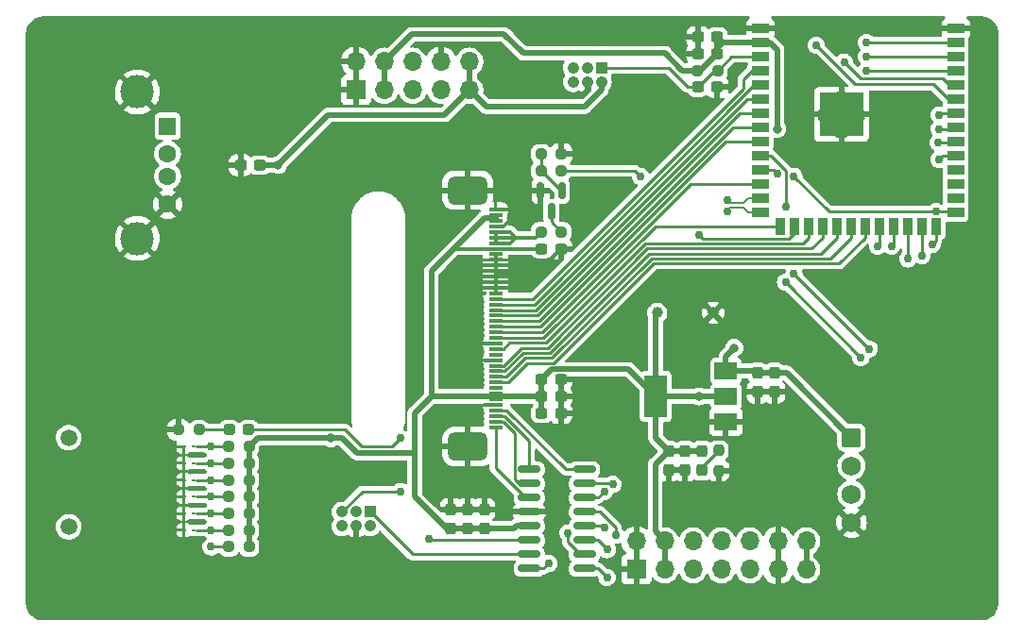
<source format=gtl>
%TF.GenerationSoftware,KiCad,Pcbnew,(6.0.10)*%
%TF.CreationDate,2022-12-31T20:59:50+01:00*%
%TF.ProjectId,ESPreen,45535072-6565-46e2-9e6b-696361645f70,0*%
%TF.SameCoordinates,Original*%
%TF.FileFunction,Copper,L1,Top*%
%TF.FilePolarity,Positive*%
%FSLAX46Y46*%
G04 Gerber Fmt 4.6, Leading zero omitted, Abs format (unit mm)*
G04 Created by KiCad (PCBNEW (6.0.10)) date 2022-12-31 20:59:50*
%MOMM*%
%LPD*%
G01*
G04 APERTURE LIST*
G04 Aperture macros list*
%AMRoundRect*
0 Rectangle with rounded corners*
0 $1 Rounding radius*
0 $2 $3 $4 $5 $6 $7 $8 $9 X,Y pos of 4 corners*
0 Add a 4 corners polygon primitive as box body*
4,1,4,$2,$3,$4,$5,$6,$7,$8,$9,$2,$3,0*
0 Add four circle primitives for the rounded corners*
1,1,$1+$1,$2,$3*
1,1,$1+$1,$4,$5*
1,1,$1+$1,$6,$7*
1,1,$1+$1,$8,$9*
0 Add four rect primitives between the rounded corners*
20,1,$1+$1,$2,$3,$4,$5,0*
20,1,$1+$1,$4,$5,$6,$7,0*
20,1,$1+$1,$6,$7,$8,$9,0*
20,1,$1+$1,$8,$9,$2,$3,0*%
G04 Aperture macros list end*
%TA.AperFunction,SMDPad,CuDef*%
%ADD10RoundRect,0.075000X0.550000X-0.075000X0.550000X0.075000X-0.550000X0.075000X-0.550000X-0.075000X0*%
%TD*%
%TA.AperFunction,SMDPad,CuDef*%
%ADD11RoundRect,0.500000X1.250000X-0.750000X1.250000X0.750000X-1.250000X0.750000X-1.250000X-0.750000X0*%
%TD*%
%TA.AperFunction,ComponentPad*%
%ADD12R,1.050000X1.050000*%
%TD*%
%TA.AperFunction,ComponentPad*%
%ADD13C,1.050000*%
%TD*%
%TA.AperFunction,SMDPad,CuDef*%
%ADD14RoundRect,0.237500X0.300000X0.237500X-0.300000X0.237500X-0.300000X-0.237500X0.300000X-0.237500X0*%
%TD*%
%TA.AperFunction,SMDPad,CuDef*%
%ADD15RoundRect,0.237500X-0.237500X0.300000X-0.237500X-0.300000X0.237500X-0.300000X0.237500X0.300000X0*%
%TD*%
%TA.AperFunction,SMDPad,CuDef*%
%ADD16RoundRect,0.237500X-0.250000X-0.237500X0.250000X-0.237500X0.250000X0.237500X-0.250000X0.237500X0*%
%TD*%
%TA.AperFunction,SMDPad,CuDef*%
%ADD17RoundRect,0.237500X0.250000X0.237500X-0.250000X0.237500X-0.250000X-0.237500X0.250000X-0.237500X0*%
%TD*%
%TA.AperFunction,SMDPad,CuDef*%
%ADD18RoundRect,0.237500X-0.300000X-0.237500X0.300000X-0.237500X0.300000X0.237500X-0.300000X0.237500X0*%
%TD*%
%TA.AperFunction,SMDPad,CuDef*%
%ADD19R,0.360000X0.250000*%
%TD*%
%TA.AperFunction,SMDPad,CuDef*%
%ADD20R,2.000000X1.500000*%
%TD*%
%TA.AperFunction,SMDPad,CuDef*%
%ADD21R,2.000000X3.800000*%
%TD*%
%TA.AperFunction,SMDPad,CuDef*%
%ADD22R,1.500000X0.900000*%
%TD*%
%TA.AperFunction,SMDPad,CuDef*%
%ADD23R,0.900000X1.500000*%
%TD*%
%TA.AperFunction,HeatsinkPad*%
%ADD24C,0.500000*%
%TD*%
%TA.AperFunction,SMDPad,CuDef*%
%ADD25R,3.900000X3.900000*%
%TD*%
%TA.AperFunction,SMDPad,CuDef*%
%ADD26RoundRect,0.150000X-0.150000X0.587500X-0.150000X-0.587500X0.150000X-0.587500X0.150000X0.587500X0*%
%TD*%
%TA.AperFunction,SMDPad,CuDef*%
%ADD27C,1.000000*%
%TD*%
%TA.AperFunction,SMDPad,CuDef*%
%ADD28RoundRect,0.150000X-0.825000X-0.150000X0.825000X-0.150000X0.825000X0.150000X-0.825000X0.150000X0*%
%TD*%
%TA.AperFunction,ComponentPad*%
%ADD29R,1.700000X1.700000*%
%TD*%
%TA.AperFunction,ComponentPad*%
%ADD30O,1.700000X1.700000*%
%TD*%
%TA.AperFunction,SMDPad,CuDef*%
%ADD31RoundRect,0.237500X0.237500X-0.300000X0.237500X0.300000X-0.237500X0.300000X-0.237500X-0.300000X0*%
%TD*%
%TA.AperFunction,ComponentPad*%
%ADD32RoundRect,0.250000X-0.620000X0.620000X-0.620000X-0.620000X0.620000X-0.620000X0.620000X0.620000X0*%
%TD*%
%TA.AperFunction,ComponentPad*%
%ADD33C,1.740000*%
%TD*%
%TA.AperFunction,SMDPad,CuDef*%
%ADD34RoundRect,0.237500X-0.287500X-0.237500X0.287500X-0.237500X0.287500X0.237500X-0.287500X0.237500X0*%
%TD*%
%TA.AperFunction,ComponentPad*%
%ADD35R,1.500000X1.600000*%
%TD*%
%TA.AperFunction,ComponentPad*%
%ADD36C,1.600000*%
%TD*%
%TA.AperFunction,ComponentPad*%
%ADD37C,3.000000*%
%TD*%
%TA.AperFunction,SMDPad,CuDef*%
%ADD38RoundRect,0.237500X-0.237500X0.250000X-0.237500X-0.250000X0.237500X-0.250000X0.237500X0.250000X0*%
%TD*%
%TA.AperFunction,SMDPad,CuDef*%
%ADD39RoundRect,0.237500X0.237500X-0.287500X0.237500X0.287500X-0.237500X0.287500X-0.237500X-0.287500X0*%
%TD*%
%TA.AperFunction,WasherPad*%
%ADD40C,1.500000*%
%TD*%
%TA.AperFunction,ViaPad*%
%ADD41C,0.800000*%
%TD*%
%TA.AperFunction,ViaPad*%
%ADD42C,0.750000*%
%TD*%
%TA.AperFunction,Conductor*%
%ADD43C,0.500000*%
%TD*%
%TA.AperFunction,Conductor*%
%ADD44C,0.250000*%
%TD*%
%TA.AperFunction,Conductor*%
%ADD45C,0.600000*%
%TD*%
%TA.AperFunction,Conductor*%
%ADD46C,0.300000*%
%TD*%
%TA.AperFunction,Conductor*%
%ADD47C,0.200000*%
%TD*%
G04 APERTURE END LIST*
D10*
%TO.P,U4,1,XM*%
%TO.N,TCH_XM*%
X150500000Y-102250000D03*
%TO.P,U4,2,YP*%
%TO.N,TCH_YP*%
X150500000Y-101750000D03*
%TO.P,U4,3,XP*%
%TO.N,TCH_XP*%
X150500000Y-101250000D03*
%TO.P,U4,4,YM*%
%TO.N,TCH_YM*%
X150500000Y-100750000D03*
%TO.P,U4,5,GND*%
%TO.N,GND*%
X150500000Y-100250000D03*
%TO.P,U4,6,IOVCC*%
%TO.N,+3.3V*%
X150500000Y-99750000D03*
%TO.P,U4,7,VCC*%
X150500000Y-99250000D03*
%TO.P,U4,8,FMARK*%
%TO.N,unconnected-(U4-Pad8)*%
X150500000Y-98750000D03*
%TO.P,U4,9,CS*%
%TO.N,TFT_CS*%
X150500000Y-98250000D03*
%TO.P,U4,10,D/C*%
%TO.N,TFT_D{slash}C*%
X150500000Y-97750000D03*
%TO.P,U4,11,WR/CLK*%
%TO.N,TFT_WR*%
X150500000Y-97250000D03*
%TO.P,U4,12,RD*%
%TO.N,TFT_RD*%
X150500000Y-96750000D03*
%TO.P,U4,13,MOSI/SDA*%
%TO.N,GND*%
X150500000Y-96250000D03*
%TO.P,U4,14,MISO/SDO*%
%TO.N,unconnected-(U4-Pad14)*%
X150500000Y-95750000D03*
%TO.P,U4,15,RST*%
%TO.N,TFT_RST*%
X150500000Y-95250000D03*
%TO.P,U4,16,GND*%
%TO.N,GND*%
X150500000Y-94750000D03*
%TO.P,U4,17,D0*%
%TO.N,TFT_D0*%
X150500000Y-94250000D03*
%TO.P,U4,18,D1*%
%TO.N,TFT_D1*%
X150500000Y-93750000D03*
%TO.P,U4,19,D2*%
%TO.N,TFT_D2*%
X150500000Y-93250000D03*
%TO.P,U4,20,D3*%
%TO.N,TFT_D3*%
X150500000Y-92750000D03*
%TO.P,U4,21,D4*%
%TO.N,TFT_D4*%
X150500000Y-92250000D03*
%TO.P,U4,22,D5*%
%TO.N,TFT_D5*%
X150500000Y-91750000D03*
%TO.P,U4,23,D6*%
%TO.N,TFT_D6*%
X150500000Y-91250000D03*
%TO.P,U4,24,D7*%
%TO.N,TFT_D7*%
X150500000Y-90750000D03*
%TO.P,U4,25,D8*%
%TO.N,GND*%
X150500000Y-90250000D03*
%TO.P,U4,26,D9*%
X150500000Y-89750000D03*
%TO.P,U4,27,D10*%
X150500000Y-89250000D03*
%TO.P,U4,28,D11*%
X150500000Y-88750000D03*
%TO.P,U4,29,D12*%
X150500000Y-88250000D03*
%TO.P,U4,30,D13*%
X150500000Y-87750000D03*
%TO.P,U4,31,D14*%
X150500000Y-87250000D03*
%TO.P,U4,32,D15*%
X150500000Y-86750000D03*
%TO.P,U4,33,LEDA*%
%TO.N,+3.3V*%
X150500000Y-86250000D03*
%TO.P,U4,34,LEDK*%
%TO.N,Net-(R13-Pad1)*%
X150500000Y-85750000D03*
%TO.P,U4,35,LEDK*%
X150500000Y-85250000D03*
%TO.P,U4,36,LEDK*%
X150500000Y-84750000D03*
%TO.P,U4,37,GND*%
%TO.N,GND*%
X150500000Y-84250000D03*
%TO.P,U4,38,IM0*%
%TO.N,+3.3V*%
X150500000Y-83750000D03*
%TO.P,U4,39,IM1*%
X150500000Y-83250000D03*
%TO.P,U4,40,IM2*%
%TO.N,GND*%
X150500000Y-82750000D03*
D11*
%TO.P,U4,MP,MP*%
X148000000Y-81000000D03*
X148000000Y-104000000D03*
%TD*%
D12*
%TO.P,J6,1,Pin_1*%
%TO.N,EN*%
X160000000Y-70000000D03*
D13*
%TO.P,J6,2,Pin_2*%
%TO.N,+5V*%
X160000000Y-71270000D03*
%TO.P,J6,3,Pin_3*%
%TO.N,TXD0*%
X158730000Y-70000000D03*
%TO.P,J6,4,Pin_4*%
%TO.N,GND*%
X158730000Y-71270000D03*
%TO.P,J6,5,Pin_5*%
%TO.N,RXD0*%
X157460000Y-70000000D03*
%TO.P,J6,6,Pin_6*%
%TO.N,SD_CMD*%
X157460000Y-71270000D03*
%TD*%
D14*
%TO.P,C11,1*%
%TO.N,+3.3V*%
X170362500Y-67250000D03*
%TO.P,C11,2*%
%TO.N,GND*%
X168637500Y-67250000D03*
%TD*%
D15*
%TO.P,C7,1*%
%TO.N,+3.3V*%
X167500000Y-104387500D03*
%TO.P,C7,2*%
%TO.N,GND*%
X167500000Y-106112500D03*
%TD*%
D16*
%TO.P,R12,1*%
%TO.N,Net-(Q1-Pad1)*%
X154587500Y-77750000D03*
%TO.P,R12,2*%
%TO.N,GND*%
X156412500Y-77750000D03*
%TD*%
D17*
%TO.P,R2,1*%
%TO.N,Net-(D2-Pad1)*%
X123912500Y-102500000D03*
%TO.P,R2,2*%
%TO.N,GND*%
X122087500Y-102500000D03*
%TD*%
D18*
%TO.P,C16,1*%
%TO.N,+3.3V*%
X154637500Y-86250000D03*
%TO.P,C16,2*%
%TO.N,GND*%
X156362500Y-86250000D03*
%TD*%
D19*
%TO.P,D7,1,A1*%
%TO.N,GND*%
X122580000Y-110000000D03*
%TO.P,D7,2,A2*%
%TO.N,SD_D0*%
X123420000Y-110000000D03*
%TD*%
D20*
%TO.P,U1,1,GND*%
%TO.N,GND*%
X171150000Y-101800000D03*
D21*
%TO.P,U1,2,VO*%
%TO.N,+3.3V*%
X164850000Y-99500000D03*
D20*
X171150000Y-99500000D03*
%TO.P,U1,3,VI*%
%TO.N,+5V*%
X171150000Y-97200000D03*
%TD*%
D17*
%TO.P,R10,1*%
%TO.N,+3.3V*%
X128412500Y-113000000D03*
%TO.P,R10,2*%
%TO.N,SD_CD*%
X126587500Y-113000000D03*
%TD*%
D19*
%TO.P,D5,1,A1*%
%TO.N,GND*%
X122580000Y-107000000D03*
%TO.P,D5,2,A2*%
%TO.N,SD_CMD*%
X123420000Y-107000000D03*
%TD*%
D14*
%TO.P,C8,1*%
%TO.N,+5V*%
X129362500Y-78750000D03*
%TO.P,C8,2*%
%TO.N,GND*%
X127637500Y-78750000D03*
%TD*%
D18*
%TO.P,C14,1*%
%TO.N,+3.3V*%
X154637500Y-99500000D03*
%TO.P,C14,2*%
%TO.N,GND*%
X156362500Y-99500000D03*
%TD*%
D22*
%TO.P,IC1,1,GND*%
%TO.N,GND*%
X174250000Y-66490000D03*
%TO.P,IC1,2,3V3*%
%TO.N,+3.3V*%
X174250000Y-67760000D03*
%TO.P,IC1,3,EN*%
%TO.N,EN*%
X174250000Y-69030000D03*
%TO.P,IC1,4,IO4*%
%TO.N,TFT_D7*%
X174250000Y-70300000D03*
%TO.P,IC1,5,IO5*%
%TO.N,TFT_D6*%
X174250000Y-71570000D03*
%TO.P,IC1,6,IO6*%
%TO.N,TFT_D5*%
X174250000Y-72840000D03*
%TO.P,IC1,7,IO7*%
%TO.N,TFT_D4*%
X174250000Y-74110000D03*
%TO.P,IC1,8,IO15*%
%TO.N,TFT_D3*%
X174250000Y-75380000D03*
%TO.P,IC1,9,IO16*%
%TO.N,TFT_D2*%
X174250000Y-76650000D03*
%TO.P,IC1,10,IO17*%
%TO.N,TXD1*%
X174250000Y-77920000D03*
%TO.P,IC1,11,IO18*%
%TO.N,RXD1*%
X174250000Y-79190000D03*
%TO.P,IC1,12,IO8*%
%TO.N,TFT_D1*%
X174250000Y-80460000D03*
%TO.P,IC1,13,IO19*%
%TO.N,USB_D-*%
X174250000Y-81730000D03*
%TO.P,IC1,14,IO20*%
%TO.N,USB_D+*%
X174250000Y-83000000D03*
D23*
%TO.P,IC1,15,IO3*%
%TO.N,TFT_D0*%
X176015000Y-84250000D03*
%TO.P,IC1,16,IO46*%
%TO.N,TFT_BL*%
X177285000Y-84250000D03*
%TO.P,IC1,17,IO9*%
%TO.N,TFT_RST*%
X178555000Y-84250000D03*
%TO.P,IC1,18,IO10*%
%TO.N,TFT_RD*%
X179825000Y-84250000D03*
%TO.P,IC1,19,IO11*%
%TO.N,TFT_WR*%
X181095000Y-84250000D03*
%TO.P,IC1,20,IO12*%
%TO.N,TFT_D{slash}C*%
X182365000Y-84250000D03*
%TO.P,IC1,21,IO13*%
%TO.N,TFT_CS*%
X183635000Y-84250000D03*
%TO.P,IC1,22,IO14*%
%TO.N,SD_D2*%
X184905000Y-84250000D03*
%TO.P,IC1,23,IO21*%
%TO.N,SD_D3*%
X186175000Y-84250000D03*
%TO.P,IC1,24,IO47*%
%TO.N,SD_D0*%
X187445000Y-84250000D03*
%TO.P,IC1,25,IO48*%
%TO.N,SD_D1*%
X188715000Y-84250000D03*
%TO.P,IC1,26,IO45*%
%TO.N,SD_CLK*%
X189985000Y-84250000D03*
D22*
%TO.P,IC1,27,IO0*%
%TO.N,SD_CMD*%
X191750000Y-83000000D03*
%TO.P,IC1,28,IO35*%
%TO.N,unconnected-(IC1-Pad28)*%
X191750000Y-81730000D03*
%TO.P,IC1,29,IO36*%
%TO.N,unconnected-(IC1-Pad29)*%
X191750000Y-80460000D03*
%TO.P,IC1,30,IO37*%
%TO.N,unconnected-(IC1-Pad30)*%
X191750000Y-79190000D03*
%TO.P,IC1,31,IO38*%
%TO.N,SD_CD*%
X191750000Y-77920000D03*
%TO.P,IC1,32,IO39*%
%TO.N,TCH_TX*%
X191750000Y-76650000D03*
%TO.P,IC1,33,IO40*%
%TO.N,TCH_RX*%
X191750000Y-75380000D03*
%TO.P,IC1,34,IO41*%
%TO.N,SD_ON*%
X191750000Y-74110000D03*
%TO.P,IC1,35,IO42*%
%TO.N,IO42*%
X191750000Y-72840000D03*
%TO.P,IC1,36,RXD0*%
%TO.N,RXD0*%
X191750000Y-71570000D03*
%TO.P,IC1,37,TXD0*%
%TO.N,TXD0*%
X191750000Y-70300000D03*
%TO.P,IC1,38,IO2*%
%TO.N,IO2*%
X191750000Y-69030000D03*
%TO.P,IC1,39,IO1*%
%TO.N,IO1*%
X191750000Y-67760000D03*
%TO.P,IC1,40,GND*%
%TO.N,GND*%
X191750000Y-66490000D03*
D24*
%TO.P,IC1,41,GND*%
X182200000Y-74210000D03*
X180800000Y-72810000D03*
X181500000Y-74910000D03*
X182900000Y-73510000D03*
X181500000Y-73510000D03*
X182900000Y-74910000D03*
X180100000Y-74910000D03*
X180800000Y-74210000D03*
D25*
X181500000Y-74210000D03*
D24*
X182200000Y-72810000D03*
X182200000Y-75610000D03*
X180800000Y-75610000D03*
X180100000Y-73510000D03*
%TD*%
D18*
%TO.P,C13,1*%
%TO.N,+3.3V*%
X154637500Y-101000000D03*
%TO.P,C13,2*%
%TO.N,GND*%
X156362500Y-101000000D03*
%TD*%
D15*
%TO.P,C1,1*%
%TO.N,+5V*%
X175500000Y-97387500D03*
%TO.P,C1,2*%
%TO.N,GND*%
X175500000Y-99112500D03*
%TD*%
D19*
%TO.P,D6,1,A1*%
%TO.N,GND*%
X122580000Y-108500000D03*
%TO.P,D6,2,A2*%
%TO.N,SD_CLK*%
X123420000Y-108500000D03*
%TD*%
D18*
%TO.P,C15,1*%
%TO.N,+3.3V*%
X154637500Y-98000000D03*
%TO.P,C15,2*%
%TO.N,GND*%
X156362500Y-98000000D03*
%TD*%
D17*
%TO.P,R5,1*%
%TO.N,+3.3V*%
X128412500Y-107000000D03*
%TO.P,R5,2*%
%TO.N,SD_CMD*%
X126587500Y-107000000D03*
%TD*%
D14*
%TO.P,C12,1*%
%TO.N,+3.3V*%
X170362500Y-68750000D03*
%TO.P,C12,2*%
%TO.N,GND*%
X168637500Y-68750000D03*
%TD*%
D16*
%TO.P,R13,1*%
%TO.N,Net-(R13-Pad1)*%
X154587500Y-84750000D03*
%TO.P,R13,2*%
%TO.N,Net-(Q1-Pad3)*%
X156412500Y-84750000D03*
%TD*%
%TO.P,R6,1*%
%TO.N,+3.3V*%
X168587500Y-70250000D03*
%TO.P,R6,2*%
%TO.N,EN*%
X170412500Y-70250000D03*
%TD*%
D15*
%TO.P,C3,1*%
%TO.N,+5V*%
X174000000Y-97387500D03*
%TO.P,C3,2*%
%TO.N,GND*%
X174000000Y-99112500D03*
%TD*%
D12*
%TO.P,J3,1,Pin_1*%
%TO.N,DBG_C2D*%
X139270000Y-109865000D03*
D13*
%TO.P,J3,2,Pin_2*%
%TO.N,+5V*%
X139270000Y-111135000D03*
%TO.P,J3,3,Pin_3*%
%TO.N,TCH_TX*%
X138000000Y-109865000D03*
%TO.P,J3,4,Pin_4*%
%TO.N,GND*%
X138000000Y-111135000D03*
%TO.P,J3,5,Pin_5*%
%TO.N,TCH_RX*%
X136730000Y-109865000D03*
%TO.P,J3,6,Pin_6*%
%TO.N,DBG_C2CK*%
X136730000Y-111135000D03*
%TD*%
D26*
%TO.P,Q1,1,G*%
%TO.N,Net-(Q1-Pad1)*%
X156450000Y-81062500D03*
%TO.P,Q1,2,S*%
%TO.N,GND*%
X154550000Y-81062500D03*
%TO.P,Q1,3,D*%
%TO.N,Net-(Q1-Pad3)*%
X155500000Y-82937500D03*
%TD*%
D17*
%TO.P,R4,1*%
%TO.N,+3.3V*%
X128412500Y-105500000D03*
%TO.P,R4,2*%
%TO.N,SD_D3*%
X126587500Y-105500000D03*
%TD*%
D27*
%TO.P,TP1,1,1*%
%TO.N,+3.3V*%
X165000000Y-92000000D03*
%TD*%
D19*
%TO.P,D3,1,A1*%
%TO.N,GND*%
X122580000Y-104000000D03*
%TO.P,D3,2,A2*%
%TO.N,SD_D2*%
X123420000Y-104000000D03*
%TD*%
D17*
%TO.P,R3,1*%
%TO.N,+3.3V*%
X128412500Y-104000000D03*
%TO.P,R3,2*%
%TO.N,SD_D2*%
X126587500Y-104000000D03*
%TD*%
%TO.P,R7,1*%
%TO.N,+3.3V*%
X128412500Y-108500000D03*
%TO.P,R7,2*%
%TO.N,SD_CLK*%
X126587500Y-108500000D03*
%TD*%
D28*
%TO.P,U2,1,P0.2*%
%TO.N,TCH_XP*%
X153525000Y-106055000D03*
%TO.P,U2,2,P0.1*%
%TO.N,TCH_YP*%
X153525000Y-107325000D03*
%TO.P,U2,3,P0.0*%
%TO.N,TCH_XM*%
X153525000Y-108595000D03*
%TO.P,U2,4,GND*%
%TO.N,GND*%
X153525000Y-109865000D03*
%TO.P,U2,5,VDD*%
%TO.N,+3.3V*%
X153525000Y-111135000D03*
%TO.P,U2,6,RSTb/C2CK*%
%TO.N,DBG_C2CK*%
X153525000Y-112405000D03*
%TO.P,U2,7,P2.0/C2D*%
%TO.N,DBG_C2D*%
X153525000Y-113675000D03*
%TO.P,U2,8,P1.3*%
%TO.N,P1.3*%
X153525000Y-114945000D03*
%TO.P,U2,9,P1.2*%
%TO.N,P1.2*%
X158475000Y-114945000D03*
%TO.P,U2,10,P1.1*%
%TO.N,P1.1*%
X158475000Y-113675000D03*
%TO.P,U2,11,P1.0*%
%TO.N,P1.0*%
X158475000Y-112405000D03*
%TO.P,U2,12,P0.7*%
%TO.N,P0.7*%
X158475000Y-111135000D03*
%TO.P,U2,13,P0.6*%
%TO.N,P0.6*%
X158475000Y-109865000D03*
%TO.P,U2,14,P0.5*%
%TO.N,TCH_RX*%
X158475000Y-108595000D03*
%TO.P,U2,15,P0.4*%
%TO.N,TCH_TX*%
X158475000Y-107325000D03*
%TO.P,U2,16,P0.3*%
%TO.N,TCH_YM*%
X158475000Y-106055000D03*
%TD*%
D17*
%TO.P,R11,1*%
%TO.N,TFT_BL*%
X156412500Y-79250000D03*
%TO.P,R11,2*%
%TO.N,Net-(Q1-Pad1)*%
X154587500Y-79250000D03*
%TD*%
D29*
%TO.P,J2,1,Pin_1*%
%TO.N,GND*%
X163125000Y-115025000D03*
D30*
%TO.P,J2,2,Pin_2*%
X163125000Y-112485000D03*
%TO.P,J2,3,Pin_3*%
%TO.N,+3.3V*%
X165665000Y-115025000D03*
%TO.P,J2,4,Pin_4*%
X165665000Y-112485000D03*
%TO.P,J2,5,Pin_5*%
%TO.N,P0.6*%
X168205000Y-115025000D03*
%TO.P,J2,6,Pin_6*%
%TO.N,P0.7*%
X168205000Y-112485000D03*
%TO.P,J2,7,Pin_7*%
%TO.N,P1.0*%
X170745000Y-115025000D03*
%TO.P,J2,8,Pin_8*%
%TO.N,P1.1*%
X170745000Y-112485000D03*
%TO.P,J2,9,Pin_9*%
%TO.N,P1.2*%
X173285000Y-115025000D03*
%TO.P,J2,10,Pin_10*%
%TO.N,P1.3*%
X173285000Y-112485000D03*
%TO.P,J2,11,Pin_11*%
%TO.N,GND*%
X175825000Y-115025000D03*
%TO.P,J2,12,Pin_12*%
X175825000Y-112485000D03*
%TO.P,J2,13,Pin_13*%
%TO.N,+5V*%
X178365000Y-115025000D03*
%TO.P,J2,14,Pin_14*%
X178365000Y-112485000D03*
%TD*%
D18*
%TO.P,C10,1*%
%TO.N,EN*%
X168637500Y-71750000D03*
%TO.P,C10,2*%
%TO.N,GND*%
X170362500Y-71750000D03*
%TD*%
D31*
%TO.P,C5,1*%
%TO.N,+3.3V*%
X148000000Y-111362500D03*
%TO.P,C5,2*%
%TO.N,GND*%
X148000000Y-109637500D03*
%TD*%
D17*
%TO.P,R8,1*%
%TO.N,+3.3V*%
X128412500Y-110000000D03*
%TO.P,R8,2*%
%TO.N,SD_D0*%
X126587500Y-110000000D03*
%TD*%
D19*
%TO.P,D4,1,A1*%
%TO.N,GND*%
X122580000Y-105500000D03*
%TO.P,D4,2,A2*%
%TO.N,SD_D3*%
X123420000Y-105500000D03*
%TD*%
D32*
%TO.P,J7,1,Pin_1*%
%TO.N,+5V*%
X182402500Y-103190000D03*
D33*
%TO.P,J7,2,Pin_2*%
%TO.N,TXD1*%
X182402500Y-105730000D03*
%TO.P,J7,3,Pin_3*%
%TO.N,RXD1*%
X182402500Y-108270000D03*
%TO.P,J7,4,Pin_4*%
%TO.N,GND*%
X182402500Y-110810000D03*
%TD*%
D29*
%TO.P,J4,1,Pin_1*%
%TO.N,GND*%
X138000000Y-72000000D03*
D30*
%TO.P,J4,2,Pin_2*%
X138000000Y-69460000D03*
%TO.P,J4,3,Pin_3*%
%TO.N,+3.3V*%
X140540000Y-72000000D03*
%TO.P,J4,4,Pin_4*%
X140540000Y-69460000D03*
%TO.P,J4,5,Pin_5*%
%TO.N,IO2*%
X143080000Y-72000000D03*
%TO.P,J4,6,Pin_6*%
%TO.N,IO1*%
X143080000Y-69460000D03*
%TO.P,J4,7,Pin_7*%
%TO.N,IO42*%
X145620000Y-72000000D03*
%TO.P,J4,8,Pin_8*%
%TO.N,GND*%
X145620000Y-69460000D03*
%TO.P,J4,9,Pin_9*%
%TO.N,+5V*%
X148160000Y-72000000D03*
%TO.P,J4,10,Pin_10*%
X148160000Y-69460000D03*
%TD*%
D34*
%TO.P,D2,1,K*%
%TO.N,Net-(D2-Pad1)*%
X126625000Y-102500000D03*
%TO.P,D2,2,A*%
%TO.N,SD_ON*%
X128375000Y-102500000D03*
%TD*%
D31*
%TO.P,C2,1*%
%TO.N,+3.3V*%
X146500000Y-111362500D03*
%TO.P,C2,2*%
%TO.N,GND*%
X146500000Y-109637500D03*
%TD*%
D35*
%TO.P,J1,1,VBUS*%
%TO.N,+5V*%
X121110000Y-75250000D03*
D36*
%TO.P,J1,2,D-*%
%TO.N,Net-(J1-Pad2)*%
X121110000Y-77750000D03*
%TO.P,J1,3,D+*%
%TO.N,Net-(J1-Pad3)*%
X121110000Y-79750000D03*
%TO.P,J1,4,GND*%
%TO.N,GND*%
X121110000Y-82250000D03*
D37*
%TO.P,J1,5,Shield*%
X118400000Y-85320000D03*
X118400000Y-72180000D03*
%TD*%
D15*
%TO.P,C6,1*%
%TO.N,+3.3V*%
X166000000Y-104387500D03*
%TO.P,C6,2*%
%TO.N,GND*%
X166000000Y-106112500D03*
%TD*%
D27*
%TO.P,TP2,1,1*%
%TO.N,GND*%
X170000000Y-92000000D03*
%TD*%
D31*
%TO.P,C4,1*%
%TO.N,+3.3V*%
X149500000Y-111362500D03*
%TO.P,C4,2*%
%TO.N,GND*%
X149500000Y-109637500D03*
%TD*%
D38*
%TO.P,R1,1*%
%TO.N,Net-(D1-Pad1)*%
X170500000Y-104337500D03*
%TO.P,R1,2*%
%TO.N,GND*%
X170500000Y-106162500D03*
%TD*%
D39*
%TO.P,D1,1,K*%
%TO.N,Net-(D1-Pad1)*%
X169000000Y-106125000D03*
%TO.P,D1,2,A*%
%TO.N,+3.3V*%
X169000000Y-104375000D03*
%TD*%
D17*
%TO.P,R9,1*%
%TO.N,+3.3V*%
X128412500Y-111500000D03*
%TO.P,R9,2*%
%TO.N,SD_D1*%
X126587500Y-111500000D03*
%TD*%
D19*
%TO.P,D8,1,A1*%
%TO.N,GND*%
X122580000Y-111500000D03*
%TO.P,D8,2,A2*%
%TO.N,SD_D1*%
X123420000Y-111500000D03*
%TD*%
D40*
%TO.P,J5,*%
%TO.N,*%
X112250000Y-111200000D03*
X112250000Y-103200000D03*
%TD*%
D41*
%TO.N,+5V*%
X131000000Y-78750000D03*
X171899312Y-95149312D03*
D42*
%TO.N,GND*%
X151250000Y-110250000D03*
X147500000Y-101250000D03*
X147500000Y-88500000D03*
X154000000Y-72000000D03*
X145750000Y-101250000D03*
X147500000Y-92500000D03*
X154000000Y-70000000D03*
X147500000Y-96500000D03*
X152000000Y-70000000D03*
X152000000Y-72000000D03*
X125500000Y-78750000D03*
D41*
%TO.N,+3.3V*%
X168750000Y-99500000D03*
X135750000Y-103250000D03*
X175750000Y-75500000D03*
D42*
%TO.N,SD_ON*%
X142000000Y-103250000D03*
X190250000Y-74250000D03*
%TO.N,SD_D2*%
X184750000Y-86000000D03*
X125000000Y-104000000D03*
%TO.N,SD_D3*%
X186000000Y-86000000D03*
X125000000Y-105500000D03*
%TO.N,SD_CMD*%
X190000500Y-82925498D03*
X125000000Y-107000000D03*
X177250000Y-79750000D03*
%TO.N,SD_CLK*%
X189625000Y-85875000D03*
X125000000Y-108500000D03*
%TO.N,SD_D0*%
X125000000Y-110000000D03*
X187445000Y-87170590D03*
%TO.N,SD_D1*%
X188715000Y-86890540D03*
X125000000Y-111500000D03*
%TO.N,TXD1*%
X183250000Y-96000000D03*
X176500000Y-82500000D03*
X176500000Y-89250000D03*
%TO.N,RXD1*%
X184000000Y-95250000D03*
X177250000Y-88500000D03*
X175750000Y-79500000D03*
%TO.N,USB_D-*%
X171250000Y-81865000D03*
%TO.N,USB_D+*%
X171250000Y-82865000D03*
%TO.N,TFT_BL*%
X163500000Y-79750000D03*
X168750000Y-85000000D03*
%TO.N,SD_CD*%
X190250000Y-78250000D03*
X125000000Y-113000000D03*
%TO.N,TCH_TX*%
X161000000Y-107399500D03*
X190199500Y-76750000D03*
%TO.N,TCH_RX*%
X142000000Y-108024000D03*
X160250000Y-108024500D03*
X190250000Y-75500000D03*
%TO.N,IO42*%
X179250000Y-68000000D03*
%TO.N,RXD0*%
X181750000Y-69500000D03*
%TO.N,TXD0*%
X183750000Y-70300000D03*
%TO.N,DBG_C2CK*%
X144500000Y-112250000D03*
%TO.N,P0.6*%
X161273629Y-111949500D03*
%TO.N,P1.0*%
X160500000Y-113250000D03*
%TO.N,P1.2*%
X160500000Y-115750000D03*
%TO.N,P0.7*%
X160250000Y-111250000D03*
%TO.N,P1.1*%
X157000000Y-111750000D03*
%TO.N,P1.3*%
X155250000Y-114500000D03*
%TO.N,IO2*%
X183750000Y-69000000D03*
%TO.N,IO1*%
X183750000Y-67750000D03*
%TD*%
D43*
%TO.N,+5V*%
X129362500Y-78750000D02*
X131000000Y-78750000D01*
D44*
%TO.N,P0.7*%
X160135000Y-111135000D02*
X160250000Y-111250000D01*
X158475000Y-111135000D02*
X160135000Y-111135000D01*
D43*
%TO.N,GND*%
X138000000Y-111135000D02*
X138000000Y-112250000D01*
%TO.N,+5V*%
X173812500Y-97200000D02*
X174000000Y-97387500D01*
X174000000Y-97387500D02*
X175500000Y-97387500D01*
X176600000Y-97387500D02*
X182402500Y-103190000D01*
X131000000Y-78750000D02*
X135500000Y-74250000D01*
X178365000Y-112485000D02*
X178365000Y-115025000D01*
X171150000Y-95898624D02*
X171899312Y-95149312D01*
X135500000Y-74250000D02*
X145910000Y-74250000D01*
X145910000Y-74250000D02*
X148160000Y-72000000D01*
X160000000Y-71270000D02*
X160000000Y-72000000D01*
X148160000Y-69460000D02*
X148160000Y-72000000D01*
X160000000Y-72000000D02*
X158500000Y-73500000D01*
X171150000Y-97200000D02*
X171150000Y-95898624D01*
X158500000Y-73500000D02*
X149660000Y-73500000D01*
X149660000Y-73500000D02*
X148160000Y-72000000D01*
X171150000Y-97200000D02*
X173812500Y-97200000D01*
X175500000Y-97387500D02*
X176600000Y-97387500D01*
D45*
%TO.N,GND*%
X158730000Y-71977106D02*
X158207106Y-72500000D01*
X158207106Y-72500000D02*
X154500000Y-72500000D01*
X154500000Y-72500000D02*
X154000000Y-72000000D01*
D46*
X151250000Y-84250000D02*
X150500000Y-84250000D01*
X150500000Y-94750000D02*
X149500000Y-94750000D01*
X154112500Y-88500000D02*
X156362500Y-86250000D01*
X150500000Y-96250000D02*
X149500000Y-96250000D01*
X150500000Y-88500000D02*
X150500000Y-90250000D01*
X150500000Y-88500000D02*
X154112500Y-88500000D01*
X150500000Y-86750000D02*
X150500000Y-88500000D01*
X150500000Y-82750000D02*
X151750000Y-82750000D01*
D45*
X158730000Y-71270000D02*
X158730000Y-71977106D01*
D46*
X150500000Y-100250000D02*
X149500000Y-100250000D01*
X151750000Y-83750000D02*
X151250000Y-84250000D01*
D43*
%TO.N,+3.3V*%
X170362500Y-68750000D02*
X170362500Y-67250000D01*
X146875000Y-86125000D02*
X149500000Y-83500000D01*
X128412500Y-104000000D02*
X128412500Y-113000000D01*
X175080000Y-67760000D02*
X174250000Y-67760000D01*
X154637500Y-101000000D02*
X154637500Y-98000000D01*
X170362500Y-68750000D02*
X170362500Y-68270000D01*
D46*
X150500000Y-86250000D02*
X147000000Y-86250000D01*
D43*
X164850000Y-92150000D02*
X165000000Y-92000000D01*
X151250000Y-67000000D02*
X152956250Y-68706250D01*
X164815000Y-111635000D02*
X165665000Y-112485000D01*
X167250000Y-70250000D02*
X168587500Y-70250000D01*
X154637500Y-98000000D02*
X155562500Y-97075000D01*
X171150000Y-99500000D02*
X164850000Y-99500000D01*
X149500000Y-111362500D02*
X152137500Y-111362500D01*
X143250000Y-104500000D02*
X143175000Y-104575000D01*
X140540000Y-69460000D02*
X143000000Y-67000000D01*
X168987500Y-104387500D02*
X169000000Y-104375000D01*
X166000000Y-104387500D02*
X164815000Y-105572500D01*
X146112500Y-111362500D02*
X146500000Y-111362500D01*
X146500000Y-111362500D02*
X149500000Y-111362500D01*
X150750000Y-99500000D02*
X150500000Y-99500000D01*
X164850000Y-99500000D02*
X164850000Y-92150000D01*
D46*
X150500000Y-99250000D02*
X150500000Y-99500000D01*
D43*
X144750000Y-99500000D02*
X143250000Y-101000000D01*
X138075000Y-104575000D02*
X136750000Y-103250000D01*
X152137500Y-111362500D02*
X152365000Y-111135000D01*
X150750000Y-99500000D02*
X144750000Y-99500000D01*
X166000000Y-104387500D02*
X168987500Y-104387500D01*
X129162500Y-103250000D02*
X128412500Y-104000000D01*
X164815000Y-105572500D02*
X164815000Y-111635000D01*
X165665000Y-112485000D02*
X165665000Y-115025000D01*
X140540000Y-69460000D02*
X140540000Y-72000000D01*
X149500000Y-83500000D02*
X150500000Y-83500000D01*
X144750000Y-99500000D02*
X144750000Y-88250000D01*
X143250000Y-101000000D02*
X143250000Y-104500000D01*
D46*
X150500000Y-86250000D02*
X154637500Y-86250000D01*
D43*
X168862500Y-70250000D02*
X168587500Y-70250000D01*
X170362500Y-68750000D02*
X168862500Y-70250000D01*
X165706250Y-68706250D02*
X167250000Y-70250000D01*
X164850000Y-103237500D02*
X166000000Y-104387500D01*
X164850000Y-99500000D02*
X164850000Y-103237500D01*
X143175000Y-104575000D02*
X138075000Y-104575000D01*
X143250000Y-108500000D02*
X146112500Y-111362500D01*
D46*
X147000000Y-86250000D02*
X146875000Y-86125000D01*
D43*
X155562500Y-97075000D02*
X162425000Y-97075000D01*
X144750000Y-88250000D02*
X146875000Y-86125000D01*
X143000000Y-67000000D02*
X151250000Y-67000000D01*
X175750000Y-68430000D02*
X175080000Y-67760000D01*
D46*
X150500000Y-99750000D02*
X150500000Y-99500000D01*
D43*
X136750000Y-103250000D02*
X135750000Y-103250000D01*
X170872500Y-67760000D02*
X170362500Y-67250000D01*
X162425000Y-97075000D02*
X164850000Y-99500000D01*
X154637500Y-99500000D02*
X150750000Y-99500000D01*
X152956250Y-68706250D02*
X165706250Y-68706250D01*
X152365000Y-111135000D02*
X153525000Y-111135000D01*
X135750000Y-103250000D02*
X129162500Y-103250000D01*
X174250000Y-67760000D02*
X170872500Y-67760000D01*
X143250000Y-104500000D02*
X143250000Y-108500000D01*
X175750000Y-75500000D02*
X175750000Y-68430000D01*
X170362500Y-68270000D02*
X170872500Y-67760000D01*
D44*
%TO.N,EN*%
X170412500Y-70250000D02*
X170137500Y-70250000D01*
X166000000Y-70000000D02*
X160000000Y-70000000D01*
X168637500Y-71750000D02*
X167750000Y-71750000D01*
X170137500Y-70250000D02*
X168637500Y-71750000D01*
X174250000Y-69030000D02*
X171632500Y-69030000D01*
X170412500Y-70250000D02*
X171632500Y-69030000D01*
X167750000Y-71750000D02*
X166000000Y-70000000D01*
%TO.N,Net-(D1-Pad1)*%
X169000000Y-105837500D02*
X170500000Y-104337500D01*
X169000000Y-106125000D02*
X169000000Y-105837500D01*
%TO.N,Net-(D2-Pad1)*%
X126625000Y-102500000D02*
X123912500Y-102500000D01*
%TO.N,SD_ON*%
X142000000Y-103250000D02*
X141250000Y-104000000D01*
X138500000Y-104000000D02*
X137000000Y-102500000D01*
X137000000Y-102500000D02*
X128375000Y-102500000D01*
X141250000Y-104000000D02*
X138500000Y-104000000D01*
X190390000Y-74110000D02*
X191750000Y-74110000D01*
X190250000Y-74250000D02*
X190390000Y-74110000D01*
%TO.N,SD_D2*%
X184905000Y-84250000D02*
X184905000Y-85845000D01*
X126587500Y-104000000D02*
X125000000Y-104000000D01*
X184905000Y-85845000D02*
X184750000Y-86000000D01*
X123700000Y-104000000D02*
X125000000Y-104000000D01*
%TO.N,SD_D3*%
X123700000Y-105500000D02*
X125000000Y-105500000D01*
X125000000Y-105500000D02*
X126587500Y-105500000D01*
X186175000Y-85825000D02*
X186000000Y-86000000D01*
X186175000Y-84250000D02*
X186175000Y-85825000D01*
%TO.N,SD_CMD*%
X190000500Y-82925498D02*
X180425498Y-82925498D01*
X191675498Y-82925498D02*
X191750000Y-83000000D01*
X125000000Y-107000000D02*
X126587500Y-107000000D01*
X180425498Y-82925498D02*
X177250000Y-79750000D01*
X123700000Y-107000000D02*
X125000000Y-107000000D01*
X190000500Y-82925498D02*
X191675498Y-82925498D01*
%TO.N,SD_CLK*%
X189625000Y-85875000D02*
X189985000Y-85515000D01*
X123700000Y-108500000D02*
X125000000Y-108500000D01*
X125000000Y-108500000D02*
X126587500Y-108500000D01*
X189985000Y-85515000D02*
X189985000Y-84250000D01*
%TO.N,SD_D0*%
X123700000Y-110000000D02*
X125000000Y-110000000D01*
X187445000Y-87170590D02*
X187445000Y-84250000D01*
X125000000Y-110000000D02*
X126587500Y-110000000D01*
%TO.N,SD_D1*%
X188715000Y-84250000D02*
X188715000Y-86890540D01*
X123700000Y-111500000D02*
X125000000Y-111500000D01*
X125000000Y-111500000D02*
X126587500Y-111500000D01*
%TO.N,TFT_D3*%
X171769188Y-75380000D02*
X174250000Y-75380000D01*
X154399188Y-92750000D02*
X171769188Y-75380000D01*
X150500000Y-92750000D02*
X154399188Y-92750000D01*
%TO.N,TFT_D4*%
X172402792Y-74110000D02*
X174250000Y-74110000D01*
X154262792Y-92250000D02*
X172402792Y-74110000D01*
X150500000Y-92250000D02*
X154262792Y-92250000D01*
%TO.N,TFT_D5*%
X174250000Y-72840000D02*
X173036396Y-72840000D01*
X173036396Y-72840000D02*
X154126396Y-91750000D01*
X154126396Y-91750000D02*
X150500000Y-91750000D01*
%TO.N,TFT_D6*%
X150500000Y-91250000D02*
X153990000Y-91250000D01*
X173670000Y-71570000D02*
X174250000Y-71570000D01*
X153990000Y-91250000D02*
X173670000Y-71570000D01*
%TO.N,TXD1*%
X176500000Y-82500000D02*
X176500000Y-79250000D01*
X175170000Y-77920000D02*
X174250000Y-77920000D01*
X183250000Y-96000000D02*
X176500000Y-89250000D01*
X176500000Y-79250000D02*
X175170000Y-77920000D01*
%TO.N,RXD1*%
X184000000Y-95250000D02*
X177250000Y-88500000D01*
X175440000Y-79190000D02*
X175750000Y-79500000D01*
X174250000Y-79190000D02*
X175440000Y-79190000D01*
%TO.N,TFT_D7*%
X172725000Y-71025000D02*
X173450000Y-70300000D01*
X150500000Y-90750000D02*
X153853604Y-90750000D01*
X153853604Y-90750000D02*
X172725000Y-71878604D01*
X172725000Y-71878604D02*
X172725000Y-71025000D01*
X173450000Y-70300000D02*
X174250000Y-70300000D01*
D47*
%TO.N,USB_D-*%
X174250000Y-81730000D02*
X173124999Y-81730000D01*
X172714999Y-82140000D02*
X171524999Y-82139999D01*
X171524999Y-82139999D02*
X171250000Y-81865000D01*
X173124999Y-81730000D02*
X172714999Y-82140000D01*
%TO.N,USB_D+*%
X171524999Y-82590001D02*
X171250000Y-82865000D01*
X173124999Y-83000000D02*
X172714999Y-82590000D01*
X174250000Y-83000000D02*
X173124999Y-83000000D01*
X172714999Y-82590000D02*
X171524999Y-82590001D01*
D44*
%TO.N,TFT_D2*%
X154535584Y-93250000D02*
X171135584Y-76650000D01*
X171135584Y-76650000D02*
X174250000Y-76650000D01*
X150500000Y-93250000D02*
X154535584Y-93250000D01*
%TO.N,TFT_RST*%
X178030000Y-85775000D02*
X178555000Y-85250000D01*
X150500000Y-95250000D02*
X151190685Y-95250000D01*
X163919772Y-85775000D02*
X178030000Y-85775000D01*
X154994772Y-94700000D02*
X163919772Y-85775000D01*
X151190685Y-95250000D02*
X151740685Y-94700000D01*
X178555000Y-85250000D02*
X178555000Y-84250000D01*
X151740685Y-94700000D02*
X154994772Y-94700000D01*
%TO.N,TFT_WR*%
X179670000Y-86675000D02*
X181095000Y-85250000D01*
X152977081Y-95600000D02*
X155367564Y-95600000D01*
X181095000Y-85250000D02*
X181095000Y-84250000D01*
X151327081Y-97250000D02*
X152977081Y-95600000D01*
X155367564Y-95600000D02*
X164292564Y-86675000D01*
X164292564Y-86675000D02*
X179670000Y-86675000D01*
X150500000Y-97250000D02*
X151327081Y-97250000D01*
%TO.N,TFT_RD*%
X179825000Y-85250000D02*
X179825000Y-84250000D01*
X155181168Y-95150000D02*
X164106168Y-86225000D01*
X164106168Y-86225000D02*
X178850000Y-86225000D01*
X152790685Y-95150000D02*
X155181168Y-95150000D01*
X151190685Y-96750000D02*
X152790685Y-95150000D01*
X150500000Y-96750000D02*
X151190685Y-96750000D01*
X178850000Y-86225000D02*
X179825000Y-85250000D01*
%TO.N,TFT_CS*%
X153349873Y-96500000D02*
X155740356Y-96500000D01*
X181310000Y-87575000D02*
X183635000Y-85250000D01*
X150500000Y-98250000D02*
X151599873Y-98250000D01*
X183635000Y-85250000D02*
X183635000Y-84250000D01*
X151599873Y-98250000D02*
X153349873Y-96500000D01*
X155740356Y-96500000D02*
X164665356Y-87575000D01*
X164665356Y-87575000D02*
X181310000Y-87575000D01*
%TO.N,TFT_BL*%
X163500000Y-79750000D02*
X163000000Y-79250000D01*
X176790000Y-85325000D02*
X177285000Y-84830000D01*
X168750000Y-85000000D02*
X169075000Y-85325000D01*
X169075000Y-85325000D02*
X176790000Y-85325000D01*
X163000000Y-79250000D02*
X156412500Y-79250000D01*
X177285000Y-84830000D02*
X177285000Y-84250000D01*
%TO.N,SD_CD*%
X190250000Y-78250000D02*
X190580000Y-77920000D01*
X190580000Y-77920000D02*
X191750000Y-77920000D01*
X126587500Y-113000000D02*
X125000000Y-113000000D01*
%TO.N,TFT_D{slash}C*%
X151463477Y-97750000D02*
X153163477Y-96050000D01*
X182365000Y-85250000D02*
X182365000Y-84250000D01*
X180490000Y-87125000D02*
X182365000Y-85250000D01*
X153163477Y-96050000D02*
X155553960Y-96050000D01*
X164478960Y-87125000D02*
X180490000Y-87125000D01*
X155553960Y-96050000D02*
X164478960Y-87125000D01*
X150500000Y-97750000D02*
X151463477Y-97750000D01*
%TO.N,TCH_TX*%
X161000000Y-107399500D02*
X160925500Y-107325000D01*
X190199500Y-76750000D02*
X191650000Y-76750000D01*
X160925500Y-107325000D02*
X158475000Y-107325000D01*
X191650000Y-76750000D02*
X191750000Y-76650000D01*
%TO.N,TCH_RX*%
X142000000Y-108024000D02*
X138571000Y-108024000D01*
X138571000Y-108024000D02*
X136730000Y-109865000D01*
X160250000Y-108024500D02*
X159679500Y-108595000D01*
X159679500Y-108595000D02*
X158475000Y-108595000D01*
X190250000Y-75500000D02*
X191630000Y-75500000D01*
X191630000Y-75500000D02*
X191750000Y-75380000D01*
%TO.N,IO42*%
X189750000Y-71500000D02*
X183250000Y-71500000D01*
X183250000Y-71500000D02*
X182750000Y-71500000D01*
X182750000Y-71500000D02*
X179250000Y-68000000D01*
X191750000Y-72840000D02*
X191090000Y-72840000D01*
X191090000Y-72840000D02*
X189750000Y-71500000D01*
%TO.N,RXD0*%
X190600000Y-71000000D02*
X191170000Y-71570000D01*
X183250000Y-71000000D02*
X190600000Y-71000000D01*
X191170000Y-71570000D02*
X191750000Y-71570000D01*
X181750000Y-69500000D02*
X183250000Y-71000000D01*
%TO.N,TXD0*%
X183750000Y-70300000D02*
X191750000Y-70300000D01*
%TO.N,TFT_D1*%
X150500000Y-93750000D02*
X154671980Y-93750000D01*
X167961980Y-80460000D02*
X174250000Y-80460000D01*
X154671980Y-93750000D02*
X167961980Y-80460000D01*
%TO.N,TFT_D0*%
X150500000Y-94250000D02*
X154808376Y-94250000D01*
X164808376Y-84250000D02*
X176015000Y-84250000D01*
X154808376Y-94250000D02*
X164808376Y-84250000D01*
%TO.N,DBG_C2D*%
X143080000Y-113675000D02*
X139270000Y-109865000D01*
X153525000Y-113675000D02*
X143080000Y-113675000D01*
%TO.N,DBG_C2CK*%
X144655000Y-112405000D02*
X144500000Y-112250000D01*
X153525000Y-112405000D02*
X144655000Y-112405000D01*
%TO.N,P0.6*%
X158475000Y-109865000D02*
X159865000Y-109865000D01*
X161250000Y-111925871D02*
X161273629Y-111949500D01*
X161250000Y-111250000D02*
X161250000Y-111925871D01*
X159865000Y-109865000D02*
X161250000Y-111250000D01*
%TO.N,P1.0*%
X159655000Y-112405000D02*
X158475000Y-112405000D01*
X160500000Y-113250000D02*
X159655000Y-112405000D01*
%TO.N,P1.2*%
X158475000Y-114945000D02*
X159695000Y-114945000D01*
X159695000Y-114945000D02*
X160500000Y-115750000D01*
%TO.N,P1.1*%
X157000000Y-112576751D02*
X158098249Y-113675000D01*
X158098249Y-113675000D02*
X158475000Y-113675000D01*
X157000000Y-111750000D02*
X157000000Y-112576751D01*
%TO.N,P1.3*%
X154805000Y-114945000D02*
X153525000Y-114945000D01*
X155250000Y-114500000D02*
X154805000Y-114945000D01*
%TO.N,Net-(Q1-Pad1)*%
X156400000Y-81062500D02*
X154587500Y-79250000D01*
X156450000Y-81062500D02*
X156400000Y-81062500D01*
X154587500Y-77750000D02*
X154587500Y-79250000D01*
%TO.N,Net-(Q1-Pad3)*%
X155500000Y-83837500D02*
X156412500Y-84750000D01*
X155500000Y-82937500D02*
X155500000Y-83837500D01*
D46*
%TO.N,Net-(R13-Pad1)*%
X150500000Y-85750000D02*
X151837500Y-85750000D01*
X150500000Y-85250000D02*
X152337500Y-85250000D01*
X152337500Y-85250000D02*
X154087500Y-85250000D01*
X151837500Y-85750000D02*
X152337500Y-85250000D01*
X150500000Y-84750000D02*
X150500000Y-85750000D01*
X151837500Y-84750000D02*
X152337500Y-85250000D01*
X150500000Y-84750000D02*
X151837500Y-84750000D01*
X154087500Y-85250000D02*
X154587500Y-84750000D01*
D44*
%TO.N,TCH_XP*%
X151327081Y-101250000D02*
X153525000Y-103447919D01*
X153525000Y-103447919D02*
X153525000Y-106055000D01*
X150500000Y-101250000D02*
X151327081Y-101250000D01*
%TO.N,TCH_YP*%
X151190685Y-101750000D02*
X152225000Y-102784315D01*
X152225000Y-102784315D02*
X152225000Y-106975000D01*
X152225000Y-106975000D02*
X152575000Y-107325000D01*
X150500000Y-101750000D02*
X151190685Y-101750000D01*
X152575000Y-107325000D02*
X153525000Y-107325000D01*
%TO.N,TCH_XM*%
X153148249Y-108595000D02*
X153525000Y-108595000D01*
X150500000Y-105946751D02*
X153148249Y-108595000D01*
X150500000Y-102250000D02*
X150500000Y-105946751D01*
%TO.N,TCH_YM*%
X151500000Y-100750000D02*
X156805000Y-106055000D01*
X150500000Y-100750000D02*
X151500000Y-100750000D01*
X156805000Y-106055000D02*
X158475000Y-106055000D01*
%TO.N,IO2*%
X183750000Y-69000000D02*
X183780000Y-69030000D01*
X183780000Y-69030000D02*
X191750000Y-69030000D01*
%TO.N,IO1*%
X191750000Y-67760000D02*
X183760000Y-67760000D01*
X183760000Y-67760000D02*
X183750000Y-67750000D01*
%TD*%
%TA.AperFunction,Conductor*%
%TO.N,GND*%
G36*
X173272644Y-65419407D02*
G01*
X173308608Y-65468907D01*
X173308608Y-65530093D01*
X173272644Y-65579593D01*
X173261996Y-65586337D01*
X173247895Y-65594057D01*
X173142744Y-65672863D01*
X173132863Y-65682744D01*
X173054059Y-65787892D01*
X173047351Y-65800145D01*
X173000928Y-65923978D01*
X172998077Y-65935967D01*
X172992289Y-65989252D01*
X172992000Y-65994586D01*
X172992000Y-66220320D01*
X172996122Y-66233005D01*
X173000243Y-66236000D01*
X175492319Y-66236000D01*
X175505004Y-66231878D01*
X175507999Y-66227757D01*
X175507999Y-65994589D01*
X175507710Y-65989249D01*
X175501922Y-65935965D01*
X175499073Y-65923980D01*
X175452649Y-65800145D01*
X175445941Y-65787892D01*
X175367137Y-65682744D01*
X175357256Y-65672863D01*
X175252105Y-65594057D01*
X175238004Y-65586337D01*
X175196043Y-65541808D01*
X175188268Y-65481118D01*
X175217652Y-65427450D01*
X175272968Y-65401302D01*
X175285547Y-65400500D01*
X190714453Y-65400500D01*
X190772644Y-65419407D01*
X190808608Y-65468907D01*
X190808608Y-65530093D01*
X190772644Y-65579593D01*
X190761996Y-65586337D01*
X190747895Y-65594057D01*
X190642744Y-65672863D01*
X190632863Y-65682744D01*
X190554059Y-65787892D01*
X190547351Y-65800145D01*
X190500928Y-65923978D01*
X190498077Y-65935967D01*
X190492289Y-65989252D01*
X190492000Y-65994586D01*
X190492000Y-66220320D01*
X190496122Y-66233005D01*
X190500243Y-66236000D01*
X192992319Y-66236000D01*
X193005004Y-66231878D01*
X193007999Y-66227757D01*
X193007999Y-65994589D01*
X193007710Y-65989249D01*
X193001922Y-65935965D01*
X192999073Y-65923980D01*
X192952649Y-65800145D01*
X192945941Y-65787892D01*
X192867137Y-65682744D01*
X192857256Y-65672863D01*
X192752105Y-65594057D01*
X192738004Y-65586337D01*
X192696043Y-65541808D01*
X192688268Y-65481118D01*
X192717652Y-65427450D01*
X192772968Y-65401302D01*
X192785547Y-65400500D01*
X193960691Y-65400500D01*
X193976177Y-65401719D01*
X194000000Y-65405492D01*
X194010495Y-65403830D01*
X194033040Y-65402863D01*
X194134949Y-65410152D01*
X194220569Y-65416276D01*
X194234550Y-65418286D01*
X194443715Y-65463787D01*
X194457268Y-65467767D01*
X194657825Y-65542571D01*
X194670674Y-65548439D01*
X194858534Y-65651018D01*
X194870416Y-65658654D01*
X195041781Y-65786936D01*
X195052457Y-65796186D01*
X195203814Y-65947543D01*
X195213064Y-65958219D01*
X195341346Y-66129584D01*
X195348981Y-66141465D01*
X195424356Y-66279503D01*
X195451561Y-66329326D01*
X195457429Y-66342175D01*
X195532233Y-66542732D01*
X195536213Y-66556285D01*
X195581714Y-66765450D01*
X195583724Y-66779431D01*
X195595786Y-66948065D01*
X195597137Y-66966958D01*
X195596170Y-66989505D01*
X195594508Y-67000000D01*
X195595727Y-67007697D01*
X195598281Y-67023822D01*
X195599500Y-67039309D01*
X195599500Y-117960691D01*
X195598281Y-117976177D01*
X195594508Y-118000000D01*
X195596170Y-118010495D01*
X195597137Y-118033042D01*
X195583724Y-118220569D01*
X195581714Y-118234550D01*
X195536213Y-118443715D01*
X195532233Y-118457268D01*
X195457429Y-118657825D01*
X195451561Y-118670674D01*
X195348982Y-118858534D01*
X195341346Y-118870416D01*
X195213064Y-119041781D01*
X195203814Y-119052457D01*
X195052457Y-119203814D01*
X195041781Y-119213064D01*
X194870416Y-119341346D01*
X194858534Y-119348982D01*
X194670674Y-119451561D01*
X194657825Y-119457429D01*
X194457268Y-119532233D01*
X194443715Y-119536213D01*
X194234550Y-119581714D01*
X194220569Y-119583724D01*
X194134949Y-119589848D01*
X194033040Y-119597137D01*
X194010495Y-119596170D01*
X194000000Y-119594508D01*
X193978287Y-119597947D01*
X193976178Y-119598281D01*
X193960691Y-119599500D01*
X110039309Y-119599500D01*
X110023822Y-119598281D01*
X110021714Y-119597947D01*
X110000000Y-119594508D01*
X109989505Y-119596170D01*
X109966960Y-119597137D01*
X109865051Y-119589848D01*
X109779431Y-119583724D01*
X109765450Y-119581714D01*
X109556285Y-119536213D01*
X109542732Y-119532233D01*
X109342175Y-119457429D01*
X109329326Y-119451561D01*
X109141466Y-119348982D01*
X109129584Y-119341346D01*
X108958219Y-119213064D01*
X108947543Y-119203814D01*
X108796186Y-119052457D01*
X108786936Y-119041781D01*
X108658654Y-118870416D01*
X108651018Y-118858534D01*
X108548439Y-118670674D01*
X108542571Y-118657825D01*
X108467767Y-118457268D01*
X108463787Y-118443715D01*
X108418286Y-118234550D01*
X108416276Y-118220569D01*
X108402863Y-118033042D01*
X108403830Y-118010495D01*
X108405492Y-118000000D01*
X108401719Y-117976177D01*
X108400500Y-117960691D01*
X108400500Y-111169754D01*
X111094967Y-111169754D01*
X111101000Y-111261807D01*
X111107392Y-111359320D01*
X111108796Y-111380749D01*
X111109912Y-111385142D01*
X111109912Y-111385144D01*
X111159092Y-111578787D01*
X111160845Y-111585690D01*
X111162747Y-111589815D01*
X111162747Y-111589816D01*
X111241815Y-111761327D01*
X111249369Y-111777714D01*
X111371405Y-111950391D01*
X111522865Y-112097937D01*
X111526638Y-112100458D01*
X111694899Y-112212887D01*
X111694902Y-112212889D01*
X111698677Y-112215411D01*
X111795472Y-112256997D01*
X111888774Y-112297083D01*
X111888778Y-112297084D01*
X111892953Y-112298878D01*
X111897387Y-112299881D01*
X111897386Y-112299881D01*
X112094760Y-112344543D01*
X112094765Y-112344544D01*
X112099186Y-112345544D01*
X112204828Y-112349695D01*
X112305937Y-112353668D01*
X112305938Y-112353668D01*
X112310470Y-112353846D01*
X112519730Y-112323504D01*
X112524029Y-112322045D01*
X112524032Y-112322044D01*
X112715654Y-112256997D01*
X112719955Y-112255537D01*
X112728318Y-112250854D01*
X112812199Y-112203878D01*
X112904442Y-112152219D01*
X113067012Y-112017012D01*
X113202219Y-111854442D01*
X113272451Y-111729035D01*
X113303319Y-111673916D01*
X113303320Y-111673914D01*
X113305282Y-111670411D01*
X121892001Y-111670411D01*
X121892290Y-111675751D01*
X121898078Y-111729035D01*
X121900927Y-111741020D01*
X121947351Y-111864855D01*
X121954059Y-111877108D01*
X122032863Y-111982256D01*
X122042744Y-111992137D01*
X122147892Y-112070941D01*
X122160145Y-112077649D01*
X122283978Y-112124072D01*
X122295967Y-112126923D01*
X122349252Y-112132711D01*
X122354586Y-112133000D01*
X122439320Y-112133000D01*
X122452005Y-112128878D01*
X122455000Y-112124757D01*
X122455000Y-111640680D01*
X122450878Y-111627995D01*
X122446757Y-111625000D01*
X121907681Y-111625000D01*
X121894996Y-111629122D01*
X121892001Y-111633243D01*
X121892001Y-111670411D01*
X113305282Y-111670411D01*
X113305537Y-111669955D01*
X113315095Y-111641799D01*
X113372044Y-111474032D01*
X113372045Y-111474029D01*
X113373504Y-111469730D01*
X113389513Y-111359320D01*
X121892000Y-111359320D01*
X121896122Y-111372005D01*
X121900243Y-111375000D01*
X122439320Y-111375000D01*
X122452005Y-111370878D01*
X122455000Y-111366757D01*
X122455000Y-110882681D01*
X122450878Y-110869996D01*
X122446757Y-110867001D01*
X122354589Y-110867001D01*
X122349249Y-110867290D01*
X122295965Y-110873078D01*
X122283980Y-110875927D01*
X122160145Y-110922351D01*
X122147892Y-110929059D01*
X122042744Y-111007863D01*
X122032863Y-111017744D01*
X121954059Y-111122892D01*
X121947351Y-111135145D01*
X121900928Y-111258978D01*
X121898077Y-111270967D01*
X121892289Y-111324252D01*
X121892000Y-111329586D01*
X121892000Y-111359320D01*
X113389513Y-111359320D01*
X113393269Y-111333417D01*
X113403426Y-111263369D01*
X113403426Y-111263363D01*
X113403846Y-111260470D01*
X113403944Y-111256760D01*
X113405353Y-111202914D01*
X113405353Y-111202909D01*
X113405429Y-111200000D01*
X113405073Y-111196120D01*
X113392556Y-111059907D01*
X113386081Y-110989440D01*
X113381568Y-110973438D01*
X113329920Y-110790306D01*
X113329920Y-110790305D01*
X113328686Y-110785931D01*
X113235165Y-110596290D01*
X113108651Y-110426867D01*
X112953381Y-110283337D01*
X112936081Y-110272421D01*
X112778391Y-110172926D01*
X112774554Y-110170505D01*
X112774318Y-110170411D01*
X121892001Y-110170411D01*
X121892290Y-110175751D01*
X121898078Y-110229035D01*
X121900927Y-110241020D01*
X121947351Y-110364855D01*
X121954059Y-110377108D01*
X122032863Y-110482256D01*
X122042744Y-110492137D01*
X122147892Y-110570941D01*
X122160145Y-110577649D01*
X122283978Y-110624072D01*
X122295967Y-110626923D01*
X122349252Y-110632711D01*
X122354586Y-110633000D01*
X122439320Y-110633000D01*
X122452005Y-110628878D01*
X122455000Y-110624757D01*
X122455000Y-110140680D01*
X122450878Y-110127995D01*
X122446757Y-110125000D01*
X121907681Y-110125000D01*
X121894996Y-110129122D01*
X121892001Y-110133243D01*
X121892001Y-110170411D01*
X112774318Y-110170411D01*
X112578160Y-110092152D01*
X112370775Y-110050901D01*
X112266599Y-110049537D01*
X112163886Y-110048192D01*
X112163881Y-110048192D01*
X112159346Y-110048133D01*
X112154873Y-110048902D01*
X112154868Y-110048902D01*
X112070397Y-110063417D01*
X111950953Y-110083941D01*
X111752575Y-110157127D01*
X111748676Y-110159446D01*
X111748671Y-110159449D01*
X111595958Y-110250304D01*
X111570856Y-110265238D01*
X111567441Y-110268233D01*
X111567438Y-110268235D01*
X111498312Y-110328857D01*
X111411881Y-110404655D01*
X111409073Y-110408217D01*
X111286191Y-110564093D01*
X111280976Y-110570708D01*
X111278862Y-110574726D01*
X111186646Y-110750000D01*
X111182523Y-110757836D01*
X111175065Y-110781855D01*
X111124327Y-110945259D01*
X111119820Y-110959773D01*
X111119286Y-110964283D01*
X111119286Y-110964284D01*
X111096669Y-111155378D01*
X111094967Y-111169754D01*
X108400500Y-111169754D01*
X108400500Y-109859320D01*
X121892000Y-109859320D01*
X121896122Y-109872005D01*
X121900243Y-109875000D01*
X122439320Y-109875000D01*
X122452005Y-109870878D01*
X122455000Y-109866757D01*
X122455000Y-109382681D01*
X122450878Y-109369996D01*
X122446757Y-109367001D01*
X122354589Y-109367001D01*
X122349249Y-109367290D01*
X122295965Y-109373078D01*
X122283980Y-109375927D01*
X122160145Y-109422351D01*
X122147892Y-109429059D01*
X122042744Y-109507863D01*
X122032863Y-109517744D01*
X121954059Y-109622892D01*
X121947351Y-109635145D01*
X121900928Y-109758978D01*
X121898077Y-109770967D01*
X121892289Y-109824252D01*
X121892000Y-109829586D01*
X121892000Y-109859320D01*
X108400500Y-109859320D01*
X108400500Y-108670411D01*
X121892001Y-108670411D01*
X121892290Y-108675751D01*
X121898078Y-108729035D01*
X121900927Y-108741020D01*
X121947351Y-108864855D01*
X121954059Y-108877108D01*
X122032863Y-108982256D01*
X122042744Y-108992137D01*
X122147892Y-109070941D01*
X122160145Y-109077649D01*
X122283978Y-109124072D01*
X122295967Y-109126923D01*
X122349252Y-109132711D01*
X122354586Y-109133000D01*
X122439320Y-109133000D01*
X122452005Y-109128878D01*
X122455000Y-109124757D01*
X122455000Y-108640680D01*
X122450878Y-108627995D01*
X122446757Y-108625000D01*
X121907681Y-108625000D01*
X121894996Y-108629122D01*
X121892001Y-108633243D01*
X121892001Y-108670411D01*
X108400500Y-108670411D01*
X108400500Y-108359320D01*
X121892000Y-108359320D01*
X121896122Y-108372005D01*
X121900243Y-108375000D01*
X122439320Y-108375000D01*
X122452005Y-108370878D01*
X122455000Y-108366757D01*
X122455000Y-107882681D01*
X122450878Y-107869996D01*
X122446757Y-107867001D01*
X122354589Y-107867001D01*
X122349249Y-107867290D01*
X122295965Y-107873078D01*
X122283980Y-107875927D01*
X122160145Y-107922351D01*
X122147892Y-107929059D01*
X122042744Y-108007863D01*
X122032863Y-108017744D01*
X121954059Y-108122892D01*
X121947351Y-108135145D01*
X121900928Y-108258978D01*
X121898077Y-108270967D01*
X121892289Y-108324252D01*
X121892000Y-108329586D01*
X121892000Y-108359320D01*
X108400500Y-108359320D01*
X108400500Y-107170411D01*
X121892001Y-107170411D01*
X121892290Y-107175751D01*
X121898078Y-107229035D01*
X121900927Y-107241020D01*
X121947351Y-107364855D01*
X121954059Y-107377108D01*
X122032863Y-107482256D01*
X122042744Y-107492137D01*
X122147892Y-107570941D01*
X122160145Y-107577649D01*
X122283978Y-107624072D01*
X122295967Y-107626923D01*
X122349252Y-107632711D01*
X122354586Y-107633000D01*
X122439320Y-107633000D01*
X122452005Y-107628878D01*
X122455000Y-107624757D01*
X122455000Y-107140680D01*
X122450878Y-107127995D01*
X122446757Y-107125000D01*
X121907681Y-107125000D01*
X121894996Y-107129122D01*
X121892001Y-107133243D01*
X121892001Y-107170411D01*
X108400500Y-107170411D01*
X108400500Y-106859320D01*
X121892000Y-106859320D01*
X121896122Y-106872005D01*
X121900243Y-106875000D01*
X122439320Y-106875000D01*
X122452005Y-106870878D01*
X122455000Y-106866757D01*
X122455000Y-106382681D01*
X122450878Y-106369996D01*
X122446757Y-106367001D01*
X122354589Y-106367001D01*
X122349249Y-106367290D01*
X122295965Y-106373078D01*
X122283980Y-106375927D01*
X122160145Y-106422351D01*
X122147892Y-106429059D01*
X122042744Y-106507863D01*
X122032863Y-106517744D01*
X121954059Y-106622892D01*
X121947351Y-106635145D01*
X121900928Y-106758978D01*
X121898077Y-106770967D01*
X121892289Y-106824252D01*
X121892000Y-106829586D01*
X121892000Y-106859320D01*
X108400500Y-106859320D01*
X108400500Y-105670411D01*
X121892001Y-105670411D01*
X121892290Y-105675751D01*
X121898078Y-105729035D01*
X121900927Y-105741020D01*
X121947351Y-105864855D01*
X121954059Y-105877108D01*
X122032863Y-105982256D01*
X122042744Y-105992137D01*
X122147892Y-106070941D01*
X122160145Y-106077649D01*
X122283978Y-106124072D01*
X122295967Y-106126923D01*
X122349252Y-106132711D01*
X122354586Y-106133000D01*
X122439320Y-106133000D01*
X122452005Y-106128878D01*
X122455000Y-106124757D01*
X122455000Y-105640680D01*
X122450878Y-105627995D01*
X122446757Y-105625000D01*
X121907681Y-105625000D01*
X121894996Y-105629122D01*
X121892001Y-105633243D01*
X121892001Y-105670411D01*
X108400500Y-105670411D01*
X108400500Y-105359320D01*
X121892000Y-105359320D01*
X121896122Y-105372005D01*
X121900243Y-105375000D01*
X122439320Y-105375000D01*
X122452005Y-105370878D01*
X122455000Y-105366757D01*
X122455000Y-104882681D01*
X122450878Y-104869996D01*
X122446757Y-104867001D01*
X122354589Y-104867001D01*
X122349249Y-104867290D01*
X122295965Y-104873078D01*
X122283980Y-104875927D01*
X122160145Y-104922351D01*
X122147892Y-104929059D01*
X122042744Y-105007863D01*
X122032863Y-105017744D01*
X121954059Y-105122892D01*
X121947351Y-105135145D01*
X121900928Y-105258978D01*
X121898077Y-105270967D01*
X121892289Y-105324252D01*
X121892000Y-105329586D01*
X121892000Y-105359320D01*
X108400500Y-105359320D01*
X108400500Y-103169754D01*
X111094967Y-103169754D01*
X111100178Y-103249254D01*
X111107984Y-103368357D01*
X111108796Y-103380749D01*
X111109912Y-103385142D01*
X111109912Y-103385144D01*
X111147088Y-103531522D01*
X111160845Y-103585690D01*
X111162747Y-103589815D01*
X111162747Y-103589816D01*
X111246259Y-103770967D01*
X111249369Y-103777714D01*
X111371405Y-103950391D01*
X111522865Y-104097937D01*
X111526638Y-104100458D01*
X111694899Y-104212887D01*
X111694902Y-104212889D01*
X111698677Y-104215411D01*
X111795467Y-104256995D01*
X111888774Y-104297083D01*
X111888778Y-104297084D01*
X111892953Y-104298878D01*
X111906459Y-104301934D01*
X112094760Y-104344543D01*
X112094765Y-104344544D01*
X112099186Y-104345544D01*
X112204828Y-104349695D01*
X112305937Y-104353668D01*
X112305938Y-104353668D01*
X112310470Y-104353846D01*
X112519730Y-104323504D01*
X112524029Y-104322045D01*
X112524032Y-104322044D01*
X112715654Y-104256997D01*
X112719955Y-104255537D01*
X112729300Y-104250304D01*
X112812199Y-104203878D01*
X112871958Y-104170411D01*
X121892001Y-104170411D01*
X121892290Y-104175751D01*
X121898078Y-104229035D01*
X121900927Y-104241020D01*
X121947351Y-104364855D01*
X121954059Y-104377108D01*
X122032863Y-104482256D01*
X122042744Y-104492137D01*
X122147892Y-104570941D01*
X122160145Y-104577649D01*
X122283978Y-104624072D01*
X122295967Y-104626923D01*
X122349252Y-104632711D01*
X122354586Y-104633000D01*
X122439320Y-104633000D01*
X122452005Y-104628878D01*
X122455000Y-104624757D01*
X122455000Y-104140680D01*
X122450878Y-104127995D01*
X122446757Y-104125000D01*
X121907681Y-104125000D01*
X121894996Y-104129122D01*
X121892001Y-104133243D01*
X121892001Y-104170411D01*
X112871958Y-104170411D01*
X112904442Y-104152219D01*
X113067012Y-104017012D01*
X113202219Y-103854442D01*
X113277979Y-103719163D01*
X113303319Y-103673916D01*
X113303320Y-103673914D01*
X113305537Y-103669955D01*
X113319255Y-103629544D01*
X113372044Y-103474032D01*
X113372045Y-103474029D01*
X113373504Y-103469730D01*
X113387167Y-103375499D01*
X113403426Y-103263369D01*
X113403426Y-103263363D01*
X113403846Y-103260470D01*
X113404170Y-103248127D01*
X113405353Y-103202914D01*
X113405353Y-103202909D01*
X113405429Y-103200000D01*
X113403778Y-103182025D01*
X113392354Y-103057710D01*
X113386081Y-102989440D01*
X113343565Y-102838688D01*
X113329920Y-102790306D01*
X113329920Y-102790305D01*
X113328686Y-102785931D01*
X113327962Y-102784463D01*
X121092000Y-102784463D01*
X121092265Y-102789590D01*
X121102227Y-102885598D01*
X121104503Y-102896133D01*
X121155982Y-103050435D01*
X121160830Y-103060784D01*
X121246253Y-103198828D01*
X121253349Y-103207781D01*
X121368239Y-103322471D01*
X121377204Y-103329551D01*
X121515398Y-103414735D01*
X121525752Y-103419563D01*
X121680160Y-103470778D01*
X121690674Y-103473031D01*
X121785444Y-103482741D01*
X121790501Y-103483000D01*
X121863581Y-103483000D01*
X121921772Y-103501907D01*
X121957736Y-103551407D01*
X121957736Y-103612593D01*
X121950417Y-103629544D01*
X121947353Y-103635141D01*
X121900928Y-103758978D01*
X121898077Y-103770967D01*
X121892289Y-103824252D01*
X121892000Y-103829586D01*
X121892000Y-103859320D01*
X121896122Y-103872005D01*
X121900243Y-103875000D01*
X122606000Y-103875000D01*
X122664191Y-103893907D01*
X122700155Y-103943407D01*
X122705000Y-103974000D01*
X122705000Y-104617319D01*
X122709122Y-104630004D01*
X122713243Y-104632999D01*
X122805411Y-104632999D01*
X122810751Y-104632710D01*
X122864035Y-104626922D01*
X122876020Y-104624073D01*
X122999855Y-104577649D01*
X123012108Y-104570941D01*
X123062917Y-104532862D01*
X123120821Y-104513094D01*
X123137775Y-104514302D01*
X123204633Y-104524891D01*
X123204639Y-104524891D01*
X123208481Y-104525500D01*
X123212374Y-104525500D01*
X123631518Y-104525499D01*
X123631518Y-104525619D01*
X123632712Y-104525594D01*
X123632712Y-104525500D01*
X124387314Y-104525500D01*
X124445505Y-104544407D01*
X124458528Y-104555729D01*
X124502550Y-104601314D01*
X124507182Y-104604345D01*
X124507183Y-104604346D01*
X124603717Y-104667516D01*
X124642057Y-104715200D01*
X124645046Y-104776312D01*
X124611543Y-104827510D01*
X124601383Y-104834677D01*
X124524248Y-104882130D01*
X124524246Y-104882132D01*
X124519533Y-104885031D01*
X124515580Y-104888902D01*
X124457036Y-104946233D01*
X124402232Y-104973438D01*
X124387769Y-104974500D01*
X123663930Y-104974500D01*
X123660588Y-104974958D01*
X123657226Y-104975187D01*
X123657203Y-104974853D01*
X123639300Y-104974659D01*
X123639241Y-104975414D01*
X123635361Y-104975109D01*
X123631519Y-104974500D01*
X123420082Y-104974500D01*
X123208482Y-104974501D01*
X123204639Y-104975110D01*
X123204634Y-104975110D01*
X123163385Y-104981643D01*
X123137775Y-104985699D01*
X123077344Y-104976127D01*
X123062918Y-104967139D01*
X123012108Y-104929059D01*
X122999855Y-104922351D01*
X122876022Y-104875928D01*
X122864033Y-104873077D01*
X122810748Y-104867289D01*
X122805414Y-104867000D01*
X122720680Y-104867000D01*
X122707995Y-104871122D01*
X122705000Y-104875243D01*
X122705000Y-106117319D01*
X122709122Y-106130004D01*
X122713243Y-106132999D01*
X122805411Y-106132999D01*
X122810751Y-106132710D01*
X122864035Y-106126922D01*
X122876020Y-106124073D01*
X122999855Y-106077649D01*
X123012108Y-106070941D01*
X123062917Y-106032862D01*
X123120821Y-106013094D01*
X123137775Y-106014302D01*
X123204633Y-106024891D01*
X123204639Y-106024891D01*
X123208481Y-106025500D01*
X123212374Y-106025500D01*
X123631518Y-106025499D01*
X123631518Y-106025619D01*
X123632712Y-106025594D01*
X123632712Y-106025500D01*
X124387314Y-106025500D01*
X124445505Y-106044407D01*
X124458528Y-106055729D01*
X124502550Y-106101314D01*
X124507182Y-106104345D01*
X124507183Y-106104346D01*
X124603717Y-106167516D01*
X124642057Y-106215200D01*
X124645046Y-106276312D01*
X124611543Y-106327510D01*
X124601383Y-106334677D01*
X124524248Y-106382130D01*
X124524246Y-106382132D01*
X124519533Y-106385031D01*
X124515582Y-106388901D01*
X124515581Y-106388901D01*
X124457036Y-106446233D01*
X124402232Y-106473438D01*
X124387769Y-106474500D01*
X123663930Y-106474500D01*
X123660588Y-106474958D01*
X123657226Y-106475187D01*
X123657203Y-106474853D01*
X123639300Y-106474659D01*
X123639241Y-106475414D01*
X123635361Y-106475109D01*
X123631519Y-106474500D01*
X123420082Y-106474500D01*
X123208482Y-106474501D01*
X123204639Y-106475110D01*
X123204634Y-106475110D01*
X123160120Y-106482160D01*
X123137775Y-106485699D01*
X123077344Y-106476127D01*
X123062918Y-106467139D01*
X123012108Y-106429059D01*
X122999855Y-106422351D01*
X122876022Y-106375928D01*
X122864033Y-106373077D01*
X122810748Y-106367289D01*
X122805414Y-106367000D01*
X122720680Y-106367000D01*
X122707995Y-106371122D01*
X122705000Y-106375243D01*
X122705000Y-107617319D01*
X122709122Y-107630004D01*
X122713243Y-107632999D01*
X122805411Y-107632999D01*
X122810751Y-107632710D01*
X122864035Y-107626922D01*
X122876020Y-107624073D01*
X122999855Y-107577649D01*
X123012108Y-107570941D01*
X123062917Y-107532862D01*
X123120821Y-107513094D01*
X123137775Y-107514302D01*
X123204633Y-107524891D01*
X123204639Y-107524891D01*
X123208481Y-107525500D01*
X123212374Y-107525500D01*
X123631518Y-107525499D01*
X123631518Y-107525619D01*
X123632712Y-107525594D01*
X123632712Y-107525500D01*
X124387314Y-107525500D01*
X124445505Y-107544407D01*
X124458528Y-107555729D01*
X124502550Y-107601314D01*
X124507182Y-107604345D01*
X124507183Y-107604346D01*
X124603717Y-107667516D01*
X124642057Y-107715200D01*
X124645046Y-107776312D01*
X124611543Y-107827510D01*
X124601383Y-107834677D01*
X124524248Y-107882130D01*
X124524246Y-107882132D01*
X124519533Y-107885031D01*
X124515580Y-107888902D01*
X124457036Y-107946233D01*
X124402232Y-107973438D01*
X124387769Y-107974500D01*
X123663930Y-107974500D01*
X123660588Y-107974958D01*
X123657226Y-107975187D01*
X123657203Y-107974853D01*
X123639300Y-107974659D01*
X123639241Y-107975414D01*
X123635361Y-107975109D01*
X123631519Y-107974500D01*
X123420082Y-107974500D01*
X123208482Y-107974501D01*
X123204639Y-107975110D01*
X123204634Y-107975110D01*
X123160120Y-107982160D01*
X123137775Y-107985699D01*
X123077344Y-107976127D01*
X123062918Y-107967139D01*
X123012108Y-107929059D01*
X122999855Y-107922351D01*
X122876022Y-107875928D01*
X122864033Y-107873077D01*
X122810748Y-107867289D01*
X122805414Y-107867000D01*
X122720680Y-107867000D01*
X122707995Y-107871122D01*
X122705000Y-107875243D01*
X122705000Y-109117319D01*
X122709122Y-109130004D01*
X122713243Y-109132999D01*
X122805411Y-109132999D01*
X122810751Y-109132710D01*
X122864035Y-109126922D01*
X122876020Y-109124073D01*
X122999855Y-109077649D01*
X123012108Y-109070941D01*
X123062917Y-109032862D01*
X123120821Y-109013094D01*
X123137775Y-109014302D01*
X123204633Y-109024891D01*
X123204639Y-109024891D01*
X123208481Y-109025500D01*
X123212374Y-109025500D01*
X123631518Y-109025499D01*
X123631518Y-109025619D01*
X123632712Y-109025594D01*
X123632712Y-109025500D01*
X124387314Y-109025500D01*
X124445505Y-109044407D01*
X124458528Y-109055729D01*
X124502550Y-109101314D01*
X124507182Y-109104345D01*
X124507183Y-109104346D01*
X124603717Y-109167516D01*
X124642057Y-109215200D01*
X124645046Y-109276312D01*
X124611543Y-109327510D01*
X124601383Y-109334677D01*
X124524248Y-109382130D01*
X124524246Y-109382132D01*
X124519533Y-109385031D01*
X124515580Y-109388902D01*
X124457036Y-109446233D01*
X124402232Y-109473438D01*
X124387769Y-109474500D01*
X123663930Y-109474500D01*
X123660588Y-109474958D01*
X123657226Y-109475187D01*
X123657203Y-109474853D01*
X123639300Y-109474659D01*
X123639241Y-109475414D01*
X123635361Y-109475109D01*
X123631519Y-109474500D01*
X123420082Y-109474500D01*
X123208482Y-109474501D01*
X123204639Y-109475110D01*
X123204634Y-109475110D01*
X123161125Y-109482001D01*
X123137775Y-109485699D01*
X123077344Y-109476127D01*
X123062918Y-109467139D01*
X123012108Y-109429059D01*
X122999855Y-109422351D01*
X122876022Y-109375928D01*
X122864033Y-109373077D01*
X122810748Y-109367289D01*
X122805414Y-109367000D01*
X122720680Y-109367000D01*
X122707995Y-109371122D01*
X122705000Y-109375243D01*
X122705000Y-110617319D01*
X122709122Y-110630004D01*
X122713243Y-110632999D01*
X122805411Y-110632999D01*
X122810751Y-110632710D01*
X122864035Y-110626922D01*
X122876020Y-110624073D01*
X122999855Y-110577649D01*
X123012108Y-110570941D01*
X123062917Y-110532862D01*
X123120821Y-110513094D01*
X123137775Y-110514302D01*
X123204633Y-110524891D01*
X123204639Y-110524891D01*
X123208481Y-110525500D01*
X123212374Y-110525500D01*
X123631518Y-110525499D01*
X123631518Y-110525619D01*
X123632712Y-110525594D01*
X123632712Y-110525500D01*
X124387314Y-110525500D01*
X124445505Y-110544407D01*
X124458528Y-110555729D01*
X124502550Y-110601314D01*
X124507182Y-110604345D01*
X124507183Y-110604346D01*
X124603717Y-110667516D01*
X124642057Y-110715200D01*
X124645046Y-110776312D01*
X124611543Y-110827510D01*
X124601383Y-110834677D01*
X124524248Y-110882130D01*
X124524246Y-110882132D01*
X124519533Y-110885031D01*
X124515580Y-110888902D01*
X124457036Y-110946233D01*
X124402232Y-110973438D01*
X124387769Y-110974500D01*
X123663930Y-110974500D01*
X123660588Y-110974958D01*
X123657226Y-110975187D01*
X123657203Y-110974853D01*
X123639300Y-110974659D01*
X123639241Y-110975414D01*
X123635361Y-110975109D01*
X123631519Y-110974500D01*
X123420082Y-110974500D01*
X123208482Y-110974501D01*
X123204639Y-110975110D01*
X123204634Y-110975110D01*
X123164831Y-110981414D01*
X123137775Y-110985699D01*
X123077344Y-110976127D01*
X123062918Y-110967139D01*
X123012108Y-110929059D01*
X122999855Y-110922351D01*
X122876022Y-110875928D01*
X122864033Y-110873077D01*
X122810748Y-110867289D01*
X122805414Y-110867000D01*
X122720680Y-110867000D01*
X122707995Y-110871122D01*
X122705000Y-110875243D01*
X122705000Y-112117319D01*
X122709122Y-112130004D01*
X122713243Y-112132999D01*
X122805411Y-112132999D01*
X122810751Y-112132710D01*
X122864035Y-112126922D01*
X122876020Y-112124073D01*
X122999855Y-112077649D01*
X123012108Y-112070941D01*
X123062917Y-112032862D01*
X123120821Y-112013094D01*
X123137775Y-112014302D01*
X123204633Y-112024891D01*
X123204639Y-112024891D01*
X123208481Y-112025500D01*
X123212374Y-112025500D01*
X123631518Y-112025499D01*
X123631518Y-112025619D01*
X123632712Y-112025594D01*
X123632712Y-112025500D01*
X124387314Y-112025500D01*
X124445505Y-112044407D01*
X124458528Y-112055729D01*
X124502550Y-112101314D01*
X124507182Y-112104345D01*
X124507183Y-112104346D01*
X124603717Y-112167516D01*
X124642057Y-112215200D01*
X124645046Y-112276312D01*
X124611543Y-112327510D01*
X124601383Y-112334677D01*
X124524248Y-112382130D01*
X124524246Y-112382132D01*
X124519533Y-112385031D01*
X124395228Y-112506760D01*
X124300980Y-112653004D01*
X124241475Y-112816493D01*
X124219669Y-112989104D01*
X124220209Y-112994612D01*
X124220209Y-112994614D01*
X124227465Y-113068613D01*
X124236647Y-113162256D01*
X124291564Y-113327343D01*
X124294429Y-113332074D01*
X124294431Y-113332078D01*
X124378825Y-113471429D01*
X124378828Y-113471433D01*
X124381692Y-113476162D01*
X124385534Y-113480141D01*
X124385536Y-113480143D01*
X124429337Y-113525500D01*
X124502550Y-113601314D01*
X124533578Y-113621618D01*
X124614632Y-113674658D01*
X124648132Y-113696580D01*
X124811202Y-113757226D01*
X124816688Y-113757958D01*
X124816692Y-113757959D01*
X124971759Y-113778649D01*
X124983656Y-113780236D01*
X124989161Y-113779735D01*
X124989164Y-113779735D01*
X125151412Y-113764969D01*
X125151416Y-113764968D01*
X125156923Y-113764467D01*
X125162184Y-113762758D01*
X125162187Y-113762757D01*
X125240781Y-113737220D01*
X125322390Y-113710704D01*
X125471833Y-113621618D01*
X125544091Y-113552807D01*
X125599270Y-113526370D01*
X125612364Y-113525500D01*
X125710133Y-113525500D01*
X125768324Y-113544407D01*
X125795347Y-113574106D01*
X125826203Y-113626282D01*
X125826205Y-113626285D01*
X125829374Y-113631643D01*
X125943357Y-113745626D01*
X125948713Y-113748794D01*
X125948715Y-113748795D01*
X125984103Y-113769723D01*
X126082106Y-113827681D01*
X126088090Y-113829419D01*
X126088091Y-113829420D01*
X126232044Y-113871243D01*
X126232048Y-113871244D01*
X126236902Y-113872654D01*
X126241942Y-113873051D01*
X126241944Y-113873051D01*
X126257830Y-113874301D01*
X126273065Y-113875500D01*
X126587419Y-113875500D01*
X126901934Y-113875499D01*
X126903878Y-113875346D01*
X126903880Y-113875346D01*
X126933057Y-113873051D01*
X126933061Y-113873050D01*
X126938098Y-113872654D01*
X127051418Y-113839731D01*
X127086909Y-113829420D01*
X127086910Y-113829419D01*
X127092894Y-113827681D01*
X127190897Y-113769723D01*
X127226285Y-113748795D01*
X127226287Y-113748794D01*
X127231643Y-113745626D01*
X127345626Y-113631643D01*
X127348797Y-113626282D01*
X127414786Y-113514699D01*
X127460682Y-113474236D01*
X127521596Y-113468478D01*
X127574261Y-113499624D01*
X127585214Y-113514699D01*
X127651204Y-113626282D01*
X127654374Y-113631643D01*
X127768357Y-113745626D01*
X127773713Y-113748794D01*
X127773715Y-113748795D01*
X127809103Y-113769723D01*
X127907106Y-113827681D01*
X127913090Y-113829419D01*
X127913091Y-113829420D01*
X128057044Y-113871243D01*
X128057048Y-113871244D01*
X128061902Y-113872654D01*
X128066942Y-113873051D01*
X128066944Y-113873051D01*
X128082830Y-113874301D01*
X128098065Y-113875500D01*
X128412419Y-113875500D01*
X128726934Y-113875499D01*
X128728878Y-113875346D01*
X128728880Y-113875346D01*
X128758057Y-113873051D01*
X128758061Y-113873050D01*
X128763098Y-113872654D01*
X128876418Y-113839731D01*
X128911909Y-113829420D01*
X128911910Y-113829419D01*
X128917894Y-113827681D01*
X129015897Y-113769723D01*
X129051285Y-113748795D01*
X129051287Y-113748794D01*
X129056643Y-113745626D01*
X129170626Y-113631643D01*
X129173797Y-113626282D01*
X129217249Y-113552807D01*
X129252681Y-113492894D01*
X129254420Y-113486909D01*
X129296243Y-113342956D01*
X129296244Y-113342952D01*
X129297654Y-113338098D01*
X129298501Y-113327343D01*
X129300347Y-113303877D01*
X129300500Y-113301935D01*
X129300499Y-112698066D01*
X129299726Y-112688240D01*
X129298051Y-112666943D01*
X129298050Y-112666939D01*
X129297654Y-112661902D01*
X129252681Y-112507106D01*
X129186811Y-112395724D01*
X129173795Y-112373715D01*
X129173794Y-112373713D01*
X129170626Y-112368357D01*
X129122273Y-112320004D01*
X129094496Y-112265487D01*
X129104067Y-112205055D01*
X129122273Y-112179996D01*
X129170626Y-112131643D01*
X129173797Y-112126282D01*
X129222217Y-112044407D01*
X129252681Y-111992894D01*
X129264890Y-111950871D01*
X129296243Y-111842956D01*
X129296244Y-111842952D01*
X129297654Y-111838098D01*
X129300500Y-111801935D01*
X129300499Y-111198066D01*
X129299101Y-111180296D01*
X129298051Y-111166943D01*
X129298050Y-111166939D01*
X129297654Y-111161902D01*
X129257189Y-111022622D01*
X129254420Y-111013091D01*
X129254419Y-111013090D01*
X129252681Y-111007106D01*
X129185838Y-110894079D01*
X129173795Y-110873715D01*
X129173794Y-110873713D01*
X129170626Y-110868357D01*
X129122273Y-110820004D01*
X129094496Y-110765487D01*
X129104067Y-110705055D01*
X129122273Y-110679996D01*
X129170626Y-110631643D01*
X129173797Y-110626282D01*
X129209303Y-110566243D01*
X129252681Y-110492894D01*
X129258659Y-110472319D01*
X129296243Y-110342956D01*
X129296244Y-110342952D01*
X129297654Y-110338098D01*
X129300500Y-110301935D01*
X129300499Y-109698066D01*
X129299054Y-109679697D01*
X129298051Y-109666943D01*
X129298050Y-109666939D01*
X129297654Y-109661902D01*
X129252681Y-109507106D01*
X129202558Y-109422351D01*
X129173795Y-109373715D01*
X129173794Y-109373713D01*
X129170626Y-109368357D01*
X129122273Y-109320004D01*
X129094496Y-109265487D01*
X129104067Y-109205055D01*
X129122273Y-109179996D01*
X129170626Y-109131643D01*
X129173797Y-109126282D01*
X129225715Y-109038492D01*
X129252681Y-108992894D01*
X129256755Y-108978871D01*
X129296243Y-108842956D01*
X129296244Y-108842952D01*
X129297654Y-108838098D01*
X129300500Y-108801935D01*
X129300499Y-108198066D01*
X129298856Y-108177183D01*
X129298051Y-108166943D01*
X129298050Y-108166939D01*
X129297654Y-108161902D01*
X129252681Y-108007106D01*
X129186811Y-107895724D01*
X129173795Y-107873715D01*
X129173794Y-107873713D01*
X129170626Y-107868357D01*
X129122273Y-107820004D01*
X129094496Y-107765487D01*
X129104067Y-107705055D01*
X129122273Y-107679996D01*
X129170626Y-107631643D01*
X129173797Y-107626282D01*
X129232471Y-107527067D01*
X129252681Y-107492894D01*
X129264257Y-107453050D01*
X129296243Y-107342956D01*
X129296244Y-107342952D01*
X129297654Y-107338098D01*
X129300500Y-107301935D01*
X129300499Y-106698066D01*
X129299934Y-106690887D01*
X129298051Y-106666943D01*
X129298050Y-106666939D01*
X129297654Y-106661902D01*
X129257331Y-106523112D01*
X129254420Y-106513091D01*
X129254419Y-106513090D01*
X129252681Y-106507106D01*
X129186811Y-106395724D01*
X129173795Y-106373715D01*
X129173794Y-106373713D01*
X129170626Y-106368357D01*
X129122273Y-106320004D01*
X129094496Y-106265487D01*
X129104067Y-106205055D01*
X129122273Y-106179996D01*
X129170626Y-106131643D01*
X129173797Y-106126282D01*
X129229044Y-106032862D01*
X129252681Y-105992894D01*
X129262964Y-105957500D01*
X129296243Y-105842956D01*
X129296244Y-105842952D01*
X129297654Y-105838098D01*
X129300500Y-105801935D01*
X129300499Y-105198066D01*
X129300048Y-105192333D01*
X129298051Y-105166943D01*
X129298050Y-105166939D01*
X129297654Y-105161902D01*
X129262642Y-105041393D01*
X129254420Y-105013091D01*
X129254419Y-105013090D01*
X129252681Y-105007106D01*
X129186811Y-104895724D01*
X129173795Y-104873715D01*
X129173794Y-104873713D01*
X129170626Y-104868357D01*
X129122273Y-104820004D01*
X129094496Y-104765487D01*
X129104067Y-104705055D01*
X129122273Y-104679996D01*
X129170626Y-104631643D01*
X129173797Y-104626282D01*
X129232661Y-104526746D01*
X129252681Y-104492894D01*
X129254420Y-104486909D01*
X129296243Y-104342956D01*
X129296244Y-104342952D01*
X129297654Y-104338098D01*
X129300500Y-104301935D01*
X129300500Y-104072954D01*
X129319407Y-104014763D01*
X129329496Y-104002950D01*
X129402950Y-103929496D01*
X129457467Y-103901719D01*
X129472954Y-103900500D01*
X135252541Y-103900500D01*
X135306750Y-103916660D01*
X135363132Y-103953555D01*
X135386789Y-103969036D01*
X135555116Y-104031636D01*
X135560602Y-104032368D01*
X135560606Y-104032369D01*
X135722408Y-104053957D01*
X135733130Y-104055388D01*
X135738636Y-104054887D01*
X135738638Y-104054887D01*
X135822556Y-104047250D01*
X135911981Y-104039112D01*
X135934990Y-104031636D01*
X136077517Y-103985326D01*
X136077519Y-103985325D01*
X136082782Y-103983615D01*
X136087538Y-103980780D01*
X136087540Y-103980779D01*
X136198787Y-103914463D01*
X136249479Y-103900500D01*
X136439546Y-103900500D01*
X136497737Y-103919407D01*
X136509550Y-103929496D01*
X137557056Y-104977002D01*
X137563331Y-104983899D01*
X137566463Y-104987685D01*
X137569798Y-104992940D01*
X137574335Y-104997200D01*
X137574337Y-104997203D01*
X137621095Y-105041111D01*
X137623329Y-105043275D01*
X137643965Y-105063911D01*
X137648384Y-105067339D01*
X137655460Y-105073382D01*
X137664257Y-105081643D01*
X137679148Y-105095626D01*
X137689607Y-105105448D01*
X137695064Y-105108448D01*
X137709925Y-105116618D01*
X137722912Y-105125149D01*
X137736312Y-105135543D01*
X137736315Y-105135545D01*
X137741236Y-105139362D01*
X137764817Y-105149566D01*
X137784212Y-105157959D01*
X137792586Y-105162062D01*
X137833632Y-105184627D01*
X137839663Y-105186175D01*
X137839667Y-105186177D01*
X137856094Y-105190394D01*
X137870795Y-105195427D01*
X137886359Y-105202163D01*
X137886367Y-105202165D01*
X137892074Y-105204635D01*
X137898220Y-105205609D01*
X137898222Y-105205609D01*
X137909688Y-105207425D01*
X137938329Y-105211961D01*
X137947456Y-105213852D01*
X137986790Y-105223952D01*
X137986798Y-105223953D01*
X137992823Y-105225500D01*
X138016012Y-105225500D01*
X138031500Y-105226719D01*
X138048254Y-105229373D01*
X138048256Y-105229373D01*
X138054405Y-105230347D01*
X138101034Y-105225939D01*
X138110351Y-105225500D01*
X142500500Y-105225500D01*
X142558691Y-105244407D01*
X142594655Y-105293907D01*
X142599500Y-105324500D01*
X142599500Y-107305840D01*
X142580593Y-107364031D01*
X142531093Y-107399995D01*
X142469907Y-107399995D01*
X142447453Y-107389428D01*
X142346784Y-107325542D01*
X142346781Y-107325540D01*
X142342108Y-107322575D01*
X142336900Y-107320721D01*
X142336897Y-107320719D01*
X142183416Y-107266067D01*
X142183417Y-107266067D01*
X142178207Y-107264212D01*
X142172720Y-107263558D01*
X142172717Y-107263557D01*
X142010944Y-107244267D01*
X142010941Y-107244267D01*
X142005448Y-107243612D01*
X141832419Y-107261798D01*
X141827181Y-107263581D01*
X141827182Y-107263581D01*
X141672955Y-107316084D01*
X141672951Y-107316086D01*
X141667719Y-107317867D01*
X141634834Y-107338098D01*
X141524248Y-107406130D01*
X141524246Y-107406132D01*
X141519533Y-107409031D01*
X141515580Y-107412902D01*
X141457036Y-107470233D01*
X141402232Y-107497438D01*
X141387769Y-107498500D01*
X138584877Y-107498500D01*
X138580731Y-107498413D01*
X138577009Y-107498257D01*
X138521081Y-107495913D01*
X138479662Y-107505627D01*
X138470509Y-107507324D01*
X138451701Y-107509901D01*
X138435039Y-107512183D01*
X138435038Y-107512183D01*
X138428354Y-107513099D01*
X138413433Y-107519556D01*
X138396735Y-107525079D01*
X138380907Y-107528791D01*
X138343625Y-107549287D01*
X138335266Y-107553382D01*
X138302413Y-107567598D01*
X138302409Y-107567601D01*
X138296217Y-107570280D01*
X138290973Y-107574527D01*
X138290969Y-107574529D01*
X138283593Y-107580503D01*
X138268978Y-107590324D01*
X138259285Y-107595652D01*
X138259280Y-107595656D01*
X138254737Y-107598153D01*
X138246995Y-107604836D01*
X138222781Y-107629050D01*
X138215088Y-107635977D01*
X138184325Y-107660888D01*
X138180413Y-107666393D01*
X138180411Y-107666395D01*
X138172887Y-107676982D01*
X138162193Y-107689638D01*
X136935430Y-108916401D01*
X136880913Y-108944178D01*
X136844845Y-108943234D01*
X136832353Y-108940579D01*
X136832348Y-108940578D01*
X136827274Y-108939500D01*
X136632726Y-108939500D01*
X136496396Y-108968478D01*
X136447500Y-108978871D01*
X136447499Y-108978871D01*
X136442429Y-108979949D01*
X136437695Y-108982057D01*
X136437691Y-108982058D01*
X136358186Y-109017456D01*
X136264701Y-109059078D01*
X136107308Y-109173431D01*
X136103842Y-109177281D01*
X136103838Y-109177284D01*
X136024420Y-109265487D01*
X135977130Y-109318008D01*
X135974538Y-109322498D01*
X135974537Y-109322499D01*
X135948844Y-109367001D01*
X135879856Y-109486492D01*
X135819738Y-109671518D01*
X135799402Y-109865000D01*
X135819738Y-110058482D01*
X135879856Y-110243508D01*
X135882449Y-110247999D01*
X135971167Y-110401663D01*
X135977130Y-110411992D01*
X135980602Y-110415848D01*
X135996727Y-110433757D01*
X136021613Y-110489653D01*
X136008891Y-110549501D01*
X135996727Y-110566243D01*
X135984137Y-110580226D01*
X135977130Y-110588008D01*
X135974538Y-110592498D01*
X135974537Y-110592499D01*
X135951154Y-110633000D01*
X135879856Y-110756492D01*
X135819738Y-110941518D01*
X135799402Y-111135000D01*
X135819738Y-111328482D01*
X135879856Y-111513508D01*
X135900102Y-111548575D01*
X135956190Y-111645722D01*
X135977130Y-111681992D01*
X135980602Y-111685848D01*
X136103838Y-111822716D01*
X136103842Y-111822719D01*
X136107308Y-111826569D01*
X136264701Y-111940922D01*
X136308964Y-111960629D01*
X136437691Y-112017942D01*
X136437695Y-112017943D01*
X136442429Y-112020051D01*
X136447499Y-112021129D01*
X136447500Y-112021129D01*
X136468624Y-112025619D01*
X136632726Y-112060500D01*
X136827274Y-112060500D01*
X136991376Y-112025619D01*
X137012500Y-112021129D01*
X137012501Y-112021129D01*
X137017571Y-112020051D01*
X137022305Y-112017943D01*
X137022309Y-112017942D01*
X137151036Y-111960629D01*
X137195299Y-111940922D01*
X137217372Y-111924885D01*
X137275563Y-111905978D01*
X137333754Y-111924885D01*
X137339727Y-111929586D01*
X137403913Y-111984213D01*
X137411827Y-111989714D01*
X137580215Y-112083822D01*
X137589037Y-112087677D01*
X137772500Y-112147288D01*
X137781913Y-112149357D01*
X137973460Y-112172197D01*
X137983087Y-112172399D01*
X138175418Y-112157600D01*
X138184909Y-112155926D01*
X138370705Y-112104051D01*
X138379685Y-112100569D01*
X138551866Y-112013594D01*
X138559998Y-112008433D01*
X138663893Y-111927261D01*
X138721389Y-111906334D01*
X138783034Y-111925181D01*
X138800505Y-111937874D01*
X138800509Y-111937876D01*
X138804701Y-111940922D01*
X138848964Y-111960629D01*
X138977691Y-112017942D01*
X138977695Y-112017943D01*
X138982429Y-112020051D01*
X138987499Y-112021129D01*
X138987500Y-112021129D01*
X139008624Y-112025619D01*
X139172726Y-112060500D01*
X139367274Y-112060500D01*
X139531376Y-112025619D01*
X139552500Y-112021129D01*
X139552501Y-112021129D01*
X139557571Y-112020051D01*
X139562305Y-112017943D01*
X139562309Y-112017942D01*
X139691036Y-111960629D01*
X139735299Y-111940922D01*
X139892692Y-111826569D01*
X139896158Y-111822719D01*
X139896162Y-111822716D01*
X140019398Y-111685848D01*
X140022870Y-111681992D01*
X140025463Y-111677501D01*
X140025468Y-111677494D01*
X140075838Y-111590251D01*
X140121307Y-111549310D01*
X140182158Y-111542914D01*
X140231578Y-111569747D01*
X142698601Y-114036770D01*
X142701471Y-114039763D01*
X142741884Y-114083712D01*
X142747621Y-114087269D01*
X142747622Y-114087270D01*
X142778035Y-114106127D01*
X142785721Y-114111409D01*
X142819605Y-114137128D01*
X142825877Y-114139611D01*
X142825880Y-114139613D01*
X142834718Y-114143112D01*
X142850437Y-114151018D01*
X142855419Y-114154107D01*
X142864250Y-114159582D01*
X142893307Y-114168024D01*
X142905096Y-114171449D01*
X142913921Y-114174470D01*
X142953473Y-114190130D01*
X142969631Y-114191828D01*
X142986910Y-114195218D01*
X142997527Y-114198303D01*
X142997530Y-114198304D01*
X143002512Y-114199751D01*
X143008919Y-114200221D01*
X143010911Y-114200368D01*
X143010918Y-114200368D01*
X143012712Y-114200500D01*
X143046944Y-114200500D01*
X143057292Y-114201042D01*
X143096662Y-114205180D01*
X143103313Y-114204055D01*
X143103314Y-114204055D01*
X143116138Y-114201886D01*
X143132648Y-114200500D01*
X152250808Y-114200500D01*
X152310664Y-114220644D01*
X152324497Y-114231144D01*
X152359416Y-114281387D01*
X152358134Y-114342559D01*
X152324497Y-114388856D01*
X152307078Y-114402078D01*
X152302995Y-114407457D01*
X152221587Y-114514708D01*
X152215887Y-114522217D01*
X152160364Y-114662453D01*
X152149500Y-114752228D01*
X152149500Y-115137772D01*
X152160364Y-115227547D01*
X152215887Y-115367783D01*
X152219967Y-115373158D01*
X152219968Y-115373160D01*
X152302995Y-115482543D01*
X152307078Y-115487922D01*
X152312457Y-115492005D01*
X152421840Y-115575032D01*
X152421842Y-115575033D01*
X152427217Y-115579113D01*
X152433492Y-115581597D01*
X152433493Y-115581598D01*
X152443836Y-115585693D01*
X152567453Y-115634636D01*
X152657228Y-115645500D01*
X154392772Y-115645500D01*
X154482547Y-115634636D01*
X154606164Y-115585693D01*
X154616507Y-115581598D01*
X154616508Y-115581597D01*
X154622783Y-115579113D01*
X154628158Y-115575033D01*
X154628160Y-115575032D01*
X154738914Y-115490964D01*
X154796696Y-115470842D01*
X154802900Y-115470907D01*
X154854919Y-115473087D01*
X154861491Y-115471546D01*
X154861497Y-115471545D01*
X154896333Y-115463374D01*
X154905503Y-115461674D01*
X154940960Y-115456817D01*
X154940961Y-115456817D01*
X154947646Y-115455901D01*
X154953841Y-115453220D01*
X154953842Y-115453220D01*
X154962562Y-115449447D01*
X154979268Y-115443922D01*
X154995093Y-115440210D01*
X155032378Y-115419713D01*
X155040752Y-115415611D01*
X155073586Y-115401402D01*
X155073587Y-115401401D01*
X155079783Y-115398720D01*
X155092415Y-115388492D01*
X155107015Y-115378680D01*
X155121263Y-115370847D01*
X155129005Y-115364164D01*
X155153219Y-115339950D01*
X155160912Y-115333023D01*
X155191675Y-115308112D01*
X155191784Y-115307958D01*
X155242878Y-115279871D01*
X155252447Y-115278526D01*
X155311024Y-115273195D01*
X155401412Y-115264969D01*
X155401416Y-115264968D01*
X155406923Y-115264467D01*
X155412184Y-115262758D01*
X155412187Y-115262757D01*
X155487046Y-115238434D01*
X155572390Y-115210704D01*
X155721833Y-115121618D01*
X155795424Y-115051538D01*
X155843814Y-115005457D01*
X155843816Y-115005455D01*
X155847826Y-115001636D01*
X155944107Y-114856722D01*
X156005889Y-114694079D01*
X156009447Y-114668767D01*
X156029670Y-114524871D01*
X156030103Y-114521790D01*
X156030407Y-114500000D01*
X156027450Y-114473636D01*
X156011630Y-114332599D01*
X156011629Y-114332596D01*
X156011013Y-114327102D01*
X155953796Y-114162797D01*
X155861600Y-114015252D01*
X155764661Y-113917634D01*
X155742902Y-113895722D01*
X155742901Y-113895721D01*
X155739006Y-113891799D01*
X155663479Y-113843868D01*
X155596778Y-113801538D01*
X155596773Y-113801536D01*
X155592108Y-113798575D01*
X155586900Y-113796721D01*
X155586897Y-113796719D01*
X155460289Y-113751636D01*
X155428207Y-113740212D01*
X155422720Y-113739558D01*
X155422717Y-113739557D01*
X155260944Y-113720267D01*
X155260941Y-113720267D01*
X155255448Y-113719612D01*
X155082419Y-113737798D01*
X155031404Y-113755165D01*
X154970226Y-113756020D01*
X154920228Y-113720751D01*
X154900500Y-113661447D01*
X154900500Y-113482228D01*
X154889636Y-113392453D01*
X154843082Y-113274871D01*
X154836598Y-113258493D01*
X154836597Y-113258492D01*
X154834113Y-113252217D01*
X154765829Y-113162256D01*
X154747005Y-113137457D01*
X154742922Y-113132078D01*
X154725503Y-113118856D01*
X154690584Y-113068613D01*
X154691866Y-113007441D01*
X154725503Y-112961144D01*
X154737543Y-112952005D01*
X154742922Y-112947922D01*
X154760344Y-112924970D01*
X154830032Y-112833160D01*
X154830033Y-112833158D01*
X154834113Y-112827783D01*
X154889636Y-112687547D01*
X154900500Y-112597772D01*
X154900500Y-112212228D01*
X154889636Y-112122453D01*
X154834113Y-111982217D01*
X154828414Y-111974708D01*
X154747005Y-111867457D01*
X154742922Y-111862078D01*
X154725503Y-111848856D01*
X154690584Y-111798613D01*
X154691866Y-111737441D01*
X154725503Y-111691144D01*
X154737543Y-111682005D01*
X154742922Y-111677922D01*
X154770341Y-111641799D01*
X154830032Y-111563160D01*
X154830033Y-111563158D01*
X154834113Y-111557783D01*
X154846913Y-111525455D01*
X154853596Y-111508574D01*
X154889636Y-111417547D01*
X154900500Y-111327772D01*
X154900500Y-110942228D01*
X154889636Y-110852453D01*
X154848787Y-110749279D01*
X154836598Y-110718493D01*
X154836597Y-110718492D01*
X154834113Y-110712217D01*
X154778115Y-110638443D01*
X154757994Y-110580663D01*
X154775678Y-110522089D01*
X154786968Y-110508585D01*
X154869654Y-110425899D01*
X154877224Y-110416140D01*
X154955513Y-110283759D01*
X154960419Y-110272421D01*
X155000618Y-110134057D01*
X155000243Y-110122118D01*
X154990108Y-110119000D01*
X152060687Y-110119000D01*
X152049326Y-110122691D01*
X152049160Y-110133293D01*
X152089581Y-110272421D01*
X152094487Y-110283759D01*
X152157271Y-110389922D01*
X152170618Y-110449634D01*
X152146318Y-110505787D01*
X152111375Y-110531174D01*
X152110578Y-110531519D01*
X152104602Y-110533255D01*
X152099245Y-110536423D01*
X152099243Y-110536424D01*
X152084638Y-110545062D01*
X152070691Y-110551895D01*
X152049129Y-110560432D01*
X152044090Y-110564093D01*
X152011246Y-110587955D01*
X152003452Y-110593075D01*
X151963135Y-110616919D01*
X151946736Y-110633318D01*
X151934923Y-110643407D01*
X151916163Y-110657037D01*
X151900389Y-110676105D01*
X151848730Y-110708889D01*
X151824108Y-110712000D01*
X150326991Y-110712000D01*
X150268800Y-110693093D01*
X150248782Y-110673693D01*
X150245626Y-110668357D01*
X150223340Y-110646071D01*
X150195563Y-110591554D01*
X150205134Y-110531122D01*
X150223280Y-110506124D01*
X150322471Y-110406761D01*
X150329551Y-110397796D01*
X150414735Y-110259602D01*
X150419563Y-110249248D01*
X150470778Y-110094840D01*
X150473031Y-110084326D01*
X150482741Y-109989556D01*
X150483000Y-109984499D01*
X150483000Y-109907180D01*
X150478878Y-109894495D01*
X150474757Y-109891500D01*
X145602454Y-109891500D01*
X145544263Y-109872593D01*
X145532450Y-109862504D01*
X145037766Y-109367820D01*
X145517000Y-109367820D01*
X145521122Y-109380505D01*
X145525243Y-109383500D01*
X146230320Y-109383500D01*
X146243005Y-109379378D01*
X146246000Y-109375257D01*
X146246000Y-109367820D01*
X146754000Y-109367820D01*
X146758122Y-109380505D01*
X146762243Y-109383500D01*
X147730320Y-109383500D01*
X147743005Y-109379378D01*
X147746000Y-109375257D01*
X147746000Y-109367820D01*
X148254000Y-109367820D01*
X148258122Y-109380505D01*
X148262243Y-109383500D01*
X149230320Y-109383500D01*
X149243005Y-109379378D01*
X149246000Y-109375257D01*
X149246000Y-109367820D01*
X149754000Y-109367820D01*
X149758122Y-109380505D01*
X149762243Y-109383500D01*
X150467320Y-109383500D01*
X150480005Y-109379378D01*
X150483000Y-109375257D01*
X150483000Y-109290537D01*
X150482735Y-109285410D01*
X150472773Y-109189402D01*
X150470497Y-109178867D01*
X150419018Y-109024565D01*
X150414170Y-109014216D01*
X150328747Y-108876172D01*
X150321651Y-108867219D01*
X150206761Y-108752529D01*
X150197796Y-108745449D01*
X150059602Y-108660265D01*
X150049248Y-108655437D01*
X149894840Y-108604222D01*
X149884326Y-108601969D01*
X149789556Y-108592259D01*
X149784499Y-108592000D01*
X149769680Y-108592000D01*
X149756995Y-108596122D01*
X149754000Y-108600243D01*
X149754000Y-109367820D01*
X149246000Y-109367820D01*
X149246000Y-108607680D01*
X149241878Y-108594995D01*
X149237757Y-108592000D01*
X149215537Y-108592000D01*
X149210410Y-108592265D01*
X149114402Y-108602227D01*
X149103867Y-108604503D01*
X148949565Y-108655982D01*
X148939216Y-108660829D01*
X148802230Y-108745599D01*
X148742798Y-108760142D01*
X148698187Y-108745690D01*
X148559602Y-108660265D01*
X148549248Y-108655437D01*
X148394840Y-108604222D01*
X148384326Y-108601969D01*
X148289556Y-108592259D01*
X148284499Y-108592000D01*
X148269680Y-108592000D01*
X148256995Y-108596122D01*
X148254000Y-108600243D01*
X148254000Y-109367820D01*
X147746000Y-109367820D01*
X147746000Y-108607680D01*
X147741878Y-108594995D01*
X147737757Y-108592000D01*
X147715537Y-108592000D01*
X147710410Y-108592265D01*
X147614402Y-108602227D01*
X147603867Y-108604503D01*
X147449565Y-108655982D01*
X147439216Y-108660829D01*
X147302230Y-108745599D01*
X147242798Y-108760142D01*
X147198187Y-108745690D01*
X147059602Y-108660265D01*
X147049248Y-108655437D01*
X146894840Y-108604222D01*
X146884326Y-108601969D01*
X146789556Y-108592259D01*
X146784499Y-108592000D01*
X146769680Y-108592000D01*
X146756995Y-108596122D01*
X146754000Y-108600243D01*
X146754000Y-109367820D01*
X146246000Y-109367820D01*
X146246000Y-108607680D01*
X146241878Y-108594995D01*
X146237757Y-108592000D01*
X146215537Y-108592000D01*
X146210410Y-108592265D01*
X146114402Y-108602227D01*
X146103867Y-108604503D01*
X145949565Y-108655982D01*
X145939216Y-108660830D01*
X145801172Y-108746253D01*
X145792219Y-108753349D01*
X145677529Y-108868239D01*
X145670449Y-108877204D01*
X145585265Y-109015398D01*
X145580437Y-109025752D01*
X145529222Y-109180160D01*
X145526969Y-109190674D01*
X145517259Y-109285444D01*
X145517000Y-109290501D01*
X145517000Y-109367820D01*
X145037766Y-109367820D01*
X143929496Y-108259550D01*
X143901719Y-108205033D01*
X143900500Y-108189546D01*
X143900500Y-104845031D01*
X145742000Y-104845031D01*
X145742063Y-104847527D01*
X145742122Y-104848694D01*
X145743033Y-104855952D01*
X145780424Y-105041393D01*
X145783241Y-105050605D01*
X145855486Y-105224163D01*
X145860045Y-105232665D01*
X145964622Y-105388879D01*
X145970736Y-105396324D01*
X146103676Y-105529264D01*
X146111121Y-105535378D01*
X146267335Y-105639955D01*
X146275837Y-105644514D01*
X146449395Y-105716759D01*
X146458607Y-105719576D01*
X146644048Y-105756967D01*
X146651306Y-105757878D01*
X146652473Y-105757937D01*
X146654969Y-105758000D01*
X147730320Y-105758000D01*
X147743005Y-105753878D01*
X147746000Y-105749757D01*
X147746000Y-104269680D01*
X147741878Y-104256995D01*
X147737757Y-104254000D01*
X145757680Y-104254000D01*
X145744995Y-104258122D01*
X145742000Y-104262243D01*
X145742000Y-104845031D01*
X143900500Y-104845031D01*
X143900500Y-104558988D01*
X143901719Y-104543500D01*
X143904373Y-104526746D01*
X143904373Y-104526744D01*
X143905347Y-104520595D01*
X143900939Y-104473966D01*
X143900500Y-104464649D01*
X143900500Y-103730320D01*
X145742000Y-103730320D01*
X145746122Y-103743005D01*
X145750243Y-103746000D01*
X147730320Y-103746000D01*
X147743005Y-103741878D01*
X147746000Y-103737757D01*
X147746000Y-102257680D01*
X147741878Y-102244995D01*
X147737757Y-102242000D01*
X146654969Y-102242000D01*
X146652473Y-102242063D01*
X146651306Y-102242122D01*
X146644048Y-102243033D01*
X146458607Y-102280424D01*
X146449395Y-102283241D01*
X146275837Y-102355486D01*
X146267335Y-102360045D01*
X146111121Y-102464622D01*
X146103676Y-102470736D01*
X145970736Y-102603676D01*
X145964622Y-102611121D01*
X145860045Y-102767335D01*
X145855486Y-102775837D01*
X145783241Y-102949395D01*
X145780424Y-102958607D01*
X145743033Y-103144048D01*
X145742122Y-103151306D01*
X145742063Y-103152473D01*
X145742000Y-103154953D01*
X145742000Y-103730320D01*
X143900500Y-103730320D01*
X143900500Y-101310454D01*
X143919407Y-101252263D01*
X143929496Y-101240450D01*
X144990450Y-100179496D01*
X145044967Y-100151719D01*
X145060454Y-100150500D01*
X149558401Y-100150500D01*
X149617725Y-100170243D01*
X149618393Y-100170743D01*
X149653649Y-100220750D01*
X149652779Y-100281929D01*
X149620809Y-100325958D01*
X149620945Y-100326094D01*
X149620088Y-100326951D01*
X149618439Y-100329222D01*
X149615958Y-100331081D01*
X149615953Y-100331086D01*
X149610313Y-100335313D01*
X149606083Y-100340957D01*
X149591531Y-100360373D01*
X149541503Y-100395598D01*
X149512311Y-100400000D01*
X149387523Y-100400000D01*
X149374838Y-100404122D01*
X149373782Y-100405574D01*
X149373287Y-100410967D01*
X149381159Y-100470763D01*
X149384489Y-100483188D01*
X149438266Y-100613019D01*
X149444700Y-100624164D01*
X149454043Y-100636340D01*
X149474500Y-100696605D01*
X149474501Y-100788646D01*
X149474501Y-100870014D01*
X149480816Y-100928157D01*
X149493809Y-100962814D01*
X149494721Y-100965248D01*
X149497444Y-101026373D01*
X149494721Y-101034751D01*
X149480816Y-101071843D01*
X149474500Y-101129985D01*
X149474501Y-101370014D01*
X149480816Y-101428157D01*
X149482995Y-101433968D01*
X149482995Y-101433970D01*
X149494721Y-101465248D01*
X149497444Y-101526373D01*
X149494721Y-101534751D01*
X149480816Y-101571843D01*
X149480146Y-101578013D01*
X149480145Y-101578016D01*
X149476199Y-101614346D01*
X149474500Y-101629985D01*
X149474501Y-101870014D01*
X149480816Y-101928157D01*
X149482995Y-101933968D01*
X149482995Y-101933970D01*
X149494721Y-101965248D01*
X149497444Y-102026373D01*
X149494721Y-102034751D01*
X149480816Y-102071843D01*
X149480146Y-102078013D01*
X149480145Y-102078016D01*
X149478610Y-102092152D01*
X149474500Y-102129985D01*
X149474500Y-102145982D01*
X149455593Y-102204173D01*
X149406093Y-102240137D01*
X149359691Y-102242810D01*
X149359606Y-102243491D01*
X149348694Y-102242122D01*
X149347527Y-102242063D01*
X149345031Y-102242000D01*
X148269680Y-102242000D01*
X148256995Y-102246122D01*
X148254000Y-102250243D01*
X148254000Y-105742320D01*
X148258122Y-105755005D01*
X148262243Y-105758000D01*
X149345031Y-105758000D01*
X149347527Y-105757937D01*
X149348694Y-105757878D01*
X149355952Y-105756967D01*
X149541393Y-105719576D01*
X149550605Y-105716759D01*
X149724163Y-105644514D01*
X149732665Y-105639955D01*
X149820427Y-105581203D01*
X149879300Y-105564543D01*
X149936722Y-105585670D01*
X149970760Y-105636514D01*
X149974500Y-105663470D01*
X149974500Y-105932874D01*
X149974413Y-105937020D01*
X149971913Y-105996670D01*
X149973454Y-106003242D01*
X149973455Y-106003248D01*
X149981626Y-106038084D01*
X149983326Y-106047254D01*
X149989099Y-106089397D01*
X149991780Y-106095592D01*
X149991780Y-106095593D01*
X149995553Y-106104313D01*
X150001078Y-106121019D01*
X150004790Y-106136844D01*
X150008042Y-106142759D01*
X150025287Y-106174129D01*
X150029389Y-106182503D01*
X150039149Y-106205055D01*
X150046280Y-106221534D01*
X150056438Y-106234078D01*
X150056508Y-106234165D01*
X150066320Y-106248766D01*
X150074153Y-106263014D01*
X150080836Y-106270756D01*
X150105050Y-106294970D01*
X150111977Y-106302663D01*
X150136888Y-106333426D01*
X150142393Y-106337338D01*
X150142395Y-106337340D01*
X150152982Y-106344864D01*
X150165638Y-106355558D01*
X152122213Y-108312133D01*
X152149990Y-108366650D01*
X152150492Y-108394030D01*
X152149500Y-108402228D01*
X152149500Y-108787772D01*
X152160364Y-108877547D01*
X152190161Y-108952806D01*
X152212178Y-109008414D01*
X152215887Y-109017783D01*
X152219967Y-109023158D01*
X152219968Y-109023160D01*
X152227387Y-109032934D01*
X152271885Y-109091557D01*
X152292006Y-109149337D01*
X152274322Y-109207911D01*
X152263032Y-109221415D01*
X152180346Y-109304101D01*
X152172776Y-109313860D01*
X152094487Y-109446241D01*
X152089581Y-109457579D01*
X152049382Y-109595943D01*
X152049757Y-109607882D01*
X152059892Y-109611000D01*
X154989313Y-109611000D01*
X155000674Y-109607309D01*
X155000840Y-109596707D01*
X154960419Y-109457579D01*
X154955513Y-109446241D01*
X154877224Y-109313860D01*
X154869654Y-109304101D01*
X154786968Y-109221415D01*
X154759191Y-109166898D01*
X154768762Y-109106466D01*
X154778113Y-109091560D01*
X154822613Y-109032934D01*
X154830032Y-109023160D01*
X154830033Y-109023158D01*
X154834113Y-109017783D01*
X154837823Y-109008414D01*
X154859839Y-108952806D01*
X154889636Y-108877547D01*
X154900500Y-108787772D01*
X154900500Y-108402228D01*
X154889636Y-108312453D01*
X154840974Y-108189546D01*
X154836598Y-108178493D01*
X154836597Y-108178492D01*
X154834113Y-108172217D01*
X154826284Y-108161902D01*
X154747005Y-108057457D01*
X154742922Y-108052078D01*
X154725503Y-108038856D01*
X154690584Y-107988613D01*
X154691866Y-107927441D01*
X154725503Y-107881144D01*
X154737543Y-107872005D01*
X154742922Y-107867922D01*
X154765652Y-107837977D01*
X154830032Y-107753160D01*
X154830033Y-107753158D01*
X154834113Y-107747783D01*
X154843046Y-107725222D01*
X154859461Y-107683761D01*
X154889636Y-107607547D01*
X154900500Y-107517772D01*
X154900500Y-107132228D01*
X154889636Y-107042453D01*
X154844495Y-106928440D01*
X154836598Y-106908493D01*
X154836597Y-106908492D01*
X154834113Y-106902217D01*
X154810326Y-106870878D01*
X154747005Y-106787457D01*
X154742922Y-106782078D01*
X154725503Y-106768856D01*
X154690584Y-106718613D01*
X154691866Y-106657441D01*
X154725503Y-106611144D01*
X154737543Y-106602005D01*
X154742922Y-106597922D01*
X154777145Y-106552835D01*
X154830032Y-106483160D01*
X154830033Y-106483158D01*
X154834113Y-106477783D01*
X154889636Y-106337547D01*
X154900500Y-106247772D01*
X154900500Y-105862228D01*
X154889636Y-105772453D01*
X154834113Y-105632217D01*
X154801474Y-105589216D01*
X154747005Y-105517457D01*
X154742922Y-105512078D01*
X154650887Y-105442219D01*
X154628160Y-105424968D01*
X154628158Y-105424967D01*
X154622783Y-105420887D01*
X154482547Y-105365364D01*
X154392772Y-105354500D01*
X154149500Y-105354500D01*
X154091309Y-105335593D01*
X154055345Y-105286093D01*
X154050500Y-105255500D01*
X154050500Y-104282677D01*
X154069407Y-104224486D01*
X154118907Y-104188522D01*
X154180093Y-104188522D01*
X154219504Y-104212673D01*
X156423601Y-106416770D01*
X156426471Y-106419763D01*
X156466884Y-106463712D01*
X156489578Y-106477783D01*
X156503034Y-106486126D01*
X156510719Y-106491408D01*
X156544604Y-106517128D01*
X156550875Y-106519611D01*
X156550877Y-106519612D01*
X156559717Y-106523112D01*
X156575442Y-106531021D01*
X156583514Y-106536026D01*
X156583516Y-106536027D01*
X156589250Y-106539582D01*
X156595729Y-106541464D01*
X156595728Y-106541464D01*
X156630098Y-106551450D01*
X156638918Y-106554470D01*
X156672196Y-106567645D01*
X156672201Y-106567646D01*
X156678472Y-106570129D01*
X156685180Y-106570834D01*
X156685184Y-106570835D01*
X156692645Y-106571619D01*
X156694631Y-106571827D01*
X156711904Y-106575216D01*
X156717609Y-106576874D01*
X156722527Y-106578303D01*
X156722530Y-106578304D01*
X156727512Y-106579751D01*
X156734451Y-106580261D01*
X156735911Y-106580368D01*
X156735918Y-106580368D01*
X156737712Y-106580500D01*
X156771945Y-106580500D01*
X156782294Y-106581042D01*
X156814954Y-106584475D01*
X156814955Y-106584475D01*
X156821662Y-106585180D01*
X156828313Y-106584055D01*
X156828314Y-106584055D01*
X156841138Y-106581886D01*
X156857648Y-106580500D01*
X157200808Y-106580500D01*
X157260664Y-106600644D01*
X157274497Y-106611144D01*
X157309416Y-106661387D01*
X157308134Y-106722559D01*
X157274497Y-106768856D01*
X157257078Y-106782078D01*
X157252995Y-106787457D01*
X157189675Y-106870878D01*
X157165887Y-106902217D01*
X157163403Y-106908492D01*
X157163402Y-106908493D01*
X157155505Y-106928440D01*
X157110364Y-107042453D01*
X157099500Y-107132228D01*
X157099500Y-107517772D01*
X157110364Y-107607547D01*
X157140539Y-107683761D01*
X157156955Y-107725222D01*
X157165887Y-107747783D01*
X157169967Y-107753158D01*
X157169968Y-107753160D01*
X157234348Y-107837977D01*
X157257078Y-107867922D01*
X157262457Y-107872005D01*
X157274497Y-107881144D01*
X157309416Y-107931387D01*
X157308134Y-107992559D01*
X157274497Y-108038856D01*
X157257078Y-108052078D01*
X157252995Y-108057457D01*
X157173717Y-108161902D01*
X157165887Y-108172217D01*
X157163403Y-108178492D01*
X157163402Y-108178493D01*
X157159026Y-108189546D01*
X157110364Y-108312453D01*
X157099500Y-108402228D01*
X157099500Y-108787772D01*
X157110364Y-108877547D01*
X157140161Y-108952806D01*
X157162178Y-109008414D01*
X157165887Y-109017783D01*
X157169967Y-109023158D01*
X157169968Y-109023160D01*
X157246565Y-109124072D01*
X157257078Y-109137922D01*
X157262457Y-109142005D01*
X157274497Y-109151144D01*
X157309416Y-109201387D01*
X157308134Y-109262559D01*
X157274497Y-109308856D01*
X157257078Y-109322078D01*
X157252995Y-109327457D01*
X157172220Y-109433874D01*
X157165887Y-109442217D01*
X157110364Y-109582453D01*
X157099500Y-109672228D01*
X157099500Y-110057772D01*
X157110364Y-110147547D01*
X157121531Y-110175751D01*
X157163169Y-110280917D01*
X157165887Y-110287783D01*
X157169967Y-110293158D01*
X157169968Y-110293160D01*
X157223240Y-110363342D01*
X157257078Y-110407922D01*
X157262457Y-110412005D01*
X157274497Y-110421144D01*
X157309416Y-110471387D01*
X157308134Y-110532559D01*
X157274497Y-110578856D01*
X157267520Y-110584152D01*
X157257078Y-110592078D01*
X157252995Y-110597457D01*
X157195141Y-110673677D01*
X157165887Y-110712217D01*
X157163403Y-110718492D01*
X157163402Y-110718493D01*
X157151213Y-110749279D01*
X157110364Y-110852453D01*
X157109600Y-110858767D01*
X157106650Y-110883142D01*
X157080888Y-110938639D01*
X157027426Y-110968395D01*
X157009400Y-110970083D01*
X157005448Y-110969612D01*
X156832419Y-110987798D01*
X156795472Y-111000376D01*
X156672955Y-111042084D01*
X156672951Y-111042086D01*
X156667719Y-111043867D01*
X156615926Y-111075730D01*
X156524248Y-111132130D01*
X156524246Y-111132132D01*
X156519533Y-111135031D01*
X156515580Y-111138902D01*
X156488249Y-111165667D01*
X156395228Y-111256760D01*
X156300980Y-111403004D01*
X156241475Y-111566493D01*
X156219669Y-111739104D01*
X156220209Y-111744612D01*
X156220209Y-111744614D01*
X156231320Y-111857932D01*
X156236647Y-111912256D01*
X156238393Y-111917504D01*
X156238393Y-111917505D01*
X156256285Y-111971290D01*
X156291564Y-112077343D01*
X156294429Y-112082074D01*
X156294431Y-112082078D01*
X156364162Y-112197217D01*
X156381692Y-112226162D01*
X156446716Y-112293496D01*
X156473537Y-112348487D01*
X156474500Y-112362265D01*
X156474500Y-112562874D01*
X156474413Y-112567020D01*
X156471913Y-112626670D01*
X156473454Y-112633242D01*
X156473455Y-112633248D01*
X156481626Y-112668084D01*
X156483326Y-112677254D01*
X156486177Y-112698065D01*
X156489099Y-112719397D01*
X156491780Y-112725592D01*
X156491780Y-112725593D01*
X156495553Y-112734313D01*
X156501078Y-112751019D01*
X156504790Y-112766844D01*
X156508042Y-112772759D01*
X156525287Y-112804129D01*
X156529389Y-112812503D01*
X156538329Y-112833160D01*
X156546280Y-112851534D01*
X156550528Y-112856780D01*
X156556508Y-112864165D01*
X156566320Y-112878766D01*
X156574153Y-112893014D01*
X156580836Y-112900756D01*
X156605050Y-112924970D01*
X156611977Y-112932663D01*
X156636888Y-112963426D01*
X156642393Y-112967338D01*
X156642395Y-112967340D01*
X156652982Y-112974864D01*
X156665638Y-112985558D01*
X157072213Y-113392133D01*
X157099990Y-113446650D01*
X157100492Y-113474030D01*
X157099500Y-113482228D01*
X157099500Y-113867772D01*
X157110364Y-113957547D01*
X157150370Y-114058593D01*
X157161725Y-114087270D01*
X157165887Y-114097783D01*
X157169967Y-114103158D01*
X157169968Y-114103160D01*
X157241195Y-114196997D01*
X157257078Y-114217922D01*
X157262457Y-114222005D01*
X157274497Y-114231144D01*
X157309416Y-114281387D01*
X157308134Y-114342559D01*
X157274497Y-114388856D01*
X157257078Y-114402078D01*
X157252995Y-114407457D01*
X157171587Y-114514708D01*
X157165887Y-114522217D01*
X157110364Y-114662453D01*
X157099500Y-114752228D01*
X157099500Y-115137772D01*
X157110364Y-115227547D01*
X157165887Y-115367783D01*
X157169967Y-115373158D01*
X157169968Y-115373160D01*
X157252995Y-115482543D01*
X157257078Y-115487922D01*
X157262457Y-115492005D01*
X157371840Y-115575032D01*
X157371842Y-115575033D01*
X157377217Y-115579113D01*
X157383492Y-115581597D01*
X157383493Y-115581598D01*
X157393836Y-115585693D01*
X157517453Y-115634636D01*
X157607228Y-115645500D01*
X159342772Y-115645500D01*
X159432547Y-115634636D01*
X159478022Y-115616631D01*
X159521747Y-115599320D01*
X159582812Y-115595478D01*
X159628195Y-115621364D01*
X159691750Y-115684919D01*
X159720272Y-115745259D01*
X159736647Y-115912256D01*
X159791564Y-116077343D01*
X159794429Y-116082074D01*
X159794431Y-116082078D01*
X159878825Y-116221429D01*
X159878828Y-116221433D01*
X159881692Y-116226162D01*
X159885534Y-116230141D01*
X159885536Y-116230143D01*
X159933586Y-116279900D01*
X160002550Y-116351314D01*
X160148132Y-116446580D01*
X160311202Y-116507226D01*
X160316688Y-116507958D01*
X160316692Y-116507959D01*
X160471759Y-116528649D01*
X160483656Y-116530236D01*
X160489161Y-116529735D01*
X160489164Y-116529735D01*
X160651412Y-116514969D01*
X160651416Y-116514968D01*
X160656923Y-116514467D01*
X160662184Y-116512758D01*
X160662187Y-116512757D01*
X160737046Y-116488434D01*
X160822390Y-116460704D01*
X160971833Y-116371618D01*
X161097826Y-116251636D01*
X161194107Y-116106722D01*
X161255889Y-115944079D01*
X161258466Y-115925748D01*
X161259216Y-115920411D01*
X161767001Y-115920411D01*
X161767290Y-115925751D01*
X161773078Y-115979035D01*
X161775927Y-115991020D01*
X161822351Y-116114855D01*
X161829059Y-116127108D01*
X161907863Y-116232256D01*
X161917744Y-116242137D01*
X162022892Y-116320941D01*
X162035145Y-116327649D01*
X162158978Y-116374072D01*
X162170967Y-116376923D01*
X162224252Y-116382711D01*
X162229586Y-116383000D01*
X162855320Y-116383000D01*
X162868005Y-116378878D01*
X162871000Y-116374757D01*
X162871000Y-115294680D01*
X162866878Y-115281995D01*
X162862757Y-115279000D01*
X161782681Y-115279000D01*
X161769996Y-115283122D01*
X161767001Y-115287243D01*
X161767001Y-115920411D01*
X161259216Y-115920411D01*
X161279670Y-115774871D01*
X161280103Y-115771790D01*
X161280407Y-115750000D01*
X161268389Y-115642860D01*
X161261630Y-115582599D01*
X161261629Y-115582596D01*
X161261013Y-115577102D01*
X161203796Y-115412797D01*
X161129989Y-115294680D01*
X161114532Y-115269944D01*
X161114531Y-115269943D01*
X161111600Y-115265252D01*
X160989006Y-115141799D01*
X160933101Y-115106321D01*
X160846778Y-115051538D01*
X160846773Y-115051536D01*
X160842108Y-115048575D01*
X160836900Y-115046721D01*
X160836897Y-115046719D01*
X160683416Y-114992067D01*
X160683417Y-114992067D01*
X160678207Y-114990212D01*
X160672720Y-114989558D01*
X160672717Y-114989557D01*
X160510945Y-114970267D01*
X160510941Y-114970267D01*
X160505448Y-114969612D01*
X160502742Y-114969896D01*
X160445649Y-114950904D01*
X160434392Y-114941223D01*
X160076399Y-114583230D01*
X160073529Y-114580237D01*
X160037684Y-114541256D01*
X160033116Y-114536288D01*
X159996965Y-114513873D01*
X159989279Y-114508591D01*
X159960770Y-114486951D01*
X159960769Y-114486951D01*
X159955396Y-114482872D01*
X159949125Y-114480389D01*
X159949123Y-114480388D01*
X159940283Y-114476888D01*
X159924558Y-114468979D01*
X159916486Y-114463974D01*
X159916484Y-114463973D01*
X159910750Y-114460418D01*
X159869903Y-114448550D01*
X159861082Y-114445530D01*
X159827806Y-114432356D01*
X159827803Y-114432355D01*
X159821528Y-114429871D01*
X159814815Y-114429165D01*
X159814809Y-114429164D01*
X159805365Y-114428171D01*
X159788096Y-114424783D01*
X159777471Y-114421696D01*
X159777465Y-114421695D01*
X159772488Y-114420249D01*
X159767318Y-114419869D01*
X159767316Y-114419869D01*
X159764089Y-114419632D01*
X159764082Y-114419632D01*
X159762288Y-114419500D01*
X159749192Y-114419500D01*
X159689336Y-114399356D01*
X159675503Y-114388856D01*
X159640584Y-114338613D01*
X159641866Y-114277441D01*
X159675503Y-114231144D01*
X159687543Y-114222005D01*
X159692922Y-114217922D01*
X159708805Y-114196997D01*
X159780032Y-114103160D01*
X159780033Y-114103158D01*
X159784113Y-114097783D01*
X159788276Y-114087270D01*
X159799630Y-114058593D01*
X159839636Y-113957547D01*
X159844466Y-113917634D01*
X159870227Y-113862137D01*
X159923689Y-113832380D01*
X159984432Y-113839731D01*
X160002174Y-113850925D01*
X160002550Y-113851314D01*
X160007179Y-113854343D01*
X160007180Y-113854344D01*
X160130657Y-113935145D01*
X160148132Y-113946580D01*
X160311202Y-114007226D01*
X160316688Y-114007958D01*
X160316692Y-114007959D01*
X160451151Y-114025899D01*
X160483656Y-114030236D01*
X160489161Y-114029735D01*
X160489164Y-114029735D01*
X160651412Y-114014969D01*
X160651416Y-114014968D01*
X160656923Y-114014467D01*
X160662184Y-114012758D01*
X160662187Y-114012757D01*
X160752338Y-113983465D01*
X160822390Y-113960704D01*
X160971833Y-113871618D01*
X161045424Y-113801538D01*
X161093814Y-113755457D01*
X161093816Y-113755455D01*
X161097826Y-113751636D01*
X161194107Y-113606722D01*
X161255889Y-113444079D01*
X161262258Y-113398767D01*
X161279670Y-113274871D01*
X161280103Y-113271790D01*
X161280407Y-113250000D01*
X161273690Y-113190119D01*
X161261630Y-113082599D01*
X161261629Y-113082596D01*
X161261013Y-113077102D01*
X161203796Y-112912797D01*
X161188629Y-112888524D01*
X161183716Y-112880662D01*
X161168914Y-112821294D01*
X161191835Y-112764564D01*
X161243723Y-112732141D01*
X161258697Y-112729607D01*
X161313926Y-112724581D01*
X161425041Y-112714469D01*
X161425045Y-112714468D01*
X161430552Y-112713967D01*
X161435813Y-112712258D01*
X161435816Y-112712257D01*
X161511865Y-112687547D01*
X161596019Y-112660204D01*
X161634211Y-112637437D01*
X161693876Y-112623881D01*
X161750113Y-112647985D01*
X161781481Y-112700709D01*
X161823807Y-112888524D01*
X161826231Y-112896258D01*
X161907183Y-113095620D01*
X161910840Y-113102860D01*
X162023266Y-113286322D01*
X162028056Y-113292867D01*
X162168935Y-113455502D01*
X162174730Y-113461177D01*
X162220114Y-113498856D01*
X162252808Y-113550574D01*
X162248859Y-113611632D01*
X162209775Y-113658707D01*
X162176676Y-113670265D01*
X162177003Y-113671642D01*
X162158980Y-113675927D01*
X162035145Y-113722351D01*
X162022892Y-113729059D01*
X161917744Y-113807863D01*
X161907863Y-113817744D01*
X161829059Y-113922892D01*
X161822351Y-113935145D01*
X161775928Y-114058978D01*
X161773077Y-114070967D01*
X161767289Y-114124252D01*
X161767000Y-114129586D01*
X161767000Y-114755320D01*
X161771122Y-114768005D01*
X161775243Y-114771000D01*
X162855320Y-114771000D01*
X162868005Y-114766878D01*
X162871000Y-114762757D01*
X162871000Y-111165667D01*
X162866878Y-111152982D01*
X162865877Y-111152254D01*
X162859549Y-111151739D01*
X162813220Y-111158829D01*
X162805348Y-111160705D01*
X162600807Y-111227558D01*
X162593350Y-111230693D01*
X162402479Y-111330054D01*
X162395627Y-111334369D01*
X162223544Y-111463573D01*
X162217491Y-111468947D01*
X162106198Y-111585409D01*
X162052325Y-111614417D01*
X161991692Y-111606219D01*
X161950667Y-111569474D01*
X161888161Y-111469444D01*
X161888160Y-111469443D01*
X161885229Y-111464752D01*
X161881330Y-111460825D01*
X161881327Y-111460822D01*
X161804252Y-111383206D01*
X161776665Y-111328593D01*
X161775500Y-111313448D01*
X161775500Y-111263877D01*
X161775587Y-111259731D01*
X161775874Y-111252889D01*
X161778087Y-111200081D01*
X161776546Y-111193509D01*
X161776545Y-111193503D01*
X161768374Y-111158667D01*
X161766674Y-111149497D01*
X161761817Y-111114040D01*
X161761817Y-111114039D01*
X161760901Y-111107354D01*
X161756929Y-111098175D01*
X161754447Y-111092438D01*
X161748921Y-111075730D01*
X161746751Y-111066479D01*
X161745210Y-111059907D01*
X161724713Y-111022622D01*
X161720611Y-111014248D01*
X161706402Y-110981414D01*
X161706401Y-110981413D01*
X161703720Y-110975217D01*
X161693492Y-110962585D01*
X161683680Y-110947985D01*
X161675847Y-110933737D01*
X161672459Y-110929811D01*
X161670349Y-110927366D01*
X161670339Y-110927355D01*
X161669165Y-110925995D01*
X161644950Y-110901780D01*
X161638016Y-110894079D01*
X161617358Y-110868568D01*
X161617357Y-110868567D01*
X161613112Y-110863325D01*
X161606699Y-110858767D01*
X161597023Y-110851891D01*
X161584368Y-110841198D01*
X160246398Y-109503229D01*
X160243528Y-109500235D01*
X160207688Y-109461259D01*
X160207684Y-109461256D01*
X160203116Y-109456288D01*
X160166965Y-109433873D01*
X160159279Y-109428591D01*
X160130770Y-109406951D01*
X160130769Y-109406951D01*
X160125396Y-109402872D01*
X160119125Y-109400389D01*
X160119123Y-109400388D01*
X160110283Y-109396888D01*
X160094558Y-109388979D01*
X160086486Y-109383974D01*
X160086484Y-109383973D01*
X160080750Y-109380418D01*
X160039903Y-109368550D01*
X160031082Y-109365530D01*
X159997806Y-109352356D01*
X159997803Y-109352355D01*
X159991528Y-109349871D01*
X159984815Y-109349165D01*
X159984809Y-109349164D01*
X159975365Y-109348171D01*
X159958096Y-109344783D01*
X159947471Y-109341696D01*
X159947465Y-109341695D01*
X159942488Y-109340249D01*
X159937318Y-109339869D01*
X159937316Y-109339869D01*
X159934089Y-109339632D01*
X159934082Y-109339632D01*
X159932288Y-109339500D01*
X159898046Y-109339500D01*
X159887700Y-109338958D01*
X159848338Y-109334821D01*
X159828869Y-109338114D01*
X159812359Y-109339500D01*
X159749192Y-109339500D01*
X159689336Y-109319356D01*
X159675503Y-109308856D01*
X159640584Y-109258613D01*
X159641866Y-109197441D01*
X159675502Y-109151145D01*
X159688975Y-109140918D01*
X159729863Y-109124976D01*
X159729420Y-109123087D01*
X159770833Y-109113374D01*
X159780003Y-109111674D01*
X159815460Y-109106817D01*
X159815461Y-109106817D01*
X159822146Y-109105901D01*
X159828341Y-109103220D01*
X159828342Y-109103220D01*
X159837062Y-109099447D01*
X159853768Y-109093922D01*
X159869593Y-109090210D01*
X159906878Y-109069713D01*
X159915252Y-109065611D01*
X159948086Y-109051402D01*
X159948087Y-109051401D01*
X159954283Y-109048720D01*
X159966915Y-109038492D01*
X159981515Y-109028680D01*
X159995763Y-109020847D01*
X160003505Y-109014164D01*
X160027719Y-108989950D01*
X160035412Y-108983023D01*
X160066175Y-108958112D01*
X160071172Y-108951081D01*
X160077613Y-108942018D01*
X160088307Y-108929362D01*
X160185517Y-108832152D01*
X160240034Y-108804375D01*
X160246548Y-108803563D01*
X160401412Y-108789469D01*
X160401416Y-108789468D01*
X160406923Y-108788967D01*
X160412184Y-108787258D01*
X160412187Y-108787257D01*
X160513279Y-108754410D01*
X160572390Y-108735204D01*
X160721833Y-108646118D01*
X160803437Y-108568407D01*
X160843814Y-108529957D01*
X160843816Y-108529955D01*
X160847826Y-108526136D01*
X160944107Y-108381222D01*
X161000001Y-108234079D01*
X161038340Y-108186395D01*
X161083576Y-108170642D01*
X161105004Y-108168692D01*
X161151411Y-108164469D01*
X161151414Y-108164468D01*
X161156923Y-108163967D01*
X161162184Y-108162258D01*
X161162187Y-108162257D01*
X161245629Y-108135145D01*
X161322390Y-108110204D01*
X161471833Y-108021118D01*
X161520620Y-107974659D01*
X161593814Y-107904957D01*
X161593816Y-107904955D01*
X161597826Y-107901136D01*
X161606000Y-107888834D01*
X161691044Y-107760832D01*
X161694107Y-107756222D01*
X161755889Y-107593579D01*
X161758567Y-107574529D01*
X161779670Y-107424371D01*
X161780103Y-107421290D01*
X161780407Y-107399500D01*
X161776521Y-107364855D01*
X161761630Y-107232099D01*
X161761629Y-107232096D01*
X161761013Y-107226602D01*
X161703796Y-107062297D01*
X161618145Y-106925226D01*
X161614532Y-106919444D01*
X161614531Y-106919443D01*
X161611600Y-106914752D01*
X161533712Y-106836318D01*
X161492902Y-106795222D01*
X161492901Y-106795221D01*
X161489006Y-106791299D01*
X161399666Y-106734602D01*
X161346778Y-106701038D01*
X161346773Y-106701036D01*
X161342108Y-106698075D01*
X161336900Y-106696221D01*
X161336897Y-106696219D01*
X161183416Y-106641567D01*
X161183417Y-106641567D01*
X161178207Y-106639712D01*
X161172720Y-106639058D01*
X161172717Y-106639057D01*
X161010944Y-106619767D01*
X161010941Y-106619767D01*
X161005448Y-106619112D01*
X160832419Y-106637298D01*
X160827181Y-106639081D01*
X160827182Y-106639081D01*
X160672955Y-106691584D01*
X160672951Y-106691586D01*
X160667719Y-106693367D01*
X160519533Y-106784531D01*
X160517996Y-106782033D01*
X160467288Y-106799500D01*
X159749192Y-106799500D01*
X159689336Y-106779356D01*
X159675503Y-106768856D01*
X159640584Y-106718613D01*
X159641866Y-106657441D01*
X159675503Y-106611144D01*
X159687543Y-106602005D01*
X159692922Y-106597922D01*
X159727145Y-106552835D01*
X159780032Y-106483160D01*
X159780033Y-106483158D01*
X159784113Y-106477783D01*
X159839636Y-106337547D01*
X159850500Y-106247772D01*
X159850500Y-105862228D01*
X159839636Y-105772453D01*
X159784113Y-105632217D01*
X159751474Y-105589216D01*
X159697005Y-105517457D01*
X159692922Y-105512078D01*
X159600887Y-105442219D01*
X159578160Y-105424968D01*
X159578158Y-105424967D01*
X159572783Y-105420887D01*
X159432547Y-105365364D01*
X159342772Y-105354500D01*
X157607228Y-105354500D01*
X157517453Y-105365364D01*
X157377217Y-105420887D01*
X157371842Y-105424967D01*
X157371840Y-105424968D01*
X157260664Y-105509356D01*
X157200808Y-105529500D01*
X157063677Y-105529500D01*
X157005486Y-105510593D01*
X156993673Y-105500504D01*
X151881399Y-100388230D01*
X151878529Y-100385237D01*
X151842684Y-100346256D01*
X151838116Y-100341288D01*
X151832381Y-100337732D01*
X151832376Y-100337728D01*
X151825779Y-100333638D01*
X151786287Y-100286904D01*
X151781807Y-100225883D01*
X151814050Y-100173883D01*
X151870700Y-100150766D01*
X151877949Y-100150500D01*
X153807223Y-100150500D01*
X153865414Y-100169407D01*
X153877227Y-100179496D01*
X153877727Y-100179996D01*
X153905504Y-100234513D01*
X153895933Y-100294945D01*
X153877727Y-100320004D01*
X153829374Y-100368357D01*
X153826206Y-100373713D01*
X153826205Y-100373715D01*
X153808223Y-100404122D01*
X153747319Y-100507106D01*
X153745581Y-100513090D01*
X153745580Y-100513091D01*
X153705659Y-100650500D01*
X153702346Y-100661902D01*
X153699500Y-100698065D01*
X153699501Y-101301934D01*
X153702346Y-101338098D01*
X153726718Y-101421985D01*
X153744297Y-101482491D01*
X153747319Y-101492894D01*
X153780646Y-101549248D01*
X153825241Y-101624654D01*
X153829374Y-101631643D01*
X153943357Y-101745626D01*
X153948713Y-101748794D01*
X153948715Y-101748795D01*
X153958149Y-101754374D01*
X154082106Y-101827681D01*
X154088090Y-101829419D01*
X154088091Y-101829420D01*
X154232044Y-101871243D01*
X154232048Y-101871244D01*
X154236902Y-101872654D01*
X154241942Y-101873051D01*
X154241944Y-101873051D01*
X154257830Y-101874301D01*
X154273065Y-101875500D01*
X154637406Y-101875500D01*
X155001934Y-101875499D01*
X155003878Y-101875346D01*
X155003880Y-101875346D01*
X155033057Y-101873051D01*
X155033061Y-101873050D01*
X155038098Y-101872654D01*
X155186458Y-101829551D01*
X155186909Y-101829420D01*
X155186910Y-101829419D01*
X155192894Y-101827681D01*
X155316851Y-101754374D01*
X155326285Y-101748795D01*
X155326287Y-101748794D01*
X155331643Y-101745626D01*
X155353929Y-101723340D01*
X155408446Y-101695563D01*
X155468878Y-101705134D01*
X155493876Y-101723280D01*
X155593239Y-101822471D01*
X155602204Y-101829551D01*
X155740398Y-101914735D01*
X155750752Y-101919563D01*
X155905160Y-101970778D01*
X155915674Y-101973031D01*
X156010444Y-101982741D01*
X156015501Y-101983000D01*
X156092820Y-101983000D01*
X156105505Y-101978878D01*
X156108500Y-101974757D01*
X156108500Y-101967320D01*
X156616500Y-101967320D01*
X156620622Y-101980005D01*
X156624743Y-101983000D01*
X156709463Y-101983000D01*
X156714590Y-101982735D01*
X156810598Y-101972773D01*
X156821133Y-101970497D01*
X156975435Y-101919018D01*
X156985784Y-101914170D01*
X157123828Y-101828747D01*
X157132781Y-101821651D01*
X157247471Y-101706761D01*
X157254551Y-101697796D01*
X157339735Y-101559602D01*
X157344563Y-101549248D01*
X157395778Y-101394840D01*
X157398031Y-101384326D01*
X157407741Y-101289556D01*
X157408000Y-101284499D01*
X157408000Y-101269680D01*
X157403878Y-101256995D01*
X157399757Y-101254000D01*
X156632180Y-101254000D01*
X156619495Y-101258122D01*
X156616500Y-101262243D01*
X156616500Y-101967320D01*
X156108500Y-101967320D01*
X156108500Y-100730320D01*
X156616500Y-100730320D01*
X156620622Y-100743005D01*
X156624743Y-100746000D01*
X157392320Y-100746000D01*
X157405005Y-100741878D01*
X157408000Y-100737757D01*
X157408000Y-100715537D01*
X157407735Y-100710410D01*
X157397773Y-100614402D01*
X157395497Y-100603867D01*
X157344018Y-100449565D01*
X157339171Y-100439216D01*
X157254401Y-100302230D01*
X157239858Y-100242798D01*
X157254310Y-100198187D01*
X157339735Y-100059602D01*
X157344563Y-100049248D01*
X157395778Y-99894840D01*
X157398031Y-99884326D01*
X157407741Y-99789556D01*
X157408000Y-99784499D01*
X157408000Y-99769680D01*
X157403878Y-99756995D01*
X157399757Y-99754000D01*
X156632180Y-99754000D01*
X156619495Y-99758122D01*
X156616500Y-99762243D01*
X156616500Y-100730320D01*
X156108500Y-100730320D01*
X156108500Y-99230320D01*
X156616500Y-99230320D01*
X156620622Y-99243005D01*
X156624743Y-99246000D01*
X157392320Y-99246000D01*
X157405005Y-99241878D01*
X157408000Y-99237757D01*
X157408000Y-99215537D01*
X157407735Y-99210410D01*
X157397773Y-99114402D01*
X157395497Y-99103867D01*
X157344018Y-98949565D01*
X157339171Y-98939216D01*
X157254401Y-98802230D01*
X157239858Y-98742798D01*
X157254310Y-98698187D01*
X157339735Y-98559602D01*
X157344563Y-98549248D01*
X157395778Y-98394840D01*
X157398031Y-98384326D01*
X157407741Y-98289556D01*
X157408000Y-98284499D01*
X157408000Y-98269680D01*
X157403878Y-98256995D01*
X157399757Y-98254000D01*
X156632180Y-98254000D01*
X156619495Y-98258122D01*
X156616500Y-98262243D01*
X156616500Y-99230320D01*
X156108500Y-99230320D01*
X156108500Y-97845000D01*
X156127407Y-97786809D01*
X156176907Y-97750845D01*
X156207500Y-97746000D01*
X157392320Y-97746000D01*
X157433713Y-97732551D01*
X157436741Y-97730350D01*
X157467348Y-97725500D01*
X162114546Y-97725500D01*
X162172737Y-97744407D01*
X162184550Y-97754496D01*
X163420504Y-98990450D01*
X163448281Y-99044967D01*
X163449500Y-99060454D01*
X163449501Y-100245626D01*
X163449501Y-101431518D01*
X163464354Y-101525304D01*
X163485104Y-101566028D01*
X163515807Y-101626285D01*
X163521950Y-101638342D01*
X163611658Y-101728050D01*
X163618595Y-101731585D01*
X163618597Y-101731586D01*
X163717756Y-101782110D01*
X163724696Y-101785646D01*
X163732390Y-101786865D01*
X163732391Y-101786865D01*
X163814635Y-101799891D01*
X163814637Y-101799891D01*
X163818481Y-101800500D01*
X164100500Y-101800500D01*
X164158691Y-101819407D01*
X164194655Y-101868907D01*
X164199500Y-101899500D01*
X164199500Y-103155513D01*
X164199061Y-103164829D01*
X164198599Y-103169715D01*
X164197240Y-103175796D01*
X164198722Y-103222958D01*
X164199451Y-103246144D01*
X164199500Y-103249254D01*
X164199500Y-103278425D01*
X164199890Y-103281512D01*
X164200200Y-103283967D01*
X164200932Y-103293261D01*
X164201040Y-103296719D01*
X164202014Y-103327681D01*
X164202403Y-103340069D01*
X164204140Y-103346047D01*
X164204141Y-103346054D01*
X164208871Y-103362335D01*
X164212021Y-103377545D01*
X164214147Y-103394373D01*
X164214148Y-103394379D01*
X164214929Y-103400558D01*
X164232176Y-103444118D01*
X164235191Y-103452926D01*
X164248256Y-103497898D01*
X164251428Y-103503262D01*
X164251429Y-103503264D01*
X164260060Y-103517858D01*
X164266894Y-103531807D01*
X164275432Y-103553371D01*
X164279092Y-103558409D01*
X164279094Y-103558412D01*
X164302957Y-103591257D01*
X164308079Y-103599054D01*
X164328748Y-103634004D01*
X164328750Y-103634007D01*
X164331919Y-103639365D01*
X164348318Y-103655764D01*
X164358407Y-103667577D01*
X164372037Y-103686337D01*
X164376831Y-103690303D01*
X164376834Y-103690306D01*
X164408116Y-103716184D01*
X164415015Y-103722461D01*
X165010050Y-104317496D01*
X165037827Y-104372013D01*
X165028256Y-104432445D01*
X165010050Y-104457504D01*
X164412998Y-105054556D01*
X164406101Y-105060831D01*
X164402315Y-105063963D01*
X164397060Y-105067298D01*
X164392800Y-105071835D01*
X164392797Y-105071837D01*
X164348889Y-105118595D01*
X164346725Y-105120829D01*
X164326089Y-105141465D01*
X164322661Y-105145884D01*
X164316618Y-105152960D01*
X164312780Y-105157047D01*
X164293404Y-105177681D01*
X164284552Y-105187107D01*
X164281552Y-105192564D01*
X164273382Y-105207425D01*
X164264851Y-105220412D01*
X164254457Y-105233812D01*
X164254455Y-105233815D01*
X164250638Y-105238736D01*
X164248165Y-105244451D01*
X164232041Y-105281712D01*
X164227938Y-105290086D01*
X164205373Y-105331132D01*
X164203825Y-105337163D01*
X164203823Y-105337167D01*
X164199606Y-105353594D01*
X164194573Y-105368295D01*
X164187837Y-105383859D01*
X164187835Y-105383867D01*
X164185365Y-105389574D01*
X164184391Y-105395720D01*
X164184391Y-105395722D01*
X164178040Y-105435822D01*
X164176148Y-105444956D01*
X164166048Y-105484290D01*
X164166047Y-105484298D01*
X164164500Y-105490323D01*
X164164500Y-105513512D01*
X164163281Y-105529000D01*
X164159653Y-105551905D01*
X164160239Y-105558103D01*
X164164061Y-105598534D01*
X164164500Y-105607851D01*
X164164500Y-111371091D01*
X164145593Y-111429282D01*
X164096093Y-111465246D01*
X164034907Y-111465246D01*
X164004142Y-111448784D01*
X163882269Y-111352534D01*
X163875525Y-111348054D01*
X163687141Y-111244060D01*
X163679749Y-111240738D01*
X163476920Y-111168912D01*
X163469081Y-111166841D01*
X163394436Y-111153545D01*
X163381226Y-111155378D01*
X163380805Y-111155782D01*
X163379000Y-111162996D01*
X163379000Y-116367319D01*
X163383122Y-116380004D01*
X163387243Y-116382999D01*
X164020411Y-116382999D01*
X164025751Y-116382710D01*
X164079035Y-116376922D01*
X164091020Y-116374073D01*
X164214855Y-116327649D01*
X164227108Y-116320941D01*
X164332256Y-116242137D01*
X164342137Y-116232256D01*
X164420941Y-116127108D01*
X164427649Y-116114855D01*
X164474072Y-115991022D01*
X164476923Y-115979033D01*
X164482711Y-115925748D01*
X164483000Y-115920414D01*
X164483000Y-115831098D01*
X164501907Y-115772907D01*
X164551407Y-115736943D01*
X164612593Y-115736943D01*
X164663096Y-115774314D01*
X164703402Y-115831877D01*
X164858123Y-115986598D01*
X164878943Y-116001176D01*
X165029678Y-116106722D01*
X165037361Y-116112102D01*
X165235670Y-116204575D01*
X165298570Y-116221429D01*
X165442846Y-116260088D01*
X165442848Y-116260088D01*
X165447023Y-116261207D01*
X165665000Y-116280277D01*
X165882977Y-116261207D01*
X165887152Y-116260088D01*
X165887154Y-116260088D01*
X166031430Y-116221429D01*
X166094330Y-116204575D01*
X166292639Y-116112102D01*
X166300323Y-116106722D01*
X166451057Y-116001176D01*
X166471877Y-115986598D01*
X166626598Y-115831877D01*
X166752102Y-115652638D01*
X166844575Y-115454330D01*
X166846132Y-115455056D01*
X166879640Y-115412168D01*
X166938455Y-115395303D01*
X166995950Y-115416230D01*
X167024086Y-115454954D01*
X167025425Y-115454330D01*
X167117898Y-115652638D01*
X167243402Y-115831877D01*
X167398123Y-115986598D01*
X167418943Y-116001176D01*
X167569678Y-116106722D01*
X167577361Y-116112102D01*
X167775670Y-116204575D01*
X167838570Y-116221429D01*
X167982846Y-116260088D01*
X167982848Y-116260088D01*
X167987023Y-116261207D01*
X168205000Y-116280277D01*
X168422977Y-116261207D01*
X168427152Y-116260088D01*
X168427154Y-116260088D01*
X168571430Y-116221429D01*
X168634330Y-116204575D01*
X168832639Y-116112102D01*
X168840323Y-116106722D01*
X168991057Y-116001176D01*
X169011877Y-115986598D01*
X169166598Y-115831877D01*
X169292102Y-115652638D01*
X169384575Y-115454330D01*
X169386132Y-115455056D01*
X169419640Y-115412168D01*
X169478455Y-115395303D01*
X169535950Y-115416230D01*
X169564086Y-115454954D01*
X169565425Y-115454330D01*
X169657898Y-115652638D01*
X169783402Y-115831877D01*
X169938123Y-115986598D01*
X169958943Y-116001176D01*
X170109678Y-116106722D01*
X170117361Y-116112102D01*
X170315670Y-116204575D01*
X170378570Y-116221429D01*
X170522846Y-116260088D01*
X170522848Y-116260088D01*
X170527023Y-116261207D01*
X170745000Y-116280277D01*
X170962977Y-116261207D01*
X170967152Y-116260088D01*
X170967154Y-116260088D01*
X171111430Y-116221429D01*
X171174330Y-116204575D01*
X171372639Y-116112102D01*
X171380323Y-116106722D01*
X171531057Y-116001176D01*
X171551877Y-115986598D01*
X171706598Y-115831877D01*
X171832102Y-115652638D01*
X171924575Y-115454330D01*
X171926132Y-115455056D01*
X171959640Y-115412168D01*
X172018455Y-115395303D01*
X172075950Y-115416230D01*
X172104086Y-115454954D01*
X172105425Y-115454330D01*
X172197898Y-115652638D01*
X172323402Y-115831877D01*
X172478123Y-115986598D01*
X172498943Y-116001176D01*
X172649678Y-116106722D01*
X172657361Y-116112102D01*
X172855670Y-116204575D01*
X172918570Y-116221429D01*
X173062846Y-116260088D01*
X173062848Y-116260088D01*
X173067023Y-116261207D01*
X173285000Y-116280277D01*
X173502977Y-116261207D01*
X173507152Y-116260088D01*
X173507154Y-116260088D01*
X173651430Y-116221429D01*
X173714330Y-116204575D01*
X173912639Y-116112102D01*
X173920323Y-116106722D01*
X174071057Y-116001176D01*
X174091877Y-115986598D01*
X174246598Y-115831877D01*
X174372102Y-115652638D01*
X174405462Y-115581098D01*
X174447188Y-115536353D01*
X174507249Y-115524678D01*
X174562702Y-115550536D01*
X174586910Y-115585693D01*
X174607185Y-115635624D01*
X174610840Y-115642860D01*
X174723266Y-115826322D01*
X174728056Y-115832867D01*
X174868935Y-115995502D01*
X174874729Y-116001176D01*
X175040292Y-116138629D01*
X175046921Y-116143270D01*
X175232713Y-116251838D01*
X175240008Y-116255334D01*
X175441038Y-116332099D01*
X175448808Y-116334357D01*
X175555637Y-116356091D01*
X175568846Y-116354586D01*
X175571000Y-116346405D01*
X175571000Y-116345952D01*
X176079000Y-116345952D01*
X176083122Y-116358637D01*
X176084650Y-116359748D01*
X176089884Y-116360238D01*
X176104291Y-116358392D01*
X176112200Y-116356710D01*
X176318304Y-116294876D01*
X176325852Y-116291918D01*
X176519087Y-116197253D01*
X176526046Y-116193104D01*
X176701231Y-116068148D01*
X176707412Y-116062924D01*
X176859831Y-115911035D01*
X176865088Y-115904858D01*
X176990651Y-115730119D01*
X176994823Y-115723176D01*
X177066053Y-115579053D01*
X177108786Y-115535263D01*
X177169097Y-115524954D01*
X177223948Y-115552064D01*
X177244529Y-115581077D01*
X177277898Y-115652638D01*
X177403402Y-115831877D01*
X177558123Y-115986598D01*
X177578943Y-116001176D01*
X177729678Y-116106722D01*
X177737361Y-116112102D01*
X177935670Y-116204575D01*
X177998570Y-116221429D01*
X178142846Y-116260088D01*
X178142848Y-116260088D01*
X178147023Y-116261207D01*
X178365000Y-116280277D01*
X178582977Y-116261207D01*
X178587152Y-116260088D01*
X178587154Y-116260088D01*
X178731430Y-116221429D01*
X178794330Y-116204575D01*
X178992639Y-116112102D01*
X179000323Y-116106722D01*
X179151057Y-116001176D01*
X179171877Y-115986598D01*
X179326598Y-115831877D01*
X179452102Y-115652638D01*
X179544575Y-115454330D01*
X179582617Y-115312355D01*
X179600088Y-115247154D01*
X179600088Y-115247152D01*
X179601207Y-115242977D01*
X179620277Y-115025000D01*
X179601207Y-114807023D01*
X179544575Y-114595670D01*
X179452102Y-114397362D01*
X179326598Y-114218123D01*
X179171877Y-114063402D01*
X179057716Y-113983465D01*
X179020894Y-113934600D01*
X179015500Y-113902369D01*
X179015500Y-113607631D01*
X179034407Y-113549440D01*
X179057716Y-113526535D01*
X179114307Y-113486909D01*
X179171877Y-113446598D01*
X179326598Y-113291877D01*
X179452102Y-113112638D01*
X179544575Y-112914330D01*
X179584094Y-112766844D01*
X179600088Y-112707154D01*
X179600088Y-112707152D01*
X179601207Y-112702977D01*
X179620277Y-112485000D01*
X179601207Y-112267023D01*
X179598130Y-112255537D01*
X179545693Y-112059843D01*
X179544575Y-112055670D01*
X179495235Y-111949860D01*
X181627266Y-111949860D01*
X181634086Y-111957084D01*
X181801541Y-112054937D01*
X181808836Y-112058433D01*
X182012939Y-112136371D01*
X182020709Y-112138629D01*
X182234798Y-112182186D01*
X182242841Y-112183145D01*
X182461171Y-112191151D01*
X182469247Y-112190785D01*
X182685963Y-112163022D01*
X182693872Y-112161340D01*
X182903127Y-112098561D01*
X182910675Y-112095603D01*
X183106863Y-111999492D01*
X183113822Y-111995343D01*
X183168070Y-111956650D01*
X183176003Y-111945929D01*
X183176010Y-111945064D01*
X183172395Y-111939106D01*
X182413586Y-111180296D01*
X182401703Y-111174242D01*
X182396672Y-111175038D01*
X181632890Y-111938821D01*
X181627266Y-111949860D01*
X179495235Y-111949860D01*
X179452102Y-111857362D01*
X179432674Y-111829615D01*
X179395553Y-111776602D01*
X179326598Y-111678123D01*
X179171877Y-111523402D01*
X179048347Y-111436905D01*
X178996184Y-111400380D01*
X178996182Y-111400379D01*
X178992639Y-111397898D01*
X178794330Y-111305425D01*
X178707780Y-111282234D01*
X178587154Y-111249912D01*
X178587152Y-111249912D01*
X178582977Y-111248793D01*
X178365000Y-111229723D01*
X178147023Y-111248793D01*
X178142848Y-111249912D01*
X178142846Y-111249912D01*
X178022220Y-111282234D01*
X177935670Y-111305425D01*
X177737362Y-111397898D01*
X177733819Y-111400379D01*
X177733817Y-111400380D01*
X177709300Y-111417547D01*
X177558123Y-111523402D01*
X177403402Y-111678123D01*
X177334447Y-111776602D01*
X177297327Y-111829615D01*
X177277898Y-111857362D01*
X177245147Y-111927597D01*
X177244045Y-111929960D01*
X177202317Y-111974708D01*
X177142256Y-111986383D01*
X177086803Y-111960525D01*
X177063532Y-111927597D01*
X177027534Y-111844807D01*
X177023701Y-111837660D01*
X176906826Y-111656997D01*
X176901880Y-111650575D01*
X176757065Y-111491426D01*
X176751139Y-111485899D01*
X176582269Y-111352534D01*
X176575525Y-111348054D01*
X176387141Y-111244060D01*
X176379749Y-111240738D01*
X176176920Y-111168912D01*
X176169081Y-111166841D01*
X176094436Y-111153545D01*
X176081226Y-111155378D01*
X176080805Y-111155782D01*
X176079000Y-111162996D01*
X176079000Y-116345952D01*
X175571000Y-116345952D01*
X175571000Y-111165667D01*
X175566878Y-111152982D01*
X175565877Y-111152254D01*
X175559549Y-111151739D01*
X175513220Y-111158829D01*
X175505348Y-111160705D01*
X175300807Y-111227558D01*
X175293350Y-111230693D01*
X175102479Y-111330054D01*
X175095627Y-111334369D01*
X174923544Y-111463573D01*
X174917491Y-111468947D01*
X174768830Y-111624513D01*
X174763727Y-111630814D01*
X174642466Y-111808575D01*
X174638468Y-111815613D01*
X174585470Y-111929789D01*
X174543820Y-111974610D01*
X174483780Y-111986390D01*
X174428282Y-111960629D01*
X174405949Y-111929947D01*
X174404853Y-111927597D01*
X174372102Y-111857362D01*
X174352674Y-111829615D01*
X174315553Y-111776602D01*
X174246598Y-111678123D01*
X174091877Y-111523402D01*
X173968347Y-111436905D01*
X173916184Y-111400380D01*
X173916182Y-111400379D01*
X173912639Y-111397898D01*
X173714330Y-111305425D01*
X173627780Y-111282234D01*
X173507154Y-111249912D01*
X173507152Y-111249912D01*
X173502977Y-111248793D01*
X173285000Y-111229723D01*
X173067023Y-111248793D01*
X173062848Y-111249912D01*
X173062846Y-111249912D01*
X172942220Y-111282234D01*
X172855670Y-111305425D01*
X172657362Y-111397898D01*
X172653819Y-111400379D01*
X172653817Y-111400380D01*
X172629300Y-111417547D01*
X172478123Y-111523402D01*
X172323402Y-111678123D01*
X172254447Y-111776602D01*
X172217327Y-111829615D01*
X172197898Y-111857362D01*
X172105425Y-112055670D01*
X172103868Y-112054944D01*
X172070360Y-112097832D01*
X172011545Y-112114697D01*
X171954050Y-112093770D01*
X171925914Y-112055046D01*
X171924575Y-112055670D01*
X171908468Y-112021129D01*
X171832102Y-111857362D01*
X171812674Y-111829615D01*
X171775553Y-111776602D01*
X171706598Y-111678123D01*
X171551877Y-111523402D01*
X171428347Y-111436905D01*
X171376184Y-111400380D01*
X171376182Y-111400379D01*
X171372639Y-111397898D01*
X171174330Y-111305425D01*
X171087780Y-111282234D01*
X170967154Y-111249912D01*
X170967152Y-111249912D01*
X170962977Y-111248793D01*
X170745000Y-111229723D01*
X170527023Y-111248793D01*
X170522848Y-111249912D01*
X170522846Y-111249912D01*
X170402220Y-111282234D01*
X170315670Y-111305425D01*
X170117362Y-111397898D01*
X170113819Y-111400379D01*
X170113817Y-111400380D01*
X170089300Y-111417547D01*
X169938123Y-111523402D01*
X169783402Y-111678123D01*
X169714447Y-111776602D01*
X169677327Y-111829615D01*
X169657898Y-111857362D01*
X169565425Y-112055670D01*
X169563868Y-112054944D01*
X169530360Y-112097832D01*
X169471545Y-112114697D01*
X169414050Y-112093770D01*
X169385914Y-112055046D01*
X169384575Y-112055670D01*
X169368468Y-112021129D01*
X169292102Y-111857362D01*
X169272674Y-111829615D01*
X169235553Y-111776602D01*
X169166598Y-111678123D01*
X169011877Y-111523402D01*
X168888347Y-111436905D01*
X168836184Y-111400380D01*
X168836182Y-111400379D01*
X168832639Y-111397898D01*
X168634330Y-111305425D01*
X168547780Y-111282234D01*
X168427154Y-111249912D01*
X168427152Y-111249912D01*
X168422977Y-111248793D01*
X168205000Y-111229723D01*
X167987023Y-111248793D01*
X167982848Y-111249912D01*
X167982846Y-111249912D01*
X167862220Y-111282234D01*
X167775670Y-111305425D01*
X167577362Y-111397898D01*
X167573819Y-111400379D01*
X167573817Y-111400380D01*
X167549300Y-111417547D01*
X167398123Y-111523402D01*
X167243402Y-111678123D01*
X167174447Y-111776602D01*
X167137327Y-111829615D01*
X167117898Y-111857362D01*
X167025425Y-112055670D01*
X167023868Y-112054944D01*
X166990360Y-112097832D01*
X166931545Y-112114697D01*
X166874050Y-112093770D01*
X166845914Y-112055046D01*
X166844575Y-112055670D01*
X166828468Y-112021129D01*
X166752102Y-111857362D01*
X166732674Y-111829615D01*
X166695553Y-111776602D01*
X166626598Y-111678123D01*
X166471877Y-111523402D01*
X166348347Y-111436905D01*
X166296184Y-111400380D01*
X166296182Y-111400379D01*
X166292639Y-111397898D01*
X166094330Y-111305425D01*
X166007780Y-111282234D01*
X165887154Y-111249912D01*
X165887152Y-111249912D01*
X165882977Y-111248793D01*
X165665000Y-111229723D01*
X165573128Y-111237761D01*
X165513511Y-111223998D01*
X165473370Y-111177821D01*
X165465500Y-111139138D01*
X165465500Y-110780269D01*
X181020424Y-110780269D01*
X181033001Y-110998389D01*
X181034126Y-111006395D01*
X181082157Y-111219526D01*
X181084580Y-111227260D01*
X181166771Y-111429671D01*
X181170425Y-111436905D01*
X181255688Y-111576040D01*
X181265374Y-111584313D01*
X181273560Y-111579729D01*
X182032204Y-110821086D01*
X182037446Y-110810797D01*
X182766742Y-110810797D01*
X182767538Y-110815828D01*
X183529032Y-111577321D01*
X183540915Y-111583375D01*
X183541862Y-111583225D01*
X183547030Y-111578787D01*
X183585354Y-111525455D01*
X183589526Y-111518512D01*
X183686323Y-111322656D01*
X183689303Y-111315132D01*
X183752815Y-111106088D01*
X183754525Y-111098175D01*
X183783227Y-110880165D01*
X183783637Y-110874901D01*
X183785158Y-110812641D01*
X183785007Y-110807371D01*
X183766989Y-110588212D01*
X183765667Y-110580226D01*
X183712445Y-110368342D01*
X183709832Y-110360666D01*
X183622721Y-110160323D01*
X183618888Y-110153176D01*
X183548705Y-110044688D01*
X183538515Y-110036407D01*
X183530940Y-110040771D01*
X182772796Y-110798914D01*
X182766742Y-110810797D01*
X182037446Y-110810797D01*
X182038258Y-110809203D01*
X182037462Y-110804172D01*
X181276229Y-110042940D01*
X181264346Y-110036886D01*
X181264047Y-110036933D01*
X181258121Y-110042148D01*
X181202516Y-110123662D01*
X181198518Y-110130700D01*
X181106537Y-110328857D01*
X181103736Y-110336470D01*
X181045355Y-110546987D01*
X181043837Y-110554945D01*
X181020622Y-110772178D01*
X181020424Y-110780269D01*
X165465500Y-110780269D01*
X165465500Y-107236595D01*
X165484407Y-107178404D01*
X165533907Y-107142440D01*
X165595666Y-107142629D01*
X165605157Y-107145777D01*
X165615674Y-107148031D01*
X165710444Y-107157741D01*
X165715501Y-107158000D01*
X165730320Y-107158000D01*
X165743005Y-107153878D01*
X165746000Y-107149757D01*
X165746000Y-107142320D01*
X166254000Y-107142320D01*
X166258122Y-107155005D01*
X166262243Y-107158000D01*
X166284463Y-107158000D01*
X166289590Y-107157735D01*
X166385598Y-107147773D01*
X166396133Y-107145497D01*
X166550435Y-107094018D01*
X166560784Y-107089171D01*
X166697770Y-107004401D01*
X166757202Y-106989858D01*
X166801813Y-107004310D01*
X166940398Y-107089735D01*
X166950752Y-107094563D01*
X167105160Y-107145778D01*
X167115674Y-107148031D01*
X167210444Y-107157741D01*
X167215501Y-107158000D01*
X167230320Y-107158000D01*
X167243005Y-107153878D01*
X167246000Y-107149757D01*
X167246000Y-106382180D01*
X167241878Y-106369495D01*
X167237757Y-106366500D01*
X166269680Y-106366500D01*
X166256995Y-106370622D01*
X166254000Y-106374743D01*
X166254000Y-107142320D01*
X165746000Y-107142320D01*
X165746000Y-105957500D01*
X165764907Y-105899309D01*
X165814407Y-105863345D01*
X165845000Y-105858500D01*
X167655000Y-105858500D01*
X167713191Y-105877407D01*
X167749155Y-105926907D01*
X167754000Y-105957500D01*
X167754000Y-107142320D01*
X167758122Y-107155005D01*
X167762243Y-107158000D01*
X167784463Y-107158000D01*
X167789590Y-107157735D01*
X167885598Y-107147773D01*
X167896133Y-107145497D01*
X168050435Y-107094018D01*
X168060784Y-107089170D01*
X168198829Y-107003746D01*
X168207781Y-106996651D01*
X168260808Y-106943532D01*
X168315300Y-106915707D01*
X168375741Y-106925226D01*
X168381267Y-106928261D01*
X168406876Y-106943406D01*
X168507106Y-107002681D01*
X168513090Y-107004419D01*
X168513091Y-107004420D01*
X168657044Y-107046243D01*
X168657048Y-107046244D01*
X168661902Y-107047654D01*
X168666942Y-107048051D01*
X168666944Y-107048051D01*
X168682830Y-107049301D01*
X168698065Y-107050500D01*
X168999922Y-107050500D01*
X169301934Y-107050499D01*
X169303878Y-107050346D01*
X169303880Y-107050346D01*
X169333057Y-107048051D01*
X169333061Y-107048050D01*
X169338098Y-107047654D01*
X169453859Y-107014022D01*
X169486909Y-107004420D01*
X169486910Y-107004419D01*
X169492894Y-107002681D01*
X169498255Y-106999511D01*
X169498261Y-106999508D01*
X169618743Y-106928256D01*
X169678454Y-106914909D01*
X169739080Y-106943406D01*
X169793239Y-106997471D01*
X169802204Y-107004551D01*
X169940398Y-107089735D01*
X169950752Y-107094563D01*
X170105160Y-107145778D01*
X170115674Y-107148031D01*
X170210444Y-107157741D01*
X170215501Y-107158000D01*
X170230320Y-107158000D01*
X170243005Y-107153878D01*
X170246000Y-107149757D01*
X170246000Y-107142320D01*
X170754000Y-107142320D01*
X170758122Y-107155005D01*
X170762243Y-107158000D01*
X170784463Y-107158000D01*
X170789590Y-107157735D01*
X170885598Y-107147773D01*
X170896133Y-107145497D01*
X171050435Y-107094018D01*
X171060784Y-107089170D01*
X171198828Y-107003747D01*
X171207781Y-106996651D01*
X171322471Y-106881761D01*
X171329551Y-106872796D01*
X171414735Y-106734602D01*
X171419563Y-106724248D01*
X171470778Y-106569840D01*
X171473031Y-106559326D01*
X171482741Y-106464556D01*
X171483000Y-106459499D01*
X171483000Y-106432180D01*
X171478878Y-106419495D01*
X171474757Y-106416500D01*
X170769680Y-106416500D01*
X170756995Y-106420622D01*
X170754000Y-106424743D01*
X170754000Y-107142320D01*
X170246000Y-107142320D01*
X170246000Y-106007500D01*
X170264907Y-105949309D01*
X170314407Y-105913345D01*
X170345000Y-105908500D01*
X171467320Y-105908500D01*
X171480005Y-105904378D01*
X171483000Y-105900257D01*
X171483000Y-105865537D01*
X171482735Y-105860410D01*
X171472773Y-105764402D01*
X171470497Y-105753867D01*
X171419018Y-105599565D01*
X171414170Y-105589216D01*
X171328747Y-105451172D01*
X171321651Y-105442219D01*
X171206761Y-105327529D01*
X171197796Y-105320449D01*
X171118831Y-105271774D01*
X171079216Y-105225144D01*
X171074575Y-105164135D01*
X171106681Y-105112050D01*
X171120387Y-105102283D01*
X171126282Y-105098797D01*
X171126285Y-105098795D01*
X171131643Y-105095626D01*
X171245626Y-104981643D01*
X171249757Y-104974659D01*
X171300512Y-104888834D01*
X171327681Y-104842894D01*
X171353399Y-104754374D01*
X171371243Y-104692956D01*
X171371244Y-104692952D01*
X171372654Y-104688098D01*
X171375500Y-104651935D01*
X171375499Y-104023066D01*
X171374748Y-104013519D01*
X171373051Y-103991943D01*
X171373050Y-103991939D01*
X171372654Y-103986902D01*
X171327681Y-103832106D01*
X171262838Y-103722461D01*
X171248795Y-103698715D01*
X171248794Y-103698713D01*
X171245626Y-103693357D01*
X171131643Y-103579374D01*
X171126287Y-103576206D01*
X171126285Y-103576205D01*
X171040992Y-103525764D01*
X170992894Y-103497319D01*
X170986910Y-103495581D01*
X170986909Y-103495580D01*
X170842956Y-103453757D01*
X170842952Y-103453756D01*
X170838098Y-103452346D01*
X170833058Y-103451949D01*
X170833056Y-103451949D01*
X170817170Y-103450699D01*
X170801935Y-103449500D01*
X170500078Y-103449500D01*
X170198066Y-103449501D01*
X170196122Y-103449654D01*
X170196120Y-103449654D01*
X170166943Y-103451949D01*
X170166939Y-103451950D01*
X170161902Y-103452346D01*
X170057283Y-103482741D01*
X170013091Y-103495580D01*
X170013090Y-103495581D01*
X170007106Y-103497319D01*
X169959008Y-103525764D01*
X169873715Y-103576205D01*
X169873713Y-103576206D01*
X169868357Y-103579374D01*
X169820004Y-103627727D01*
X169765487Y-103655504D01*
X169705055Y-103645933D01*
X169679996Y-103627727D01*
X169631643Y-103579374D01*
X169626287Y-103576206D01*
X169626285Y-103576205D01*
X169540992Y-103525764D01*
X169492894Y-103497319D01*
X169486910Y-103495581D01*
X169486909Y-103495580D01*
X169342956Y-103453757D01*
X169342952Y-103453756D01*
X169338098Y-103452346D01*
X169333058Y-103451949D01*
X169333056Y-103451949D01*
X169317170Y-103450699D01*
X169301935Y-103449500D01*
X169000078Y-103449500D01*
X168698066Y-103449501D01*
X168696122Y-103449654D01*
X168696120Y-103449654D01*
X168666943Y-103451949D01*
X168666939Y-103451950D01*
X168661902Y-103452346D01*
X168557283Y-103482741D01*
X168513091Y-103495580D01*
X168513090Y-103495581D01*
X168507106Y-103497319D01*
X168459008Y-103525764D01*
X168373715Y-103576205D01*
X168373713Y-103576206D01*
X168368357Y-103579374D01*
X168320004Y-103627727D01*
X168265487Y-103655504D01*
X168205055Y-103645933D01*
X168179996Y-103627727D01*
X168131643Y-103579374D01*
X168126287Y-103576206D01*
X168126285Y-103576205D01*
X168040992Y-103525764D01*
X167992894Y-103497319D01*
X167986910Y-103495581D01*
X167986909Y-103495580D01*
X167842956Y-103453757D01*
X167842952Y-103453756D01*
X167838098Y-103452346D01*
X167833058Y-103451949D01*
X167833056Y-103451949D01*
X167817170Y-103450699D01*
X167801935Y-103449500D01*
X167500078Y-103449500D01*
X167198066Y-103449501D01*
X167196122Y-103449654D01*
X167196120Y-103449654D01*
X167166943Y-103451949D01*
X167166939Y-103451950D01*
X167161902Y-103452346D01*
X167057283Y-103482741D01*
X167013091Y-103495580D01*
X167013090Y-103495581D01*
X167007106Y-103497319D01*
X166959008Y-103525764D01*
X166873715Y-103576205D01*
X166873713Y-103576206D01*
X166868357Y-103579374D01*
X166820004Y-103627727D01*
X166765487Y-103655504D01*
X166705055Y-103645933D01*
X166679996Y-103627727D01*
X166631643Y-103579374D01*
X166626287Y-103576206D01*
X166626285Y-103576205D01*
X166540992Y-103525764D01*
X166492894Y-103497319D01*
X166486910Y-103495581D01*
X166486909Y-103495580D01*
X166342956Y-103453757D01*
X166342952Y-103453756D01*
X166338098Y-103452346D01*
X166333058Y-103451949D01*
X166333056Y-103451949D01*
X166317170Y-103450699D01*
X166301935Y-103449500D01*
X166287417Y-103449500D01*
X166022955Y-103449501D01*
X165964765Y-103430594D01*
X165952951Y-103420505D01*
X165529496Y-102997050D01*
X165501719Y-102942533D01*
X165500500Y-102927046D01*
X165500500Y-102595411D01*
X169642001Y-102595411D01*
X169642290Y-102600751D01*
X169648078Y-102654035D01*
X169650927Y-102666020D01*
X169697351Y-102789855D01*
X169704059Y-102802108D01*
X169782863Y-102907256D01*
X169792744Y-102917137D01*
X169897892Y-102995941D01*
X169910145Y-103002649D01*
X170033978Y-103049072D01*
X170045967Y-103051923D01*
X170099252Y-103057711D01*
X170104586Y-103058000D01*
X170880320Y-103058000D01*
X170893005Y-103053878D01*
X170896000Y-103049757D01*
X170896000Y-103042319D01*
X171404000Y-103042319D01*
X171408122Y-103055004D01*
X171412243Y-103057999D01*
X172195411Y-103057999D01*
X172200751Y-103057710D01*
X172254035Y-103051922D01*
X172266020Y-103049073D01*
X172389855Y-103002649D01*
X172402108Y-102995941D01*
X172507256Y-102917137D01*
X172517137Y-102907256D01*
X172595941Y-102802108D01*
X172602649Y-102789855D01*
X172649072Y-102666022D01*
X172651923Y-102654033D01*
X172657711Y-102600748D01*
X172658000Y-102595414D01*
X172658000Y-102069680D01*
X172653878Y-102056995D01*
X172649757Y-102054000D01*
X171419680Y-102054000D01*
X171406995Y-102058122D01*
X171404000Y-102062243D01*
X171404000Y-103042319D01*
X170896000Y-103042319D01*
X170896000Y-102069680D01*
X170891878Y-102056995D01*
X170887757Y-102054000D01*
X169657681Y-102054000D01*
X169644996Y-102058122D01*
X169642001Y-102062243D01*
X169642001Y-102595411D01*
X165500500Y-102595411D01*
X165500500Y-101899499D01*
X165519407Y-101841308D01*
X165568907Y-101805344D01*
X165599500Y-101800499D01*
X165881518Y-101800499D01*
X165885361Y-101799890D01*
X165885366Y-101799890D01*
X165922217Y-101794053D01*
X165975304Y-101785646D01*
X166031823Y-101756848D01*
X166081403Y-101731586D01*
X166081405Y-101731585D01*
X166088342Y-101728050D01*
X166178050Y-101638342D01*
X166182309Y-101629985D01*
X166232110Y-101532244D01*
X166232110Y-101532243D01*
X166235646Y-101525304D01*
X166240873Y-101492305D01*
X166249891Y-101435365D01*
X166249891Y-101435363D01*
X166250500Y-101431519D01*
X166250500Y-100249500D01*
X166269407Y-100191309D01*
X166318907Y-100155345D01*
X166349500Y-100150500D01*
X168252541Y-100150500D01*
X168306750Y-100166660D01*
X168327130Y-100179996D01*
X168386789Y-100219036D01*
X168555116Y-100281636D01*
X168560602Y-100282368D01*
X168560606Y-100282369D01*
X168722408Y-100303957D01*
X168733130Y-100305388D01*
X168738636Y-100304887D01*
X168738638Y-100304887D01*
X168822556Y-100297250D01*
X168911981Y-100289112D01*
X168917241Y-100287403D01*
X169077517Y-100235326D01*
X169077519Y-100235325D01*
X169082782Y-100233615D01*
X169087538Y-100230780D01*
X169087540Y-100230779D01*
X169198787Y-100164463D01*
X169249479Y-100150500D01*
X169650501Y-100150500D01*
X169708692Y-100169407D01*
X169744656Y-100218907D01*
X169749501Y-100249500D01*
X169749501Y-100281518D01*
X169750110Y-100285361D01*
X169750110Y-100285366D01*
X169750783Y-100289613D01*
X169764354Y-100375304D01*
X169821950Y-100488342D01*
X169839885Y-100506277D01*
X169867662Y-100560794D01*
X169858091Y-100621226D01*
X169829252Y-100655502D01*
X169792746Y-100682861D01*
X169782863Y-100692744D01*
X169704059Y-100797892D01*
X169697351Y-100810145D01*
X169650928Y-100933978D01*
X169648077Y-100945967D01*
X169642289Y-100999252D01*
X169642000Y-101004586D01*
X169642000Y-101530320D01*
X169646122Y-101543005D01*
X169650243Y-101546000D01*
X172642319Y-101546000D01*
X172655004Y-101541878D01*
X172657999Y-101537757D01*
X172657999Y-101004589D01*
X172657710Y-100999249D01*
X172651922Y-100945965D01*
X172649073Y-100933980D01*
X172602649Y-100810145D01*
X172595941Y-100797892D01*
X172517137Y-100692744D01*
X172507254Y-100682861D01*
X172470748Y-100655502D01*
X172435521Y-100605475D01*
X172436428Y-100544296D01*
X172460115Y-100506277D01*
X172478050Y-100488342D01*
X172520963Y-100404122D01*
X172532110Y-100382244D01*
X172532110Y-100382243D01*
X172535646Y-100375304D01*
X172537444Y-100363956D01*
X172549891Y-100285365D01*
X172549891Y-100285363D01*
X172550500Y-100281519D01*
X172550499Y-99459463D01*
X173017000Y-99459463D01*
X173017265Y-99464590D01*
X173027227Y-99560598D01*
X173029503Y-99571133D01*
X173080982Y-99725435D01*
X173085830Y-99735784D01*
X173171253Y-99873828D01*
X173178349Y-99882781D01*
X173293239Y-99997471D01*
X173302204Y-100004551D01*
X173440398Y-100089735D01*
X173450752Y-100094563D01*
X173605160Y-100145778D01*
X173615674Y-100148031D01*
X173710444Y-100157741D01*
X173715501Y-100158000D01*
X173730320Y-100158000D01*
X173743005Y-100153878D01*
X173746000Y-100149757D01*
X173746000Y-100142320D01*
X174254000Y-100142320D01*
X174258122Y-100155005D01*
X174262243Y-100158000D01*
X174284463Y-100158000D01*
X174289590Y-100157735D01*
X174385598Y-100147773D01*
X174396133Y-100145497D01*
X174550435Y-100094018D01*
X174560784Y-100089171D01*
X174697770Y-100004401D01*
X174757202Y-99989858D01*
X174801813Y-100004310D01*
X174940398Y-100089735D01*
X174950752Y-100094563D01*
X175105160Y-100145778D01*
X175115674Y-100148031D01*
X175210444Y-100157741D01*
X175215501Y-100158000D01*
X175230320Y-100158000D01*
X175243005Y-100153878D01*
X175246000Y-100149757D01*
X175246000Y-100142320D01*
X175754000Y-100142320D01*
X175758122Y-100155005D01*
X175762243Y-100158000D01*
X175784463Y-100158000D01*
X175789590Y-100157735D01*
X175885598Y-100147773D01*
X175896133Y-100145497D01*
X176050435Y-100094018D01*
X176060784Y-100089170D01*
X176198828Y-100003747D01*
X176207781Y-99996651D01*
X176322471Y-99881761D01*
X176329551Y-99872796D01*
X176414735Y-99734602D01*
X176419563Y-99724248D01*
X176470778Y-99569840D01*
X176473031Y-99559326D01*
X176482741Y-99464556D01*
X176483000Y-99459499D01*
X176483000Y-99382180D01*
X176478878Y-99369495D01*
X176474757Y-99366500D01*
X175769680Y-99366500D01*
X175756995Y-99370622D01*
X175754000Y-99374743D01*
X175754000Y-100142320D01*
X175246000Y-100142320D01*
X175246000Y-99382180D01*
X175241878Y-99369495D01*
X175237757Y-99366500D01*
X174269680Y-99366500D01*
X174256995Y-99370622D01*
X174254000Y-99374743D01*
X174254000Y-100142320D01*
X173746000Y-100142320D01*
X173746000Y-99382180D01*
X173741878Y-99369495D01*
X173737757Y-99366500D01*
X173032680Y-99366500D01*
X173019995Y-99370622D01*
X173017000Y-99374743D01*
X173017000Y-99459463D01*
X172550499Y-99459463D01*
X172550499Y-98718482D01*
X172549576Y-98712649D01*
X172542688Y-98669164D01*
X172535646Y-98624696D01*
X172478050Y-98511658D01*
X172388342Y-98421950D01*
X172390207Y-98420085D01*
X172361515Y-98380602D01*
X172361509Y-98319417D01*
X172390208Y-98279916D01*
X172388342Y-98278050D01*
X172478050Y-98188342D01*
X172509140Y-98127326D01*
X172532110Y-98082244D01*
X172532110Y-98082243D01*
X172535646Y-98075304D01*
X172541555Y-98038000D01*
X172549891Y-97985365D01*
X172549891Y-97985363D01*
X172550500Y-97981519D01*
X172550500Y-97949500D01*
X172569407Y-97891309D01*
X172618907Y-97855345D01*
X172649500Y-97850500D01*
X173071145Y-97850500D01*
X173129336Y-97869407D01*
X173166214Y-97921880D01*
X173172319Y-97942894D01*
X173254374Y-98081643D01*
X173276660Y-98103929D01*
X173304437Y-98158446D01*
X173294866Y-98218878D01*
X173276720Y-98243876D01*
X173177529Y-98343239D01*
X173170449Y-98352204D01*
X173085265Y-98490398D01*
X173080437Y-98500752D01*
X173029222Y-98655160D01*
X173026969Y-98665674D01*
X173017259Y-98760444D01*
X173017000Y-98765501D01*
X173017000Y-98842820D01*
X173021122Y-98855505D01*
X173025243Y-98858500D01*
X176467320Y-98858500D01*
X176480005Y-98854378D01*
X176483000Y-98850257D01*
X176483000Y-98765537D01*
X176482735Y-98760410D01*
X176472773Y-98664402D01*
X176470497Y-98653867D01*
X176419018Y-98499565D01*
X176414170Y-98489216D01*
X176328747Y-98351172D01*
X176321651Y-98342219D01*
X176223330Y-98244070D01*
X176195504Y-98189578D01*
X176205023Y-98129137D01*
X176223271Y-98103999D01*
X176239911Y-98087360D01*
X176294428Y-98059584D01*
X176354860Y-98069158D01*
X176379916Y-98087362D01*
X181103004Y-102810450D01*
X181130781Y-102864967D01*
X181132000Y-102880454D01*
X181132000Y-103875694D01*
X181134902Y-103912569D01*
X181136312Y-103917423D01*
X181136313Y-103917427D01*
X181176395Y-104055388D01*
X181180756Y-104070398D01*
X181264419Y-104211865D01*
X181380635Y-104328081D01*
X181385991Y-104331249D01*
X181385993Y-104331250D01*
X181405787Y-104342956D01*
X181522102Y-104411744D01*
X181528086Y-104413482D01*
X181528087Y-104413483D01*
X181675073Y-104456187D01*
X181675077Y-104456188D01*
X181679931Y-104457598D01*
X181684971Y-104457995D01*
X181684973Y-104457995D01*
X181696933Y-104458936D01*
X181753462Y-104482350D01*
X181785431Y-104534519D01*
X181780631Y-104595516D01*
X181745951Y-104638727D01*
X181582719Y-104753023D01*
X181425523Y-104910219D01*
X181372430Y-104986044D01*
X181310670Y-105074247D01*
X181298012Y-105092324D01*
X181204060Y-105293804D01*
X181195835Y-105324500D01*
X181163559Y-105444956D01*
X181146522Y-105508537D01*
X181127147Y-105730000D01*
X181146522Y-105951463D01*
X181147641Y-105955637D01*
X181147641Y-105955640D01*
X181166392Y-106025619D01*
X181204060Y-106166196D01*
X181298012Y-106367676D01*
X181300493Y-106371219D01*
X181300494Y-106371221D01*
X181310164Y-106385031D01*
X181425523Y-106549781D01*
X181582719Y-106706977D01*
X181643728Y-106749696D01*
X181750205Y-106824252D01*
X181764823Y-106834488D01*
X181898537Y-106896840D01*
X181927351Y-106910276D01*
X181972099Y-106952004D01*
X181983774Y-107012065D01*
X181957916Y-107067518D01*
X181927351Y-107089724D01*
X181918143Y-107094018D01*
X181764824Y-107165512D01*
X181582719Y-107293023D01*
X181425523Y-107450219D01*
X181368231Y-107532041D01*
X181301795Y-107626922D01*
X181298012Y-107632324D01*
X181204060Y-107833804D01*
X181187254Y-107896523D01*
X181157421Y-108007863D01*
X181146522Y-108048537D01*
X181127147Y-108270000D01*
X181146522Y-108491463D01*
X181147641Y-108495637D01*
X181147641Y-108495640D01*
X181180332Y-108617644D01*
X181204060Y-108706196D01*
X181298012Y-108907676D01*
X181300493Y-108911219D01*
X181300494Y-108911221D01*
X181329612Y-108952806D01*
X181425523Y-109089781D01*
X181582719Y-109246977D01*
X181686087Y-109319356D01*
X181758408Y-109369996D01*
X181764823Y-109374488D01*
X181799577Y-109390694D01*
X181844323Y-109432421D01*
X181855998Y-109492482D01*
X181830140Y-109547935D01*
X181803449Y-109568231D01*
X181669283Y-109638073D01*
X181662431Y-109642389D01*
X181635942Y-109662277D01*
X181628273Y-109673190D01*
X181628297Y-109674708D01*
X181631408Y-109679697D01*
X182391414Y-110439704D01*
X182403297Y-110445758D01*
X182408328Y-110444962D01*
X183171855Y-109681434D01*
X183177909Y-109669551D01*
X183177570Y-109667411D01*
X183174535Y-109663710D01*
X183170874Y-109660818D01*
X183164131Y-109656338D01*
X183001065Y-109566321D01*
X182959259Y-109521646D01*
X182951696Y-109460930D01*
X182981266Y-109407364D01*
X183007070Y-109389926D01*
X183019834Y-109383974D01*
X183040177Y-109374488D01*
X183046593Y-109369996D01*
X183118913Y-109319356D01*
X183222281Y-109246977D01*
X183379477Y-109089781D01*
X183475388Y-108952806D01*
X183504506Y-108911221D01*
X183504507Y-108911219D01*
X183506988Y-108907676D01*
X183600940Y-108706196D01*
X183624668Y-108617644D01*
X183657359Y-108495640D01*
X183657359Y-108495637D01*
X183658478Y-108491463D01*
X183677853Y-108270000D01*
X183658478Y-108048537D01*
X183647580Y-108007863D01*
X183617746Y-107896523D01*
X183600940Y-107833804D01*
X183506988Y-107632324D01*
X183503206Y-107626922D01*
X183436769Y-107532041D01*
X183379477Y-107450219D01*
X183222281Y-107293023D01*
X183054800Y-107175751D01*
X183043722Y-107167994D01*
X183043720Y-107167993D01*
X183040177Y-107165512D01*
X182886857Y-107094018D01*
X182877649Y-107089724D01*
X182832901Y-107047996D01*
X182821226Y-106987935D01*
X182847084Y-106932482D01*
X182877649Y-106910276D01*
X182906463Y-106896840D01*
X183040177Y-106834488D01*
X183054796Y-106824252D01*
X183161272Y-106749696D01*
X183222281Y-106706977D01*
X183379477Y-106549781D01*
X183494836Y-106385031D01*
X183504506Y-106371221D01*
X183504507Y-106371219D01*
X183506988Y-106367676D01*
X183600940Y-106166196D01*
X183638608Y-106025619D01*
X183657359Y-105955640D01*
X183657359Y-105955637D01*
X183658478Y-105951463D01*
X183677853Y-105730000D01*
X183658478Y-105508537D01*
X183641442Y-105444956D01*
X183609165Y-105324500D01*
X183600940Y-105293804D01*
X183506988Y-105092324D01*
X183494331Y-105074247D01*
X183432570Y-104986044D01*
X183379477Y-104910219D01*
X183222281Y-104753023D01*
X183059050Y-104638727D01*
X183022228Y-104589862D01*
X183021160Y-104528686D01*
X183056254Y-104478566D01*
X183108067Y-104458936D01*
X183120027Y-104457995D01*
X183120029Y-104457995D01*
X183125069Y-104457598D01*
X183129923Y-104456188D01*
X183129927Y-104456187D01*
X183276913Y-104413483D01*
X183276914Y-104413482D01*
X183282898Y-104411744D01*
X183399213Y-104342956D01*
X183419007Y-104331250D01*
X183419009Y-104331249D01*
X183424365Y-104328081D01*
X183540581Y-104211865D01*
X183624244Y-104070398D01*
X183628605Y-104055388D01*
X183668687Y-103917427D01*
X183668688Y-103917423D01*
X183670098Y-103912569D01*
X183673000Y-103875694D01*
X183673000Y-102504306D01*
X183670098Y-102467431D01*
X183650991Y-102401663D01*
X183625983Y-102315587D01*
X183625982Y-102315586D01*
X183624244Y-102309602D01*
X183561894Y-102204173D01*
X183543750Y-102173493D01*
X183543749Y-102173491D01*
X183540581Y-102168135D01*
X183424365Y-102051919D01*
X183419009Y-102048751D01*
X183419007Y-102048750D01*
X183340374Y-102002247D01*
X183282898Y-101968256D01*
X183276914Y-101966518D01*
X183276913Y-101966517D01*
X183129927Y-101923813D01*
X183129923Y-101923812D01*
X183125069Y-101922402D01*
X183120029Y-101922005D01*
X183120027Y-101922005D01*
X183103661Y-101920717D01*
X183088194Y-101919500D01*
X182092954Y-101919500D01*
X182034763Y-101900593D01*
X182022950Y-101890504D01*
X177117944Y-96985498D01*
X177111669Y-96978601D01*
X177108537Y-96974815D01*
X177105202Y-96969560D01*
X177100665Y-96965300D01*
X177100663Y-96965297D01*
X177053905Y-96921389D01*
X177051671Y-96919225D01*
X177031035Y-96898589D01*
X177026616Y-96895161D01*
X177019540Y-96889118D01*
X176985393Y-96857052D01*
X176979936Y-96854052D01*
X176965075Y-96845882D01*
X176952088Y-96837351D01*
X176938688Y-96826957D01*
X176938685Y-96826955D01*
X176933764Y-96823138D01*
X176890785Y-96804540D01*
X176882411Y-96800437D01*
X176846827Y-96780874D01*
X176846826Y-96780874D01*
X176841368Y-96777873D01*
X176835337Y-96776325D01*
X176835333Y-96776323D01*
X176818906Y-96772106D01*
X176804205Y-96767073D01*
X176788641Y-96760337D01*
X176788633Y-96760335D01*
X176782926Y-96757865D01*
X176776780Y-96756891D01*
X176776778Y-96756891D01*
X176761660Y-96754497D01*
X176736671Y-96750539D01*
X176727544Y-96748648D01*
X176688210Y-96738548D01*
X176688202Y-96738547D01*
X176682177Y-96737000D01*
X176658988Y-96737000D01*
X176643500Y-96735781D01*
X176626746Y-96733127D01*
X176626744Y-96733127D01*
X176620595Y-96732153D01*
X176582217Y-96735781D01*
X176573966Y-96736561D01*
X176564649Y-96737000D01*
X176326991Y-96737000D01*
X176268800Y-96718093D01*
X176248782Y-96698693D01*
X176245626Y-96693357D01*
X176131643Y-96579374D01*
X176126287Y-96576206D01*
X176126285Y-96576205D01*
X176047524Y-96529627D01*
X175992894Y-96497319D01*
X175986910Y-96495581D01*
X175986909Y-96495580D01*
X175842956Y-96453757D01*
X175842952Y-96453756D01*
X175838098Y-96452346D01*
X175833058Y-96451949D01*
X175833056Y-96451949D01*
X175817170Y-96450699D01*
X175801935Y-96449500D01*
X175500078Y-96449500D01*
X175198066Y-96449501D01*
X175196122Y-96449654D01*
X175196120Y-96449654D01*
X175166943Y-96451949D01*
X175166939Y-96451950D01*
X175161902Y-96452346D01*
X175062956Y-96481093D01*
X175013091Y-96495580D01*
X175013090Y-96495581D01*
X175007106Y-96497319D01*
X174952476Y-96529627D01*
X174873715Y-96576205D01*
X174873713Y-96576206D01*
X174868357Y-96579374D01*
X174820004Y-96627727D01*
X174765487Y-96655504D01*
X174705055Y-96645933D01*
X174679996Y-96627727D01*
X174631643Y-96579374D01*
X174626287Y-96576206D01*
X174626285Y-96576205D01*
X174547524Y-96529627D01*
X174492894Y-96497319D01*
X174486910Y-96495581D01*
X174486909Y-96495580D01*
X174342956Y-96453757D01*
X174342952Y-96453756D01*
X174338098Y-96452346D01*
X174333058Y-96451949D01*
X174333056Y-96451949D01*
X174317170Y-96450699D01*
X174301935Y-96449500D01*
X174000078Y-96449500D01*
X173698066Y-96449501D01*
X173696122Y-96449654D01*
X173696120Y-96449654D01*
X173666943Y-96451949D01*
X173666939Y-96451950D01*
X173661902Y-96452346D01*
X173562956Y-96481093D01*
X173513091Y-96495580D01*
X173513090Y-96495581D01*
X173507106Y-96497319D01*
X173484585Y-96510638D01*
X173442183Y-96535714D01*
X173391788Y-96549500D01*
X172649499Y-96549500D01*
X172591308Y-96530593D01*
X172555344Y-96481093D01*
X172550499Y-96450500D01*
X172550499Y-96418482D01*
X172535646Y-96324696D01*
X172478050Y-96211658D01*
X172388342Y-96121950D01*
X172381405Y-96118415D01*
X172381403Y-96118414D01*
X172282244Y-96067890D01*
X172282243Y-96067890D01*
X172275304Y-96064354D01*
X172267610Y-96063135D01*
X172260200Y-96060728D01*
X172260896Y-96058587D01*
X172216302Y-96035862D01*
X172188528Y-95981344D01*
X172198103Y-95920913D01*
X172235618Y-95880826D01*
X172240311Y-95878029D01*
X172386356Y-95790969D01*
X172516411Y-95667119D01*
X172539306Y-95632660D01*
X172612732Y-95522144D01*
X172615795Y-95517534D01*
X172679569Y-95349648D01*
X172704563Y-95171805D01*
X172704877Y-95149312D01*
X172696191Y-95071877D01*
X172685475Y-94976337D01*
X172685474Y-94976333D01*
X172684858Y-94970840D01*
X172625797Y-94801239D01*
X172546342Y-94674084D01*
X172533559Y-94653627D01*
X172533557Y-94653625D01*
X172530628Y-94648937D01*
X172404082Y-94521505D01*
X172399167Y-94518386D01*
X172257122Y-94428241D01*
X172257121Y-94428240D01*
X172252448Y-94425275D01*
X172083263Y-94365031D01*
X172077776Y-94364377D01*
X172077773Y-94364376D01*
X171910432Y-94344422D01*
X171910429Y-94344422D01*
X171904936Y-94343767D01*
X171726329Y-94362539D01*
X171721089Y-94364323D01*
X171721088Y-94364323D01*
X171561561Y-94418630D01*
X171561557Y-94418632D01*
X171556319Y-94420415D01*
X171551609Y-94423313D01*
X171551604Y-94423315D01*
X171408219Y-94511527D01*
X171403357Y-94514518D01*
X171275044Y-94640171D01*
X171177758Y-94791129D01*
X171175867Y-94796325D01*
X171134141Y-94910967D01*
X171116334Y-94959890D01*
X171115641Y-94965380D01*
X171115640Y-94965382D01*
X171112998Y-94986299D01*
X171084783Y-95043895D01*
X170747998Y-95380680D01*
X170741101Y-95386955D01*
X170737315Y-95390087D01*
X170732060Y-95393422D01*
X170727800Y-95397959D01*
X170727797Y-95397961D01*
X170683889Y-95444719D01*
X170681725Y-95446953D01*
X170661089Y-95467589D01*
X170657661Y-95472008D01*
X170651618Y-95479084D01*
X170619552Y-95513231D01*
X170616552Y-95518688D01*
X170608382Y-95533549D01*
X170599851Y-95546536D01*
X170589457Y-95559936D01*
X170589455Y-95559939D01*
X170585638Y-95564860D01*
X170583165Y-95570575D01*
X170567041Y-95607836D01*
X170562938Y-95616210D01*
X170540373Y-95657256D01*
X170538825Y-95663287D01*
X170538823Y-95663291D01*
X170534606Y-95679718D01*
X170529573Y-95694419D01*
X170522837Y-95709983D01*
X170522835Y-95709991D01*
X170520365Y-95715698D01*
X170514068Y-95755457D01*
X170513040Y-95761946D01*
X170511148Y-95771080D01*
X170501048Y-95810414D01*
X170501047Y-95810422D01*
X170499500Y-95816447D01*
X170499500Y-95839636D01*
X170498281Y-95855124D01*
X170495923Y-95870014D01*
X170494653Y-95878029D01*
X170495239Y-95884227D01*
X170499061Y-95924658D01*
X170499500Y-95933975D01*
X170499500Y-95950501D01*
X170480593Y-96008692D01*
X170431093Y-96044656D01*
X170400500Y-96049501D01*
X170118482Y-96049501D01*
X170114639Y-96050110D01*
X170114634Y-96050110D01*
X170079371Y-96055695D01*
X170024696Y-96064354D01*
X169985246Y-96084455D01*
X169918597Y-96118414D01*
X169918595Y-96118415D01*
X169911658Y-96121950D01*
X169821950Y-96211658D01*
X169818415Y-96218595D01*
X169818414Y-96218597D01*
X169800565Y-96253628D01*
X169764354Y-96324696D01*
X169763135Y-96332390D01*
X169763135Y-96332391D01*
X169758703Y-96360373D01*
X169749500Y-96418481D01*
X169749501Y-97981518D01*
X169764354Y-98075304D01*
X169821950Y-98188342D01*
X169911658Y-98278050D01*
X169909793Y-98279915D01*
X169938485Y-98319398D01*
X169938491Y-98380583D01*
X169909792Y-98420084D01*
X169911658Y-98421950D01*
X169821950Y-98511658D01*
X169764354Y-98624696D01*
X169763135Y-98632390D01*
X169763135Y-98632391D01*
X169752714Y-98698187D01*
X169749500Y-98718481D01*
X169749500Y-98750500D01*
X169730593Y-98808691D01*
X169681093Y-98844655D01*
X169650500Y-98849500D01*
X169247775Y-98849500D01*
X169194728Y-98834088D01*
X169107812Y-98778930D01*
X169107809Y-98778928D01*
X169103136Y-98775963D01*
X168933951Y-98715719D01*
X168928464Y-98715065D01*
X168928461Y-98715064D01*
X168761120Y-98695110D01*
X168761117Y-98695110D01*
X168755624Y-98694455D01*
X168577017Y-98713227D01*
X168571777Y-98715011D01*
X168571776Y-98715011D01*
X168412249Y-98769318D01*
X168412245Y-98769320D01*
X168407007Y-98771103D01*
X168402297Y-98774001D01*
X168402292Y-98774003D01*
X168303435Y-98834821D01*
X168251560Y-98849500D01*
X166349499Y-98849500D01*
X166291308Y-98830593D01*
X166255344Y-98781093D01*
X166250499Y-98750500D01*
X166250499Y-97568482D01*
X166235646Y-97474696D01*
X166206848Y-97418177D01*
X166181586Y-97368597D01*
X166181585Y-97368595D01*
X166178050Y-97361658D01*
X166088342Y-97271950D01*
X166081405Y-97268415D01*
X166081403Y-97268414D01*
X165982244Y-97217890D01*
X165982243Y-97217890D01*
X165975304Y-97214354D01*
X165967610Y-97213135D01*
X165967609Y-97213135D01*
X165885365Y-97200109D01*
X165885363Y-97200109D01*
X165881519Y-97199500D01*
X165599500Y-97199500D01*
X165541309Y-97180593D01*
X165505345Y-97131093D01*
X165500500Y-97100500D01*
X165500500Y-92869227D01*
X169495255Y-92869227D01*
X169502484Y-92876739D01*
X169590272Y-92925802D01*
X169599094Y-92929657D01*
X169777895Y-92987753D01*
X169787308Y-92989822D01*
X169973986Y-93012082D01*
X169983613Y-93012284D01*
X170171056Y-92997861D01*
X170180547Y-92996187D01*
X170361620Y-92945630D01*
X170370599Y-92942148D01*
X170497680Y-92877954D01*
X170505719Y-92869972D01*
X170500526Y-92859736D01*
X170011086Y-92370296D01*
X169999203Y-92364242D01*
X169994172Y-92365038D01*
X169500732Y-92858478D01*
X169495255Y-92869227D01*
X165500500Y-92869227D01*
X165500500Y-92799887D01*
X165519407Y-92741696D01*
X165541310Y-92719794D01*
X165601668Y-92675942D01*
X165601670Y-92675940D01*
X165605871Y-92672888D01*
X165732533Y-92532216D01*
X165735126Y-92527725D01*
X165824587Y-92372774D01*
X165824588Y-92372772D01*
X165827179Y-92368284D01*
X165872438Y-92228992D01*
X165884072Y-92193188D01*
X165884073Y-92193183D01*
X165885674Y-92188256D01*
X165905460Y-92000000D01*
X165904480Y-91990678D01*
X168987627Y-91990678D01*
X169003358Y-92178022D01*
X169005096Y-92187493D01*
X169056916Y-92368208D01*
X169060467Y-92377176D01*
X169122259Y-92497413D01*
X169130390Y-92505487D01*
X169140452Y-92500338D01*
X169629704Y-92011086D01*
X169634946Y-92000797D01*
X170364242Y-92000797D01*
X170365038Y-92005828D01*
X170858387Y-92499177D01*
X170869242Y-92504708D01*
X170876650Y-92497629D01*
X170922920Y-92416180D01*
X170926835Y-92407385D01*
X170986179Y-92228992D01*
X170988313Y-92219598D01*
X171012134Y-92031033D01*
X171012521Y-92025507D01*
X171012838Y-92002759D01*
X171012608Y-91997261D01*
X170994059Y-91808081D01*
X170992188Y-91798630D01*
X170937851Y-91618659D01*
X170934176Y-91609744D01*
X170877419Y-91502999D01*
X170869000Y-91494869D01*
X170859283Y-91499927D01*
X170370296Y-91988914D01*
X170364242Y-92000797D01*
X169634946Y-92000797D01*
X169635758Y-91999203D01*
X169634962Y-91994172D01*
X169141395Y-91500605D01*
X169130753Y-91495183D01*
X169123138Y-91502562D01*
X169071363Y-91596739D01*
X169067564Y-91605602D01*
X169010721Y-91784796D01*
X169008717Y-91794224D01*
X168987761Y-91981050D01*
X168987627Y-91990678D01*
X165904480Y-91990678D01*
X165885674Y-91811744D01*
X165884073Y-91806817D01*
X165884072Y-91806812D01*
X165828781Y-91636646D01*
X165828780Y-91636645D01*
X165827179Y-91631716D01*
X165814494Y-91609744D01*
X165735126Y-91472275D01*
X165735125Y-91472274D01*
X165732533Y-91467784D01*
X165691295Y-91421985D01*
X165609341Y-91330965D01*
X165609337Y-91330962D01*
X165605871Y-91327112D01*
X165452730Y-91215849D01*
X165447998Y-91213742D01*
X165447996Y-91213741D01*
X165284540Y-91140965D01*
X165284539Y-91140965D01*
X165279803Y-91138856D01*
X165274733Y-91137778D01*
X165274732Y-91137778D01*
X165241498Y-91130714D01*
X169494709Y-91130714D01*
X169499813Y-91140603D01*
X169988914Y-91629704D01*
X170000797Y-91635758D01*
X170005828Y-91634962D01*
X170499560Y-91141230D01*
X170504927Y-91130696D01*
X170497399Y-91122982D01*
X170396760Y-91068566D01*
X170387889Y-91064837D01*
X170208288Y-91009241D01*
X170198856Y-91007305D01*
X170011887Y-90987654D01*
X170002249Y-90987587D01*
X169815026Y-91004625D01*
X169805560Y-91006431D01*
X169625209Y-91059512D01*
X169616285Y-91063117D01*
X169502811Y-91122440D01*
X169494709Y-91130714D01*
X165241498Y-91130714D01*
X165202571Y-91122440D01*
X165094646Y-91099500D01*
X164905354Y-91099500D01*
X164797429Y-91122440D01*
X164725268Y-91137778D01*
X164725267Y-91137778D01*
X164720197Y-91138856D01*
X164715461Y-91140965D01*
X164715460Y-91140965D01*
X164552004Y-91213741D01*
X164552002Y-91213742D01*
X164547270Y-91215849D01*
X164394129Y-91327112D01*
X164390663Y-91330962D01*
X164390659Y-91330965D01*
X164308705Y-91421985D01*
X164267467Y-91467784D01*
X164264875Y-91472274D01*
X164264874Y-91472275D01*
X164185507Y-91609744D01*
X164172821Y-91631716D01*
X164171220Y-91636645D01*
X164171219Y-91636646D01*
X164115928Y-91806812D01*
X164115927Y-91806817D01*
X164114326Y-91811744D01*
X164094540Y-92000000D01*
X164114326Y-92188256D01*
X164115927Y-92193183D01*
X164115928Y-92193188D01*
X164127562Y-92228992D01*
X164172821Y-92368284D01*
X164186237Y-92391520D01*
X164199500Y-92441019D01*
X164199500Y-97100501D01*
X164180593Y-97158692D01*
X164131093Y-97194656D01*
X164100500Y-97199501D01*
X163818482Y-97199501D01*
X163814639Y-97200110D01*
X163814634Y-97200110D01*
X163777783Y-97205947D01*
X163724696Y-97214354D01*
X163717758Y-97217889D01*
X163717752Y-97217891D01*
X163629532Y-97262842D01*
X163569100Y-97272414D01*
X163514583Y-97244637D01*
X162942944Y-96672998D01*
X162936669Y-96666101D01*
X162933537Y-96662315D01*
X162930202Y-96657060D01*
X162925665Y-96652800D01*
X162925663Y-96652797D01*
X162878905Y-96608889D01*
X162876671Y-96606725D01*
X162856035Y-96586089D01*
X162851616Y-96582661D01*
X162844540Y-96576618D01*
X162826514Y-96559691D01*
X162814931Y-96548813D01*
X162814929Y-96548812D01*
X162810393Y-96544552D01*
X162804936Y-96541552D01*
X162790075Y-96533382D01*
X162777088Y-96524851D01*
X162763688Y-96514457D01*
X162763685Y-96514455D01*
X162758764Y-96510638D01*
X162715785Y-96492040D01*
X162707411Y-96487937D01*
X162671827Y-96468374D01*
X162671826Y-96468374D01*
X162666368Y-96465373D01*
X162660337Y-96463825D01*
X162660333Y-96463823D01*
X162643906Y-96459606D01*
X162629205Y-96454573D01*
X162613641Y-96447837D01*
X162613633Y-96447835D01*
X162607926Y-96445365D01*
X162601780Y-96444391D01*
X162601778Y-96444391D01*
X162586660Y-96441997D01*
X162561671Y-96438039D01*
X162552544Y-96436148D01*
X162513210Y-96426048D01*
X162513202Y-96426047D01*
X162507177Y-96424500D01*
X162483988Y-96424500D01*
X162468500Y-96423281D01*
X162451746Y-96420627D01*
X162451744Y-96420627D01*
X162445595Y-96419653D01*
X162407217Y-96423281D01*
X162398966Y-96424061D01*
X162389649Y-96424500D01*
X156798033Y-96424500D01*
X156739842Y-96405593D01*
X156703878Y-96356093D01*
X156703878Y-96294907D01*
X156728029Y-96255496D01*
X164854029Y-88129496D01*
X164908546Y-88101719D01*
X164924033Y-88100500D01*
X176428703Y-88100500D01*
X176486894Y-88119407D01*
X176522858Y-88168907D01*
X176521733Y-88233360D01*
X176491475Y-88316493D01*
X176490781Y-88321987D01*
X176481518Y-88395313D01*
X176455467Y-88450675D01*
X176401850Y-88480151D01*
X176393652Y-88481362D01*
X176332419Y-88487798D01*
X176327181Y-88489581D01*
X176327182Y-88489581D01*
X176172955Y-88542084D01*
X176172951Y-88542086D01*
X176167719Y-88543867D01*
X176163007Y-88546766D01*
X176024248Y-88632130D01*
X176024246Y-88632132D01*
X176019533Y-88635031D01*
X175895228Y-88756760D01*
X175800980Y-88903004D01*
X175741475Y-89066493D01*
X175719669Y-89239104D01*
X175736647Y-89412256D01*
X175791564Y-89577343D01*
X175794429Y-89582074D01*
X175794431Y-89582078D01*
X175878825Y-89721429D01*
X175878828Y-89721433D01*
X175881692Y-89726162D01*
X176002550Y-89851314D01*
X176007179Y-89854343D01*
X176093710Y-89910967D01*
X176148132Y-89946580D01*
X176311202Y-90007226D01*
X176316688Y-90007958D01*
X176316692Y-90007959D01*
X176471759Y-90028649D01*
X176483656Y-90030236D01*
X176489164Y-90029735D01*
X176494705Y-90029851D01*
X176494663Y-90031854D01*
X176546101Y-90043545D01*
X176565404Y-90058573D01*
X182441750Y-95934919D01*
X182470272Y-95995259D01*
X182486647Y-96162256D01*
X182541564Y-96327343D01*
X182544429Y-96332074D01*
X182544431Y-96332078D01*
X182628825Y-96471429D01*
X182628828Y-96471433D01*
X182631692Y-96476162D01*
X182635534Y-96480141D01*
X182635536Y-96480143D01*
X182651837Y-96497023D01*
X182752550Y-96601314D01*
X182757179Y-96604343D01*
X182893207Y-96693357D01*
X182898132Y-96696580D01*
X183061202Y-96757226D01*
X183066688Y-96757958D01*
X183066692Y-96757959D01*
X183204329Y-96776323D01*
X183233656Y-96780236D01*
X183239161Y-96779735D01*
X183239164Y-96779735D01*
X183401412Y-96764969D01*
X183401416Y-96764968D01*
X183406923Y-96764467D01*
X183412184Y-96762758D01*
X183412187Y-96762757D01*
X183487046Y-96738434D01*
X183572390Y-96710704D01*
X183721833Y-96621618D01*
X183797564Y-96549500D01*
X183843814Y-96505457D01*
X183843816Y-96505455D01*
X183847826Y-96501636D01*
X183944107Y-96356722D01*
X184005889Y-96194079D01*
X184006658Y-96188608D01*
X184006661Y-96188596D01*
X184018583Y-96103766D01*
X184045405Y-96048773D01*
X184099428Y-96020049D01*
X184107645Y-96018953D01*
X184151404Y-96014970D01*
X184151410Y-96014969D01*
X184156923Y-96014467D01*
X184162184Y-96012758D01*
X184162187Y-96012757D01*
X184258866Y-95981344D01*
X184322390Y-95960704D01*
X184471833Y-95871618D01*
X184553549Y-95793801D01*
X184593814Y-95755457D01*
X184593816Y-95755455D01*
X184597826Y-95751636D01*
X184694107Y-95606722D01*
X184755889Y-95444079D01*
X184758995Y-95421985D01*
X184779670Y-95274871D01*
X184780103Y-95271790D01*
X184780407Y-95250000D01*
X184777454Y-95223670D01*
X184761630Y-95082599D01*
X184761629Y-95082596D01*
X184761013Y-95077102D01*
X184703796Y-94912797D01*
X184631155Y-94796547D01*
X184614532Y-94769944D01*
X184614531Y-94769943D01*
X184611600Y-94765252D01*
X184548987Y-94702200D01*
X184492902Y-94645722D01*
X184492901Y-94645721D01*
X184489006Y-94641799D01*
X184421258Y-94598805D01*
X184346778Y-94551538D01*
X184346773Y-94551536D01*
X184342108Y-94548575D01*
X184336900Y-94546721D01*
X184336897Y-94546719D01*
X184183416Y-94492067D01*
X184183417Y-94492067D01*
X184178207Y-94490212D01*
X184172720Y-94489558D01*
X184172717Y-94489557D01*
X184010945Y-94470267D01*
X184010941Y-94470267D01*
X184005448Y-94469612D01*
X184002742Y-94469896D01*
X183945649Y-94450904D01*
X183934392Y-94441223D01*
X178059128Y-88565959D01*
X178031351Y-88511442D01*
X178030379Y-88502036D01*
X178030407Y-88500000D01*
X178029038Y-88487798D01*
X178011630Y-88332599D01*
X178011629Y-88332596D01*
X178011013Y-88327102D01*
X178009195Y-88321881D01*
X178009194Y-88321877D01*
X177979150Y-88235603D01*
X177977915Y-88232057D01*
X177976633Y-88170886D01*
X178011553Y-88120644D01*
X178071408Y-88100500D01*
X181296123Y-88100500D01*
X181300269Y-88100587D01*
X181359919Y-88103087D01*
X181366491Y-88101546D01*
X181366497Y-88101545D01*
X181401333Y-88093374D01*
X181410503Y-88091674D01*
X181445960Y-88086817D01*
X181445961Y-88086817D01*
X181452646Y-88085901D01*
X181458841Y-88083220D01*
X181458842Y-88083220D01*
X181467562Y-88079447D01*
X181484268Y-88073922D01*
X181500093Y-88070210D01*
X181537378Y-88049713D01*
X181545752Y-88045611D01*
X181578586Y-88031402D01*
X181578587Y-88031401D01*
X181584783Y-88028720D01*
X181597415Y-88018492D01*
X181612015Y-88008680D01*
X181626263Y-88000847D01*
X181634005Y-87994164D01*
X181658219Y-87969950D01*
X181665912Y-87963023D01*
X181696675Y-87938112D01*
X181700589Y-87932605D01*
X181708113Y-87922018D01*
X181718807Y-87909362D01*
X183813009Y-85815160D01*
X183867526Y-85787383D01*
X183927958Y-85796954D01*
X183971223Y-85840219D01*
X183981232Y-85897572D01*
X183980942Y-85899871D01*
X183969669Y-85989104D01*
X183970209Y-85994612D01*
X183970209Y-85994614D01*
X183976974Y-86063603D01*
X183986647Y-86162256D01*
X183988393Y-86167504D01*
X183988393Y-86167505D01*
X184007727Y-86225624D01*
X184041564Y-86327343D01*
X184044429Y-86332074D01*
X184044431Y-86332078D01*
X184128825Y-86471429D01*
X184128828Y-86471433D01*
X184131692Y-86476162D01*
X184135534Y-86480141D01*
X184135536Y-86480143D01*
X184192121Y-86538738D01*
X184252550Y-86601314D01*
X184398132Y-86696580D01*
X184561202Y-86757226D01*
X184566688Y-86757958D01*
X184566692Y-86757959D01*
X184721759Y-86778649D01*
X184733656Y-86780236D01*
X184739161Y-86779735D01*
X184739164Y-86779735D01*
X184901412Y-86764969D01*
X184901416Y-86764968D01*
X184906923Y-86764467D01*
X184912184Y-86762758D01*
X184912187Y-86762757D01*
X184987046Y-86738434D01*
X185072390Y-86710704D01*
X185221833Y-86621618D01*
X185307091Y-86540428D01*
X185362267Y-86513992D01*
X185422447Y-86525037D01*
X185446575Y-86543350D01*
X185502550Y-86601314D01*
X185648132Y-86696580D01*
X185811202Y-86757226D01*
X185816688Y-86757958D01*
X185816692Y-86757959D01*
X185971759Y-86778649D01*
X185983656Y-86780236D01*
X185989161Y-86779735D01*
X185989164Y-86779735D01*
X186151412Y-86764969D01*
X186151416Y-86764968D01*
X186156923Y-86764467D01*
X186162184Y-86762758D01*
X186162187Y-86762757D01*
X186237046Y-86738434D01*
X186322390Y-86710704D01*
X186471833Y-86621618D01*
X186550831Y-86546389D01*
X186593814Y-86505457D01*
X186593816Y-86505455D01*
X186597826Y-86501636D01*
X186694107Y-86356722D01*
X186727952Y-86267624D01*
X186766291Y-86219939D01*
X186825336Y-86203897D01*
X186882534Y-86225624D01*
X186916037Y-86276822D01*
X186919500Y-86302779D01*
X186919500Y-86558105D01*
X186900593Y-86616296D01*
X186889768Y-86628836D01*
X186840228Y-86677350D01*
X186745980Y-86823594D01*
X186686475Y-86987083D01*
X186664669Y-87159694D01*
X186665209Y-87165202D01*
X186665209Y-87165204D01*
X186671198Y-87226278D01*
X186681647Y-87332846D01*
X186736564Y-87497933D01*
X186739429Y-87502664D01*
X186739431Y-87502668D01*
X186823825Y-87642019D01*
X186823828Y-87642023D01*
X186826692Y-87646752D01*
X186830534Y-87650731D01*
X186830536Y-87650733D01*
X186851292Y-87672226D01*
X186947550Y-87771904D01*
X186952179Y-87774933D01*
X187082281Y-87860069D01*
X187093132Y-87867170D01*
X187256202Y-87927816D01*
X187261688Y-87928548D01*
X187261692Y-87928549D01*
X187416759Y-87949239D01*
X187428656Y-87950826D01*
X187434161Y-87950325D01*
X187434164Y-87950325D01*
X187596412Y-87935559D01*
X187596416Y-87935558D01*
X187601923Y-87935057D01*
X187607184Y-87933348D01*
X187607187Y-87933347D01*
X187697132Y-87904122D01*
X187767390Y-87881294D01*
X187916833Y-87792208D01*
X188042826Y-87672226D01*
X188055403Y-87653297D01*
X188088851Y-87602953D01*
X188124892Y-87548707D01*
X188172842Y-87510702D01*
X188233974Y-87508140D01*
X188261559Y-87520652D01*
X188363132Y-87587120D01*
X188526202Y-87647766D01*
X188531688Y-87648498D01*
X188531692Y-87648499D01*
X188674950Y-87667613D01*
X188698656Y-87670776D01*
X188704161Y-87670275D01*
X188704164Y-87670275D01*
X188866412Y-87655509D01*
X188866416Y-87655508D01*
X188871923Y-87655007D01*
X188877184Y-87653298D01*
X188877187Y-87653297D01*
X188952046Y-87628974D01*
X189037390Y-87601244D01*
X189186833Y-87512158D01*
X189230305Y-87470760D01*
X189308814Y-87395997D01*
X189308816Y-87395995D01*
X189312826Y-87392176D01*
X189348758Y-87338095D01*
X189406044Y-87251872D01*
X189409107Y-87247262D01*
X189470889Y-87084619D01*
X189472597Y-87072471D01*
X189494670Y-86915411D01*
X189495103Y-86912330D01*
X189495407Y-86890540D01*
X189481016Y-86762245D01*
X189493319Y-86702309D01*
X189538501Y-86661051D01*
X189592492Y-86653079D01*
X189608656Y-86655236D01*
X189614161Y-86654735D01*
X189614164Y-86654735D01*
X189776412Y-86639969D01*
X189776416Y-86639968D01*
X189781923Y-86639467D01*
X189787184Y-86637758D01*
X189787187Y-86637757D01*
X189862046Y-86613434D01*
X189947390Y-86585704D01*
X190096833Y-86496618D01*
X190201906Y-86396558D01*
X190218814Y-86380457D01*
X190218816Y-86380455D01*
X190222826Y-86376636D01*
X190227666Y-86369352D01*
X190288323Y-86278055D01*
X190319107Y-86231722D01*
X190380889Y-86069079D01*
X190385425Y-86036809D01*
X190404670Y-85899871D01*
X190405103Y-85896790D01*
X190405253Y-85886005D01*
X190405364Y-85878118D01*
X190405364Y-85878110D01*
X190405407Y-85875000D01*
X190405060Y-85871904D01*
X190404932Y-85869294D01*
X190420975Y-85810250D01*
X190424958Y-85804603D01*
X190443047Y-85780772D01*
X190447128Y-85775396D01*
X190453111Y-85760284D01*
X190461018Y-85744562D01*
X190466027Y-85736484D01*
X190466028Y-85736483D01*
X190469582Y-85730750D01*
X190481450Y-85689899D01*
X190484470Y-85681077D01*
X190497645Y-85647801D01*
X190500129Y-85641527D01*
X190500834Y-85634819D01*
X190500836Y-85634811D01*
X190501829Y-85625364D01*
X190505217Y-85608096D01*
X190508304Y-85597471D01*
X190508305Y-85597465D01*
X190509751Y-85592488D01*
X190510500Y-85582288D01*
X190510500Y-85548055D01*
X190511042Y-85537706D01*
X190514475Y-85505046D01*
X190514475Y-85505045D01*
X190515180Y-85498338D01*
X190514055Y-85491688D01*
X190514055Y-85491681D01*
X190513341Y-85487460D01*
X190522278Y-85426931D01*
X190566009Y-85382739D01*
X190666403Y-85331586D01*
X190666405Y-85331585D01*
X190673342Y-85328050D01*
X190763050Y-85238342D01*
X190766999Y-85230593D01*
X190817110Y-85132244D01*
X190817110Y-85132243D01*
X190820646Y-85125304D01*
X190825770Y-85092956D01*
X190834891Y-85035365D01*
X190834891Y-85035363D01*
X190835500Y-85031519D01*
X190835499Y-83945352D01*
X190854406Y-83887161D01*
X190903906Y-83851197D01*
X190949984Y-83847571D01*
X190963241Y-83849670D01*
X190968481Y-83850500D01*
X191749899Y-83850500D01*
X192531518Y-83850499D01*
X192535361Y-83849890D01*
X192535366Y-83849890D01*
X192572217Y-83844053D01*
X192625304Y-83835646D01*
X192688600Y-83803395D01*
X192731403Y-83781586D01*
X192731405Y-83781585D01*
X192738342Y-83778050D01*
X192828050Y-83688342D01*
X192852183Y-83640980D01*
X192882110Y-83582244D01*
X192882110Y-83582243D01*
X192885646Y-83575304D01*
X192887658Y-83562604D01*
X192899891Y-83485365D01*
X192899891Y-83485363D01*
X192900500Y-83481519D01*
X192900499Y-82518482D01*
X192898066Y-82503116D01*
X192886865Y-82432391D01*
X192886864Y-82432389D01*
X192885646Y-82424696D01*
X192878129Y-82409942D01*
X192868558Y-82349513D01*
X192878127Y-82320060D01*
X192885646Y-82305304D01*
X192888053Y-82290108D01*
X192899891Y-82215365D01*
X192899891Y-82215363D01*
X192900500Y-82211519D01*
X192900499Y-81248482D01*
X192899667Y-81243223D01*
X192886865Y-81162391D01*
X192886864Y-81162389D01*
X192885646Y-81154696D01*
X192878129Y-81139942D01*
X192868558Y-81079513D01*
X192878127Y-81050060D01*
X192885646Y-81035304D01*
X192890540Y-81004407D01*
X192899891Y-80945365D01*
X192899891Y-80945363D01*
X192900500Y-80941519D01*
X192900499Y-79978482D01*
X192897352Y-79958607D01*
X192886865Y-79892391D01*
X192886864Y-79892389D01*
X192885646Y-79884696D01*
X192878129Y-79869942D01*
X192868558Y-79809513D01*
X192878127Y-79780060D01*
X192885646Y-79765304D01*
X192887608Y-79752914D01*
X192899891Y-79675365D01*
X192899891Y-79675363D01*
X192900500Y-79671519D01*
X192900499Y-78708482D01*
X192888271Y-78631267D01*
X192886865Y-78622391D01*
X192886864Y-78622389D01*
X192885646Y-78614696D01*
X192878129Y-78599942D01*
X192868558Y-78539513D01*
X192878127Y-78510060D01*
X192885646Y-78495304D01*
X192893128Y-78448065D01*
X192899891Y-78405365D01*
X192899891Y-78405363D01*
X192900500Y-78401519D01*
X192900499Y-77438482D01*
X192896290Y-77411902D01*
X192886865Y-77352391D01*
X192886864Y-77352389D01*
X192885646Y-77344696D01*
X192878129Y-77329942D01*
X192868558Y-77269513D01*
X192878127Y-77240060D01*
X192885646Y-77225304D01*
X192900500Y-77131519D01*
X192900499Y-76168482D01*
X192896700Y-76144489D01*
X192886865Y-76082391D01*
X192886864Y-76082389D01*
X192885646Y-76074696D01*
X192878129Y-76059942D01*
X192868558Y-75999513D01*
X192878127Y-75970060D01*
X192885646Y-75955304D01*
X192900500Y-75861519D01*
X192900499Y-74898482D01*
X192899335Y-74891129D01*
X192886865Y-74812391D01*
X192886864Y-74812389D01*
X192885646Y-74804696D01*
X192878129Y-74789942D01*
X192868558Y-74729513D01*
X192878127Y-74700060D01*
X192885646Y-74685304D01*
X192900500Y-74591519D01*
X192900499Y-73628482D01*
X192897394Y-73608871D01*
X192886865Y-73542391D01*
X192886864Y-73542389D01*
X192885646Y-73534696D01*
X192878129Y-73519942D01*
X192868558Y-73459513D01*
X192878127Y-73430060D01*
X192885646Y-73415304D01*
X192887389Y-73404300D01*
X192899891Y-73325365D01*
X192899891Y-73325363D01*
X192900500Y-73321519D01*
X192900499Y-72358482D01*
X192899487Y-72352088D01*
X192886865Y-72272391D01*
X192886864Y-72272389D01*
X192885646Y-72264696D01*
X192878129Y-72249942D01*
X192868558Y-72189513D01*
X192878127Y-72160060D01*
X192885646Y-72145304D01*
X192894688Y-72088217D01*
X192899891Y-72055365D01*
X192899891Y-72055363D01*
X192900500Y-72051519D01*
X192900499Y-71088482D01*
X192898789Y-71077681D01*
X192886865Y-71002391D01*
X192886864Y-71002389D01*
X192885646Y-70994696D01*
X192878129Y-70979942D01*
X192868558Y-70919513D01*
X192878127Y-70890060D01*
X192885646Y-70875304D01*
X192897420Y-70800965D01*
X192899891Y-70785365D01*
X192899891Y-70785363D01*
X192900500Y-70781519D01*
X192900499Y-69818482D01*
X192899380Y-69811412D01*
X192886865Y-69732391D01*
X192886864Y-69732389D01*
X192885646Y-69724696D01*
X192878129Y-69709942D01*
X192868558Y-69649513D01*
X192878127Y-69620060D01*
X192885646Y-69605304D01*
X192900500Y-69511519D01*
X192900499Y-68548482D01*
X192897424Y-68529061D01*
X192886865Y-68462391D01*
X192886864Y-68462389D01*
X192885646Y-68454696D01*
X192878129Y-68439942D01*
X192868558Y-68379513D01*
X192878127Y-68350060D01*
X192885646Y-68335304D01*
X192893764Y-68284047D01*
X192899891Y-68245365D01*
X192899891Y-68245363D01*
X192900500Y-68241519D01*
X192900499Y-67285722D01*
X192920278Y-67226350D01*
X192945941Y-67192108D01*
X192952649Y-67179855D01*
X192999072Y-67056022D01*
X193001923Y-67044033D01*
X193007711Y-66990748D01*
X193008000Y-66985414D01*
X193008000Y-66759680D01*
X193003878Y-66746995D01*
X192999757Y-66744000D01*
X190507681Y-66744000D01*
X190494996Y-66748122D01*
X190492001Y-66752243D01*
X190492001Y-66985411D01*
X190492290Y-66990751D01*
X190498078Y-67044035D01*
X190500927Y-67056020D01*
X190517695Y-67100748D01*
X190520418Y-67161873D01*
X190486692Y-67212924D01*
X190424995Y-67234500D01*
X184372272Y-67234500D01*
X184314081Y-67215593D01*
X184302024Y-67205259D01*
X184281605Y-67184696D01*
X184239006Y-67141799D01*
X184158318Y-67090593D01*
X184096778Y-67051538D01*
X184096773Y-67051536D01*
X184092108Y-67048575D01*
X184086900Y-67046721D01*
X184086897Y-67046719D01*
X183938367Y-66993830D01*
X183928207Y-66990212D01*
X183922720Y-66989558D01*
X183922717Y-66989557D01*
X183760944Y-66970267D01*
X183760941Y-66970267D01*
X183755448Y-66969612D01*
X183582419Y-66987798D01*
X183546576Y-67000000D01*
X183422955Y-67042084D01*
X183422951Y-67042086D01*
X183417719Y-67043867D01*
X183397961Y-67056022D01*
X183274248Y-67132130D01*
X183274246Y-67132132D01*
X183269533Y-67135031D01*
X183145228Y-67256760D01*
X183050980Y-67403004D01*
X182991475Y-67566493D01*
X182969669Y-67739104D01*
X182986647Y-67912256D01*
X182988393Y-67917504D01*
X182988393Y-67917505D01*
X183012211Y-67989104D01*
X183041564Y-68077343D01*
X183044429Y-68082074D01*
X183044431Y-68082078D01*
X183128825Y-68221429D01*
X183128828Y-68221433D01*
X183131692Y-68226162D01*
X183135534Y-68230141D01*
X183135536Y-68230143D01*
X183209246Y-68306472D01*
X183236068Y-68361465D01*
X183225443Y-68421721D01*
X183207298Y-68445975D01*
X183149185Y-68502884D01*
X183149181Y-68502889D01*
X183145228Y-68506760D01*
X183050980Y-68653004D01*
X182991475Y-68816493D01*
X182969669Y-68989104D01*
X182970209Y-68994612D01*
X182970209Y-68994614D01*
X182974619Y-69039590D01*
X182986647Y-69162256D01*
X183041564Y-69327343D01*
X183044429Y-69332074D01*
X183044431Y-69332078D01*
X183128825Y-69471429D01*
X183128828Y-69471433D01*
X183131692Y-69476162D01*
X183135534Y-69480141D01*
X183135536Y-69480143D01*
X183234063Y-69582170D01*
X183260885Y-69637163D01*
X183250260Y-69697419D01*
X183232116Y-69721672D01*
X183145228Y-69806760D01*
X183142230Y-69811412D01*
X183076370Y-69913606D01*
X183028955Y-69952277D01*
X182967865Y-69955692D01*
X182923150Y-69929981D01*
X182559128Y-69565959D01*
X182531351Y-69511442D01*
X182530379Y-69502036D01*
X182530407Y-69500000D01*
X182524620Y-69448405D01*
X182511630Y-69332599D01*
X182511629Y-69332596D01*
X182511013Y-69327102D01*
X182453796Y-69162797D01*
X182361600Y-69015252D01*
X182252115Y-68905000D01*
X182242902Y-68895722D01*
X182242901Y-68895721D01*
X182239006Y-68891799D01*
X182151533Y-68836287D01*
X182096778Y-68801538D01*
X182096773Y-68801536D01*
X182092108Y-68798575D01*
X182086900Y-68796721D01*
X182086897Y-68796719D01*
X181933416Y-68742067D01*
X181933417Y-68742067D01*
X181928207Y-68740212D01*
X181922720Y-68739558D01*
X181922717Y-68739557D01*
X181760944Y-68720267D01*
X181760941Y-68720267D01*
X181755448Y-68719612D01*
X181582419Y-68737798D01*
X181577181Y-68739581D01*
X181577182Y-68739581D01*
X181422955Y-68792084D01*
X181422951Y-68792086D01*
X181417719Y-68793867D01*
X181413007Y-68796766D01*
X181274248Y-68882130D01*
X181274246Y-68882132D01*
X181269533Y-68885031D01*
X181265580Y-68888902D01*
X181249182Y-68904960D01*
X181145228Y-69006760D01*
X181144270Y-69005782D01*
X181098224Y-69035462D01*
X181037134Y-69032052D01*
X181002922Y-69009753D01*
X180059128Y-68065959D01*
X180031351Y-68011442D01*
X180030379Y-68002036D01*
X180030407Y-68000000D01*
X180030060Y-67996905D01*
X180011630Y-67832599D01*
X180011629Y-67832596D01*
X180011013Y-67827102D01*
X179953796Y-67662797D01*
X179861600Y-67515252D01*
X179750133Y-67403004D01*
X179742902Y-67395722D01*
X179742901Y-67395721D01*
X179739006Y-67391799D01*
X179660630Y-67342060D01*
X179596778Y-67301538D01*
X179596773Y-67301536D01*
X179592108Y-67298575D01*
X179586900Y-67296721D01*
X179586897Y-67296719D01*
X179433416Y-67242067D01*
X179433417Y-67242067D01*
X179428207Y-67240212D01*
X179422720Y-67239558D01*
X179422717Y-67239557D01*
X179260944Y-67220267D01*
X179260941Y-67220267D01*
X179255448Y-67219612D01*
X179082419Y-67237798D01*
X179077181Y-67239581D01*
X179077182Y-67239581D01*
X178922955Y-67292084D01*
X178922951Y-67292086D01*
X178917719Y-67293867D01*
X178913007Y-67296766D01*
X178774248Y-67382130D01*
X178774246Y-67382132D01*
X178769533Y-67385031D01*
X178645228Y-67506760D01*
X178550980Y-67653004D01*
X178491475Y-67816493D01*
X178469669Y-67989104D01*
X178470209Y-67994612D01*
X178470209Y-67994614D01*
X178480506Y-68099624D01*
X178486647Y-68162256D01*
X178488393Y-68167504D01*
X178488393Y-68167505D01*
X178501818Y-68207861D01*
X178541564Y-68327343D01*
X178544429Y-68332074D01*
X178544431Y-68332078D01*
X178628825Y-68471429D01*
X178628828Y-68471433D01*
X178631692Y-68476162D01*
X178635534Y-68480141D01*
X178635536Y-68480143D01*
X178673156Y-68519099D01*
X178752550Y-68601314D01*
X178898132Y-68696580D01*
X179061202Y-68757226D01*
X179066688Y-68757958D01*
X179066692Y-68757959D01*
X179221759Y-68778649D01*
X179233656Y-68780236D01*
X179239164Y-68779735D01*
X179244705Y-68779851D01*
X179244663Y-68781854D01*
X179296097Y-68793543D01*
X179315403Y-68808573D01*
X182089826Y-71582996D01*
X182117603Y-71637513D01*
X182108032Y-71697945D01*
X182064767Y-71741210D01*
X182019822Y-71752000D01*
X181769680Y-71752000D01*
X181756995Y-71756122D01*
X181754000Y-71760243D01*
X181754000Y-72111777D01*
X181757380Y-72122178D01*
X181758016Y-72121788D01*
X181817510Y-72107504D01*
X181874038Y-72130918D01*
X181879748Y-72136195D01*
X183574780Y-73831227D01*
X183602557Y-73885744D01*
X183592987Y-73946174D01*
X183588665Y-73954657D01*
X183594261Y-73956000D01*
X183942319Y-73956000D01*
X183955004Y-73951878D01*
X183957999Y-73947757D01*
X183957999Y-72214589D01*
X183957710Y-72209249D01*
X183951922Y-72155965D01*
X183949886Y-72147400D01*
X183954820Y-72086414D01*
X183994659Y-72039975D01*
X184046201Y-72025500D01*
X189491323Y-72025500D01*
X189549514Y-72044407D01*
X189561327Y-72054496D01*
X190570505Y-73063674D01*
X190598282Y-73118191D01*
X190599501Y-73133678D01*
X190599501Y-73321518D01*
X190600111Y-73325369D01*
X190611970Y-73400255D01*
X190602398Y-73460687D01*
X190559132Y-73503951D01*
X190498700Y-73513521D01*
X190480978Y-73509003D01*
X190433421Y-73492068D01*
X190433416Y-73492067D01*
X190428207Y-73490212D01*
X190422720Y-73489558D01*
X190422717Y-73489557D01*
X190260944Y-73470267D01*
X190260941Y-73470267D01*
X190255448Y-73469612D01*
X190082419Y-73487798D01*
X190077181Y-73489581D01*
X190077182Y-73489581D01*
X189922955Y-73542084D01*
X189922951Y-73542086D01*
X189917719Y-73543867D01*
X189913007Y-73546766D01*
X189774248Y-73632130D01*
X189774246Y-73632132D01*
X189769533Y-73635031D01*
X189765580Y-73638902D01*
X189728277Y-73675432D01*
X189645228Y-73756760D01*
X189550980Y-73903004D01*
X189491475Y-74066493D01*
X189469669Y-74239104D01*
X189470209Y-74244612D01*
X189470209Y-74244614D01*
X189478816Y-74332390D01*
X189486647Y-74412256D01*
X189541564Y-74577343D01*
X189544429Y-74582074D01*
X189544431Y-74582078D01*
X189628825Y-74721429D01*
X189628828Y-74721433D01*
X189631692Y-74726162D01*
X189635534Y-74730141D01*
X189635536Y-74730143D01*
X189709246Y-74806472D01*
X189736068Y-74861465D01*
X189725443Y-74921721D01*
X189707298Y-74945975D01*
X189649185Y-75002884D01*
X189649181Y-75002889D01*
X189645228Y-75006760D01*
X189550980Y-75153004D01*
X189491475Y-75316493D01*
X189469669Y-75489104D01*
X189470209Y-75494612D01*
X189470209Y-75494614D01*
X189473607Y-75529271D01*
X189486647Y-75662256D01*
X189541564Y-75827343D01*
X189544429Y-75832074D01*
X189544431Y-75832078D01*
X189628825Y-75971429D01*
X189628828Y-75971433D01*
X189631692Y-75976162D01*
X189635534Y-75980141D01*
X189635536Y-75980143D01*
X189684701Y-76031055D01*
X189711523Y-76086048D01*
X189700898Y-76146304D01*
X189682753Y-76170559D01*
X189594728Y-76256760D01*
X189500480Y-76403004D01*
X189440975Y-76566493D01*
X189419169Y-76739104D01*
X189419709Y-76744612D01*
X189419709Y-76744614D01*
X189424804Y-76796577D01*
X189436147Y-76912256D01*
X189437893Y-76917504D01*
X189437893Y-76917505D01*
X189439938Y-76923652D01*
X189491064Y-77077343D01*
X189493929Y-77082074D01*
X189493931Y-77082078D01*
X189578325Y-77221429D01*
X189578328Y-77221433D01*
X189581192Y-77226162D01*
X189585034Y-77230141D01*
X189585036Y-77230143D01*
X189637634Y-77284609D01*
X189702050Y-77351314D01*
X189706679Y-77354343D01*
X189827688Y-77433529D01*
X189866027Y-77481213D01*
X189869016Y-77542326D01*
X189835513Y-77593523D01*
X189825355Y-77600689D01*
X189769533Y-77635031D01*
X189645228Y-77756760D01*
X189550980Y-77903004D01*
X189491475Y-78066493D01*
X189469669Y-78239104D01*
X189470209Y-78244612D01*
X189470209Y-78244614D01*
X189478011Y-78324182D01*
X189486647Y-78412256D01*
X189488393Y-78417504D01*
X189488393Y-78417505D01*
X189498559Y-78448065D01*
X189541564Y-78577343D01*
X189544429Y-78582074D01*
X189544431Y-78582078D01*
X189628825Y-78721429D01*
X189628828Y-78721433D01*
X189631692Y-78726162D01*
X189635534Y-78730141D01*
X189635536Y-78730143D01*
X189679592Y-78775764D01*
X189752550Y-78851314D01*
X189804387Y-78885235D01*
X189889946Y-78941223D01*
X189898132Y-78946580D01*
X190061202Y-79007226D01*
X190066688Y-79007958D01*
X190066692Y-79007959D01*
X190221759Y-79028649D01*
X190233656Y-79030236D01*
X190239161Y-79029735D01*
X190239164Y-79029735D01*
X190401412Y-79014969D01*
X190401416Y-79014968D01*
X190406923Y-79014467D01*
X190469908Y-78994002D01*
X190531093Y-78994002D01*
X190580593Y-79029966D01*
X190599500Y-79088157D01*
X190599501Y-79381643D01*
X190599501Y-79671518D01*
X190600110Y-79675361D01*
X190600110Y-79675366D01*
X190613135Y-79757608D01*
X190614354Y-79765304D01*
X190621871Y-79780058D01*
X190631442Y-79840487D01*
X190621873Y-79869940D01*
X190614354Y-79884696D01*
X190613135Y-79892391D01*
X190613135Y-79892392D01*
X190610861Y-79906753D01*
X190599500Y-79978481D01*
X190599501Y-80941518D01*
X190600110Y-80945361D01*
X190600110Y-80945366D01*
X190613135Y-81027608D01*
X190614354Y-81035304D01*
X190621871Y-81050058D01*
X190631442Y-81110487D01*
X190621873Y-81139940D01*
X190614354Y-81154696D01*
X190613135Y-81162391D01*
X190613135Y-81162392D01*
X190600561Y-81241785D01*
X190599500Y-81248481D01*
X190599500Y-81252374D01*
X190599501Y-82207021D01*
X190580594Y-82265212D01*
X190531094Y-82301176D01*
X190469908Y-82301176D01*
X190447454Y-82290610D01*
X190347278Y-82227036D01*
X190347273Y-82227034D01*
X190342608Y-82224073D01*
X190337400Y-82222219D01*
X190337397Y-82222217D01*
X190183916Y-82167565D01*
X190183917Y-82167565D01*
X190178707Y-82165710D01*
X190173220Y-82165056D01*
X190173217Y-82165055D01*
X190011444Y-82145765D01*
X190011441Y-82145765D01*
X190005948Y-82145110D01*
X189832919Y-82163296D01*
X189827681Y-82165079D01*
X189827682Y-82165079D01*
X189673455Y-82217582D01*
X189673451Y-82217584D01*
X189668219Y-82219365D01*
X189663507Y-82222264D01*
X189524748Y-82307628D01*
X189524746Y-82307630D01*
X189520033Y-82310529D01*
X189516080Y-82314400D01*
X189457536Y-82371731D01*
X189402732Y-82398936D01*
X189388269Y-82399998D01*
X180684175Y-82399998D01*
X180625984Y-82381091D01*
X180614171Y-82371002D01*
X178059128Y-79815959D01*
X178031351Y-79761442D01*
X178030379Y-79752036D01*
X178030407Y-79750000D01*
X178028471Y-79732741D01*
X178011630Y-79582599D01*
X178011629Y-79582596D01*
X178011013Y-79577102D01*
X177953796Y-79412797D01*
X177897254Y-79322311D01*
X177864532Y-79269944D01*
X177864531Y-79269943D01*
X177861600Y-79265252D01*
X177739006Y-79141799D01*
X177683101Y-79106321D01*
X177596778Y-79051538D01*
X177596773Y-79051536D01*
X177592108Y-79048575D01*
X177586900Y-79046721D01*
X177586897Y-79046719D01*
X177450137Y-78998021D01*
X177428207Y-78990212D01*
X177422720Y-78989558D01*
X177422717Y-78989557D01*
X177260944Y-78970267D01*
X177260941Y-78970267D01*
X177255448Y-78969612D01*
X177082419Y-78987798D01*
X177054895Y-78997168D01*
X176993717Y-78998021D01*
X176946071Y-78965770D01*
X176943510Y-78962609D01*
X176933676Y-78947978D01*
X176928348Y-78938285D01*
X176928344Y-78938280D01*
X176925847Y-78933737D01*
X176919164Y-78925995D01*
X176894950Y-78901781D01*
X176888023Y-78894088D01*
X176863112Y-78863325D01*
X176857607Y-78859413D01*
X176857605Y-78859411D01*
X176847018Y-78851887D01*
X176834362Y-78841193D01*
X175551399Y-77558230D01*
X175548529Y-77555237D01*
X175536657Y-77542326D01*
X175508116Y-77511288D01*
X175471965Y-77488873D01*
X175464279Y-77483591D01*
X175431604Y-77458789D01*
X175396685Y-77408547D01*
X175393679Y-77395419D01*
X175386865Y-77352391D01*
X175386864Y-77352389D01*
X175385646Y-77344696D01*
X175378129Y-77329942D01*
X175368558Y-77269513D01*
X175378127Y-77240060D01*
X175385646Y-77225304D01*
X175400500Y-77131519D01*
X175400499Y-76366577D01*
X175419406Y-76308386D01*
X175468906Y-76272422D01*
X175534006Y-76273786D01*
X175549920Y-76279704D01*
X175549923Y-76279705D01*
X175555116Y-76281636D01*
X175560608Y-76282369D01*
X175560609Y-76282369D01*
X175611146Y-76289112D01*
X175733130Y-76305388D01*
X175738636Y-76304887D01*
X175738638Y-76304887D01*
X175822555Y-76297250D01*
X175911981Y-76289112D01*
X175917241Y-76287403D01*
X176077517Y-76235326D01*
X176077519Y-76235325D01*
X176082782Y-76233615D01*
X176087538Y-76230780D01*
X176087540Y-76230779D01*
X176130095Y-76205411D01*
X179042001Y-76205411D01*
X179042290Y-76210751D01*
X179048078Y-76264035D01*
X179050927Y-76276020D01*
X179097351Y-76399855D01*
X179104059Y-76412108D01*
X179182863Y-76517256D01*
X179192744Y-76527137D01*
X179297892Y-76605941D01*
X179310145Y-76612649D01*
X179433978Y-76659072D01*
X179445967Y-76661923D01*
X179499252Y-76667711D01*
X179504586Y-76668000D01*
X181230320Y-76668000D01*
X181243005Y-76663878D01*
X181246000Y-76659757D01*
X181246000Y-76652319D01*
X181754000Y-76652319D01*
X181758122Y-76665004D01*
X181762243Y-76667999D01*
X183495411Y-76667999D01*
X183500751Y-76667710D01*
X183554035Y-76661922D01*
X183566020Y-76659073D01*
X183689855Y-76612649D01*
X183702108Y-76605941D01*
X183807256Y-76527137D01*
X183817137Y-76517256D01*
X183895941Y-76412108D01*
X183902649Y-76399855D01*
X183949072Y-76276022D01*
X183951923Y-76264033D01*
X183957711Y-76210748D01*
X183958000Y-76205414D01*
X183958000Y-74479680D01*
X183953878Y-74466995D01*
X183949757Y-74464000D01*
X183598223Y-74464000D01*
X183587822Y-74467380D01*
X183588212Y-74468016D01*
X183602496Y-74527510D01*
X183579082Y-74584038D01*
X183573805Y-74589748D01*
X181878773Y-76284780D01*
X181824256Y-76312557D01*
X181763826Y-76302987D01*
X181755343Y-76298665D01*
X181754000Y-76304261D01*
X181754000Y-76652319D01*
X181246000Y-76652319D01*
X181246000Y-76308223D01*
X181242620Y-76297822D01*
X181241984Y-76298212D01*
X181182490Y-76312496D01*
X181125962Y-76289082D01*
X181120252Y-76283805D01*
X180447244Y-75610797D01*
X181158585Y-75610797D01*
X181159381Y-75615828D01*
X181234914Y-75691361D01*
X181244657Y-75696325D01*
X181246000Y-75690729D01*
X181246000Y-75686767D01*
X181754000Y-75686767D01*
X181757380Y-75697169D01*
X181762282Y-75694165D01*
X181835361Y-75621086D01*
X181841415Y-75609203D01*
X181840619Y-75604172D01*
X181765086Y-75528639D01*
X181755343Y-75523675D01*
X181754000Y-75529271D01*
X181754000Y-75686767D01*
X181246000Y-75686767D01*
X181246000Y-75533233D01*
X181242620Y-75522831D01*
X181237718Y-75525835D01*
X181164639Y-75598914D01*
X181158585Y-75610797D01*
X180447244Y-75610797D01*
X179747244Y-74910797D01*
X180458585Y-74910797D01*
X180459381Y-74915828D01*
X180788914Y-75245361D01*
X180800797Y-75251415D01*
X180805828Y-75250619D01*
X181135361Y-74921086D01*
X181140603Y-74910797D01*
X181858585Y-74910797D01*
X181859381Y-74915828D01*
X182188914Y-75245361D01*
X182200797Y-75251415D01*
X182205828Y-75250619D01*
X182535361Y-74921086D01*
X182541415Y-74909203D01*
X182540619Y-74904172D01*
X182211086Y-74574639D01*
X182199203Y-74568585D01*
X182194172Y-74569381D01*
X181864639Y-74898914D01*
X181858585Y-74910797D01*
X181140603Y-74910797D01*
X181141415Y-74909203D01*
X181140619Y-74904172D01*
X180811086Y-74574639D01*
X180799203Y-74568585D01*
X180794172Y-74569381D01*
X180464639Y-74898914D01*
X180458585Y-74910797D01*
X179747244Y-74910797D01*
X179425220Y-74588773D01*
X179397443Y-74534256D01*
X179407013Y-74473826D01*
X179410297Y-74467380D01*
X180012831Y-74467380D01*
X180015835Y-74472282D01*
X180088914Y-74545361D01*
X180100797Y-74551415D01*
X180105828Y-74550619D01*
X180181361Y-74475086D01*
X180185287Y-74467380D01*
X182812831Y-74467380D01*
X182815835Y-74472282D01*
X182888914Y-74545361D01*
X182900797Y-74551415D01*
X182905828Y-74550619D01*
X182981361Y-74475086D01*
X182986325Y-74465343D01*
X182980729Y-74464000D01*
X182823233Y-74464000D01*
X182812831Y-74467380D01*
X180185287Y-74467380D01*
X180186325Y-74465343D01*
X180180729Y-74464000D01*
X180023233Y-74464000D01*
X180012831Y-74467380D01*
X179410297Y-74467380D01*
X179411335Y-74465343D01*
X179405739Y-74464000D01*
X179057681Y-74464000D01*
X179044996Y-74468122D01*
X179042001Y-74472243D01*
X179042001Y-76205411D01*
X176130095Y-76205411D01*
X176198499Y-76164634D01*
X176237044Y-76141657D01*
X176367099Y-76017807D01*
X176397913Y-75971429D01*
X176463420Y-75872832D01*
X176466483Y-75868222D01*
X176530257Y-75700336D01*
X176553742Y-75533233D01*
X176554818Y-75525575D01*
X176554818Y-75525573D01*
X176555251Y-75522493D01*
X176555565Y-75500000D01*
X176535546Y-75321528D01*
X176489832Y-75190255D01*
X176478305Y-75157153D01*
X176478305Y-75157152D01*
X176476485Y-75151927D01*
X176415543Y-75054400D01*
X176400500Y-75001938D01*
X176400500Y-73940320D01*
X179042000Y-73940320D01*
X179046122Y-73953005D01*
X179050243Y-73956000D01*
X179401777Y-73956000D01*
X179405910Y-73954657D01*
X180013675Y-73954657D01*
X180019271Y-73956000D01*
X180176767Y-73956000D01*
X180180900Y-73954657D01*
X182813675Y-73954657D01*
X182819271Y-73956000D01*
X182976767Y-73956000D01*
X182987169Y-73952620D01*
X182984165Y-73947718D01*
X182911086Y-73874639D01*
X182899203Y-73868585D01*
X182894172Y-73869381D01*
X182818639Y-73944914D01*
X182813675Y-73954657D01*
X180180900Y-73954657D01*
X180187169Y-73952620D01*
X180184165Y-73947718D01*
X180111086Y-73874639D01*
X180099203Y-73868585D01*
X180094172Y-73869381D01*
X180018639Y-73944914D01*
X180013675Y-73954657D01*
X179405910Y-73954657D01*
X179412178Y-73952620D01*
X179411788Y-73951984D01*
X179397504Y-73892490D01*
X179420918Y-73835962D01*
X179426195Y-73830252D01*
X179745650Y-73510797D01*
X180458585Y-73510797D01*
X180459381Y-73515828D01*
X180788914Y-73845361D01*
X180800797Y-73851415D01*
X180805828Y-73850619D01*
X181135361Y-73521086D01*
X181140603Y-73510797D01*
X181858585Y-73510797D01*
X181859381Y-73515828D01*
X182188914Y-7
... [98186 chars truncated]
</source>
